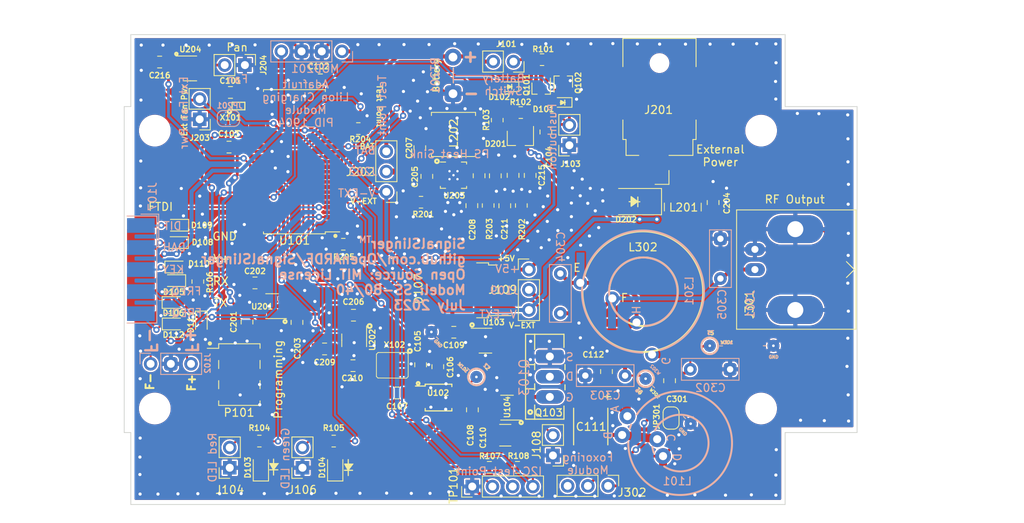
<source format=kicad_pcb>
(kicad_pcb (version 20211014) (generator pcbnew)
  (layers (0 "F.Cu" signal) (31 "B.Cu" signal) (34 "B.Paste" user) (35 "F.Paste" user) (36 "B.SilkS" user "B.Silkscreen") (37 "F.SilkS" user "F.Silkscreen") (38 "B.Mask" user) (39 "F.Mask" user) (44 "Edge.Cuts" user))
  (net 0 "")
  (net 1 "+BATT")
  (net 2 "GND")
  (net 3 "+3V3")
  (net 4 "+VSW")
  (net 5 "Net-(C107-Pad1)")
  (net 6 "VDD")
  (net 7 "Net-(C110-Pad1)")
  (net 8 "Net-(C104-Pad1)")
  (net 9 "Net-(C107-Pad2)")
  (net 10 "Net-(C109-Pad2)")
  (net 11 "Net-(C111-Pad1)")
  (net 12 "Net-(C202-Pad1)")
  (net 13 "Net-(C203-Pad2)")
  (net 14 "+5V")
  (net 15 "RF_Raw")
  (net 16 "Net-(C301-Pad2)")
  (net 17 "Net-(C303-Pad2)")
  (net 18 "Net-(C304-Pad1)")
  (net 19 "Net-(D101-Pad2)")
  (net 20 "Net-(D102-Pad2)")
  (net 21 "Net-(D104-Pad2)")
  (net 22 "Net-(D105-Pad2)")
  (net 23 "V_ext")
  (net 24 "Net-(J101-Pad1)")
  (net 25 "Net-(C216-Pad1)")
  (net 26 "V+_Charging")
  (net 27 "Net-(C208-Pad1)")
  (net 28 "Net-(L101-Pad2)")
  (net 29 "Net-(C209-Pad1)")
  (net 30 "Net-(C211-Pad1)")
  (net 31 "Net-(P101-Pad1)")
  (net 35 "Power_enable")
  (net 36 "Net-(Q103-Pad1)")
  (net 38 "Power_Good")
  (net 39 "Vbat")
  (net 40 "Net-(R104-Pad2)")
  (net 41 "Net-(C301-Pad1)")
  (net 42 "Net-(R107-Pad1)")
  (net 43 "Net-(R201-Pad1)")
  (net 44 "Net-(D103-Pad2)")
  (net 45 "Net-(C205-Pad2)")
  (net 46 "B{slash}B_PS_Enable")
  (net 47 "Paddle_Dit")
  (net 48 "FET_DRIVER_ENABLE")
  (net 49 "V3V3_PWR_ENABLE")
  (net 51 "Net-(L202-Pad1)")
  (net 52 "Net-(L202-Pad2)")
  (net 53 "Net-(R105-Pad2)")
  (net 54 "Net-(R108-Pad1)")
  (net 55 "CLK1")
  (net 56 "Straightkey")
  (net 57 "Frequency Up")
  (net 58 "Frequency Down")
  (net 61 "Net-(U101-Pad16)")
  (net 64 "Paddle Dah")
  (net 70 "Net-(J108-Pad2)")
  (net 71 "Net-(D106-Pad1)")
  (net 72 "Net-(D202-Pad1)")
  (net 73 "Fan_Contr")
  (net 74 "Net-(D202-Pad2)")
  (net 75 "Net-(J204-Pad2)")
  (footprint "Connector_PinSocket_2.54mm:PinSocket_1x02_P2.54mm_Vertical" (layer "F.Cu") (at 61.27 114.32 180)
    (fp_text reference "J104")
    (fp_text value "Conn_01x02")
  )
  (footprint "Package_SON:Texas_S-PWSON-N10_ThermalVias" (layer "F.Cu") (at 89.391 77.55)
    (fp_text reference "U203")
    (fp_text value "TPS63060")
  )
  (footprint "Jumper:SolderJumper-2_P1.3mm_Bridged_RoundedPad1.0x1.5mm" (layer "F.Cu") (at 116.74 108.07 90)
    (fp_text reference "JP301")
    (fp_text value "QRP disable")
  )
  (footprint "Connector_PinHeader_2.54mm:PinHeader_1x03_P2.54mm_Vertical" (layer "F.Cu") (at 108.82 116.6 -90)
    (fp_text reference "J302")
    (fp_text value "Conn_01x03")
  )
  (footprint "Diode_SMD:D_0603_1608Metric" (layer "F.Cu") (at 54.26 93.55)
    (fp_text reference "D106")
    (fp_text value "ESD9B5.0ST5G_1")
  )
  (footprint "Resistor_SMD:R_0805_2012Metric" (layer "F.Cu") (at 64.9925 110.97)
    (fp_text reference "R104")
    (fp_text value "1k")
  )
  (footprint "Capacitor_SMD:C_0805_2012Metric_Pad1.18x1.45mm_HandSolder" (layer "F.Cu") (at 72.66 65.56 180)
    (fp_text reference "C102")
    (fp_text value "470nF")
  )
  (footprint "Package_TO_SOT_SMD:SOT-23-5" (layer "F.Cu") (at 76.91 98.3 -90)
    (fp_text reference "U202")
    (fp_text value "LP2985-3.3")
  )
  (footprint "LED_SMD:LED_0805_2012Metric" (layer "F.Cu") (at 65.185 114.3 90)
    (fp_text reference "D103")
    (fp_text value "Red LED")
  )
  (footprint "Capacitor_SMD:C_0805_2012Metric" (layer "F.Cu") (at 91.77 107.04 -90)
    (fp_text reference "C108")
    (fp_text value "470nF")
  )
  (footprint "Connector_PinHeader_2.54mm:PinHeader_1x02_P2.54mm_Vertical" (layer "F.Cu") (at 57.49 70.525 180)
    (fp_text reference "J203")
    (fp_text value "External Power Source")
  )
  (footprint "Resistor_SMD:R_0805_2012Metric" (layer "F.Cu") (at 97.92 81.36 90)
    (fp_text reference "R202")
    (fp_text value "1M")
  )
  (footprint "Connector_PinHeader_2.54mm:PinHeader_1x03_P2.54mm_Vertical" (layer "F.Cu") (at 80.95 79.635 180)
    (fp_text reference "J202")
    (fp_text value "Conn_01x03")
  )
  (footprint "Inductor_SMD:L_Bourns_SRN5040TA" (layer "F.Cu") (at 89.39 72.43)
    (fp_text reference "L202")
    (fp_text value "1uH")
  )
  (footprint "Diode_SMD:D_0603_1608Metric" (layer "F.Cu") (at 54.6 89.09)
    (fp_text reference "D110")
    (fp_text value "ESD9B5.0ST5G_1")
  )
  (footprint "Package_TO_SOT_SMD:SC-59" (layer "F.Cu") (at 97.8 72.87 -90)
    (fp_text reference "D201")
    (fp_text value "BAT54C")
  )
  (footprint "Resistor_SMD:R_0805_2012Metric" (layer "F.Cu") (at 94.89 70.63 90)
    (fp_text reference "R103")
    (fp_text value "12.4k")
  )
  (footprint "Diode_SMD:D_SMA" (layer "F.Cu") (at 112.14 80.87 180)
    (fp_text reference "D202")
    (fp_text value "B330A Schottky Diode")
  )
  (footprint "Diode_SMD:D_0603_1608Metric" (layer "F.Cu") (at 54.62 83.84 180)
    (fp_text reference "D109")
    (fp_text value "ESD9B5.0ST5G_1")
  )
  (footprint "Connector_PinHeader_2.54mm:PinHeader_2x03_P2.54mm_Vertical_SMD" (layer "F.Cu") (at 62.48 102.61)
    (fp_text reference "P101")
    (fp_text value "ISP/PDI")
  )
  (footprint "Connector_PinSocket_2.54mm:PinSocket_1x02_P2.54mm_Vertical" (layer "F.Cu") (at 96.93 63.27 -90)
    (fp_text reference "J101")
    (fp_text value "Conn_01x02")
  )
  (footprint "Measurement:Measurement_Point_ScopeProbe_Round-SMD-2sides-Pad_Small" (layer "F.Cu") (at 92.27 102.91 135)
    (fp_text reference "W101")
    (fp_text value "T2")
  )
  (footprint "Capacitor_SMD:C_0805_2012Metric" (layer "F.Cu") (at 116.55 103.38 90)
    (fp_text reference "C301")
    (fp_text value "470nF")
  )
  (footprint "Capacitor_SMD:C_0805_2012Metric" (layer "F.Cu") (at 85.26 101.38 90)
    (fp_text reference "C105")
    (fp_text value "100nF")
  )
  (footprint "Capacitor_SMD:C_0805_2012Metric_Pad1.18x1.45mm_HandSolder" (layer "F.Cu") (at 61.36 67.15 180)
    (fp_text reference "C101")
    (fp_text value "100nF")
  )
  (footprint "Package_TO_SOT_SMD:SOT-323_SC-70" (layer "F.Cu") (at 103.19 65.81 90)
    (fp_text reference "Q102")
    (fp_text value "BSS138W-7-F")
  )
  (footprint "Capacitor_SMD:C_0805_2012Metric_Pad1.18x1.45mm_HandSolder" (layer "F.Cu") (at 69.72 96.05 90)
    (fp_text reference "C203")
    (fp_text value "10uF")
  )
  (footprint "Connector_BarrelJack:BarrelJack_CUI_PJ-036AH-SMT_Horizontal" (layer "F.Cu") (at 115.28 70.46 180)
    (fp_text reference "J201")
    (fp_text value "Barrel_Jack_Switch")
  )
  (footprint "Resistor_SMD:R_0805_2012Metric" (layer "F.Cu") (at 93.75 81.36 -90)
    (fp_text reference "R203")
    (fp_text value "105k")
  )
  (footprint "Capacitor_SMD:C_0805_2012Metric_Pad1.18x1.45mm_HandSolder" (layer "F.Cu") (at 76.76 101.49)
    (fp_text reference "C210")
    (fp_text value "10uF")
  )
  (footprint "Capacitor_SMD:C_0805_2012Metric" (layer "F.Cu") (at 92.61 77.62 -90)
    (fp_text reference "C212" hide)
    (fp_text value "1uF")
  )
  (footprint "Connector_PinSocket_2.54mm:PinSocket_1x02_P2.54mm_Vertical" (layer "F.Cu") (at 103.955 73.79 180)
    (fp_text reference "J103")
    (fp_text value "Conn_01x02")
  )
  (footprint "Capacitor_SMD:C_0805_2012Metric" (layer "F.Cu") (at 94.65 77.63 90)
    (fp_text reference "C213" hide)
    (fp_text value "22uF")
  )
  (footprint "MountingHole:MountingHole_3.5mm" (layer "F.Cu") (at 51.855 71.95)
    (fp_text reference "REF**" hide)
    (fp_text value "MountingHole_3.5mm" hide)
  )
  (footprint "Capacitor_SMD:C_0805_2012Metric_Pad1.18x1.45mm_HandSolder" (layer "F.Cu") (at 61.18 74.02)
    (fp_text reference "C103")
    (fp_text value "470nF")
  )
  (footprint "Resistor_SMD:R_0805_2012Metric" (layer "F.Cu") (at 57.26 90.92 -90)
    (fp_text reference "R106")
    (fp_text value "47k")
  )
  (footprint "Capacitor_SMD:C_0805_2012Metric" (layer "F.Cu") (at 52.46 63.33 180)
    (fp_text reference "C216")
    (fp_text value "10uF")
  )
  (footprint "Capacitor_SMD:C_0805_2012Metric" (layer "F.Cu") (at 122.02 80.99 -90)
    (fp_text reference "C204")
    (fp_text value "470nF")
  )
  (footprint "Measurement:Measurement_Point_ScopeProbe_Round-SMD-2sides-Pad_Small" (layer "F.Cu") (at 113.54 103.13 -45)
    (fp_text reference "W302")
    (fp_text value "T6")
  )
  (footprint "Capacitor_SMD:C_0805_2012Metric" (layer "F.Cu") (at 82.29 104.92 180)
    (fp_text reference "C107")
    (fp_text value "100nF")
  )
  (footprint "Capacitor_SMD:C_0805_2012Metric" (layer "F.Cu") (at 95.84 81.39 -90)
    (fp_text reference "C211")
    (fp_text value "10pF")
  )
  (footprint "Package_TO_SOT_SMD:SOT-323_SC-70" (layer "F.Cu") (at 100.41 66.64 -90)
    (fp_text reference "Q101")
    (fp_text value "BSS84W-7-F")
  )
  (footprint "Measurement:Measurement_Point_ScopeProbe_Round-SMD-2sides-Pad_Small" (layer "F.Cu") (at 121.6 98.99)
    (fp_text reference "W301")
    (fp_text value "T5")
  )
  (footprint "LED_SMD:LED_0805_2012Metric" (layer "F.Cu") (at 74.525 114.3 90)
    (fp_text reference "D104")
    (fp_text value "Green LED")
  )
  (footprint "Resistor_SMD:R_0805_2012Metric" (layer "F.Cu") (at 74.335 110.97)
    (fp_text reference "R105")
    (fp_text value "1k")
  )
  (footprint "MountingHole:MountingHole_3.5mm" (layer "F.Cu") (at 128.055 71.95)
    (fp_text reference "REF**" hide)
    (fp_text value "MountingHole_3.5mm" hide)
  )
  (footprint "Capacitor_SMD:C_0805_2012Metric" (layer "F.Cu") (at 86.04 77.7 90)
    (fp_text reference "C205")
    (fp_text value "10uF")
  )
  (footprint "Oscillator:Oscillator_SMD_SiTime_SIT1566AC-4Pin_BGA" (layer "F.Cu") (at 62.37 68.86 90)
    (fp_text reference "X101")
    (fp_text value "SIT1566AC TCO")
  )
  (footprint "Capacitor_SMD:C_0805_2012Metric" (layer "F.Cu") (at 87.42 101.62 90)
    (fp_text reference "C106")
    (fp_text value "470nF")
  )
  (footprint "Capacitor_SMD:C_0805_2012Metric" (layer "F.Cu") (at 93.9 114.27 180)
    (fp_text reference "R107")
    (fp_text value "10k")
  )
  (footprint "Capacitor_SMD:C_0805_2012Metric" (layer "F.Cu") (at 99.03 77.58 90)
    (fp_text reference "C215")
    (fp_text value "22uF")
  )
  (footprint "Capacitor_SMD:C_0805_2012Metric_Pad1.18x1.45mm_HandSolder" (layer "F.Cu") (at 64.44 91.09 180)
    (fp_text reference "C202")
    (fp_text value "10nF")
  )
  (footprint "Capacitor_SMD:C_0805_2012Metric" (layer "F.Cu") (at 85.16 74.1 -90)
    (fp_text reference "C207")
    (fp_text value "10uF")
  )
  (footprint "Capacitor_SMD:C_0805_2012Metric_Pad1.18x1.45mm_HandSolder" (layer "F.Cu") (at 73.19 99.39 180)
    (fp_text reference "C209")
    (fp_text value "10nF")
  )
  (footprint "Package_TO_SOT_SMD:SOT-23-6" (layer "F.Cu") (at 56.32 64.13)
    (fp_text reference "U204")
    (fp_text value "TPS22810DBVT")
  )
  (footprint "Diode_SMD:D_SOD-523" (layer "F.Cu") (at 103.13 68.41 180)
    (fp_text reference "D101")
    (fp_text value "1N914WT")
  )
  (footprint "Resistor_SMD:R_0805_2012Metric" (layer "F.Cu") (at 75.54 86.23)
    (fp_text reference "R205")
    (fp_text value "105k")
  )
  (footprint "Diode_SMD:D_0603_1608Metric" (layer "F.Cu") (at 54.28 96.25)
    (fp_text reference "D112")
    (fp_text value "ESD9B5.0ST5G_1")
  )
  (footprint "Connector_PinHeader_2.54mm:PinHeader_1x02_P2.54mm_Vertical" (layer "F.Cu") (at 101.89 112.775 180)
    (fp_text reference "J108")
    (fp_text value "Conn_01x02")
  )
  (footprint "Capacitor_SMD:C_0805_2012Metric" (layer "F.Cu") (at 89.43 97.29)
    (fp_text reference "C109")
    (fp_text value "10uF")
  )
  (footprint "Capacitor_SMD:C_0805_2012Metric_Pad1.18x1.45mm_HandSolder" (layer "F.Cu") (at 63.44 96 90)
    (fp_text reference "C201")
    (fp_text value "10uF")
  )
  (footprint "Inductor_SMD:L_Wuerth_WE-LQS" (layer "F.Cu") (at 118.215 81.57 -90)
    (fp_text reference "L201")
    (fp_text value "2.2uH")
  )
  (footprint "Crystal:Crystal_SMD_TXETCLSANF-4Pin" (layer "F.Cu") (at 81.7 101.43 180)
    (fp_text reference "X102")
    (fp_text value "25 MHz")
  )
  (footprint "Diode_SMD:D_SOD-523" (layer "F.Cu") (at 96.45 66.44 180)
    (fp_text reference "D102")
    (fp_text value "1N914WT")
  )
  (footprint "Package_TO_SOT_SMD:SOT-23-6" (layer "F.Cu") (at 93.4075 98.35)
    (fp_text reference "U103")
    (fp_text value "TPS22810DBVT")
  )
  (footprint "Connector_PinSocket_2.54mm:PinSocket_1x02_P2.54mm_Vertical" (layer "F.Cu") (at 70.41 114.32 180)
    (fp_text reference "J106")
    (fp_text value "Conn_01x02")
  )
  (footprint "Package_SO:SOIC-28W_7.5x17.9mm_P1.27mm" (layer "F.Cu") (at 69.42 75.86 180)
    (fp_text reference "U101")
    (fp_text value "AVR128DA28")
  )
  (footprint "Diode_SMD:D_0603_1608Metric" (layer "F.Cu") (at 54.58 86.02 180)
    (fp_text reference "D108")
    (fp_text value "ESD9B5.0ST5G_1")
  )
  (footprint "Resistor_SMD:R_0805_2012Metric" (layer "F.Cu") (at 85.31 80.95 180)
    (fp_text reference "R201")
    (fp_text value "105k")
  )
  (footprint "Capacitor_SMD:C_0805_2012Metric" (layer "F.Cu") (at 101 72.12 -90)
    (fp_text reference "C104")
    (fp_text value "100nF")
  )
  (footprint "Capacitor_SMD:C_0805_2012Metric" (layer "F.Cu") (at 97.43 114.27 180)
    (fp_text reference "R108")
    (fp_text value "10k")
  )
  (footprint "Diode_SMD:D_0603_1608Metric" (layer "F.Cu") (at 57.7 96.12 -90)
    (fp_text reference "D111")
    (fp_text value "ESD9B5.0ST5G_1")
  )
  (footprint "TO_SOT_Packages:TO-220_Neutral123_Vertical_LargePads" (layer "F.Cu") (at 101.5 102.88 90)
    (fp_text reference "Q103")
    (fp_text value "IRF610")
  )
  (footprint "Package_TO_SOT_SMD:SOT-23-6-LM5134" (layer "F.Cu") (at 96.12 106.77 180)
    (fp_text reference "U104")
    (fp_text value "LM5134")
  )
  (footprint "Resistor_SMD:R_0805_2012Metric" (layer "F.Cu") (at 77.43 71.69 180)
    (fp_text reference "R204")
    (fp_text value "1M")
  )
  (footprint "Package_SO:MSOP-10_3x3mm_P0.5mm" (layer "F.Cu") (at 87.51 105.5)
    (fp_text reference "U102")
    (fp_text value "SI5351")
  )
  (footprint "Connector_Coaxial:BNC_Amphenol_B6252HB-NPP3G-50_Horizontal" (layer "F.Cu") (at 127.275 89.4125 -90)
    (fp_text reference "J301")
    (fp_text value "To Antenna")
  )
  (footprint "Connector_PinHeader_2.54mm:PinHeader_1x02_P2.54mm_Vertical" (layer "F.Cu") (at 63.175 63.71 -90)
    (fp_text reference "J204")
    (fp_text value "Controlled Power")
  )
  (footprint "Diode_SMD:D_0603_1608Metric" (layer "F.Cu") (at 54.24 90.8 180)
    (fp_text reference "D105")
    (fp_text value "ESD9B5.0ST5G_1")
  )
  (footprint "Capacitors:C_2917" (layer "F.Cu") (at 106.64 109.14 -90)
    (fp_text reference "C111")
    (fp_text value "47uF low ESR")
  )
  (footprint "Connector_PinHeader_2.54mm:PinHeader_1x03_P2.54mm_Vertical" (layer "F.Cu") (at 98.87 89.415)
    (fp_text reference "J109")
    (fp_text value "Conn_01x03")
  )
  (footprint "Capacitor_SMD:C_1210_3225Metric" (layer "F.Cu") (at 95.9 110.23 180)
    (fp_text reference "C110")
    (fp_text value "22uF")
  )
  (footprint "Capacitor_SMD:C_0805_2012Metric_Pad1.18x1.45mm_HandSolder" (layer "F.Cu") (at 76.82 95.15)
    (fp_text reference "C206")
    (fp_text value "10uF")
  )
  (footprint "Capacitor_SMD:C_0805_2012Metric" (layer "F.Cu") (at 91.7 81.38 -90)
    (fp_text reference "C208")
    (fp_text value "100nF")
  )
  (footprint "Connector_PinHeader_2.54mm:PinHeader_1x04_P2.54mm_Vertical" (layer "F.Cu") (at 91.75 116.68 90)
    (fp_text reference "TP101")
    (fp_text value "I2C1")
  )
  (footprint "Resistor_SMD:R_0805_2012Metric" (layer "F.Cu") (at 100.52 63.03 180)
    (fp_text reference "R101")
    (fp_text value "105k")
  )
  (footprint "Capacitor_SMD:C_0805_2012Metric" (layer "F.Cu") (at 96.88 77.57 90)
    (fp_text reference "C214" hide)
    (fp_text value "22uF")
  )
  (footprint "Package_TO_SOT_SMD:TO-252-2" (layer "F.Cu") (at 91.33 92.02 180)
    (fp_text reference "D107")
    (fp_text value "MBRD10100CT")
  )
  (footprint "MountingHole:MountingHole_3.5mm" (layer "F.Cu") (at 128.055 106.875)
    (fp_text reference "REF**" hide)
    (fp_text value "MountingHole_3.5mm" hide)
  )
  (footprint "MountingHole:MountingHole_3.5mm" (layer "F.Cu") (at 51.855 106.875)
    (fp_text reference "REF**" hide)
    (fp_text value "MountingHole_3.5mm" hide)
  )
  (footprint "Inductors:Toroid_T-60_2TH" (layer "F.Cu") (at 113.24 92.19)
    (fp_text reference "L302")
    (fp_text value "2.7uH")
  )
  (footprint "Resistor_SMD:R_0805_2012Metric" (layer "F.Cu") (at 97.85 69.68)
    (fp_text reference "R102")
    (fp_text value "162k")
  )
  (footprint "Capacitor_SMD:C_0805_2012Metric" (layer "F.Cu") (at 108.62 102.23 90)
    (fp_text reference "C112")
    (fp_text value "470nF")
  )
  (footprint "Package_TO_SOT_SMD:SOT-23-5" (layer "F.Cu") (at 66.59 94.01 180)
    (fp_text reference "U201")
    (fp_text value "LP2985-3.3")
  )
  (footprint "Connector_PinHeader_2.54mm:PinHeader_1x03_P2.54mm_Vertical" (layer "B.Cu") (at 51.325 101.26 -90)
    (fp_text reference "J102")
    (fp_text value "Conn_01x03")
  )
  (footprint "Jumper:SolderJumper-2_P1.3mm_Bridged_RoundedPad1.0x1.5mm" (layer "B.Cu") (at 61.11 70.42 180)
    (fp_text reference "JP201")
    (fp_text value "V-ext disable")
  )
  (footprint "Capacitor_THT:C_Rect_L7.0mm_W2.5mm_P5.00mm" (layer "B.Cu") (at 122.94 90.54 90)
    (fp_text reference "C305")
    (fp_text value "1100pF")
  )
  (footprint "Capacitor_THT:C_Rect_L7.0mm_W2.5mm_P5.00mm" (layer "B.Cu") (at 105.96 102.74)
    (fp_text reference "C303")
    (fp_text value "1800pF")
  )
  (footprint "Capacitor_THT:C_Rect_L7.0mm_W2.5mm_P5.00mm" (layer "B.Cu") (at 102.82 94.91 90)
    (fp_text reference "C304")
    (fp_text value "91pF")
  )
  (footprint "Connector_Wire:SolderWire-0.5sqmm_1x02_P4.6mm_D0.9mm_OD2.1mm" (layer "B.Cu") (at 89.33 62.71 -90)
    (fp_text reference "BT201")
    (fp_text value "LiIon Cell")
  )
  (footprint "Capacitor_THT:C_Rect_L7.0mm_W2.5mm_P5.00mm" (layer "B.Cu") (at 119.16 101.95)
    (fp_text reference "C302")
    (fp_text value "1100pF")
  )
  (footprint "Inductors:Toroid_T-60_2TH" (layer "B.Cu") (at 113.24 92.17465 90)
    (fp_text reference "L301")
    (fp_text value "2.7uH")
  )
  (footprint "Inductors:Toroid_T-50A_TH_BF_CT" (layer "B.Cu") (at 117.89 111.22 -90)
    (fp_text reference "L101")
    (fp_text value "9T #24 Bifilar T50-43")
  )
  (footprint "Connector_PinHeader_2.54mm:PinHeader_1x04_P2.54mm_Vertical" (layer "B.Cu") (at 75.3775 61.99 90)
    (fp_text reference "MOD201")
    (fp_text value "AdaFruit Charger")
  )
  (footprint "Connector_Dsub:DSUB-9_Female_EdgeMount_P2.77mm" (layer "B.Cu") (at 50.1025 89.4125 90)
    (fp_text reference "J107")
    (fp_text value "DB9 Female")
  )
  (gr_line (start 89.38 65.93) (end 89.38 64.08) (layer "B.SilkS") (width 0.15))
  (gr_line (start 89.38 64.08) (end 89.38 65.93) (layer "F.SilkS") (width 0.15))
  (gr_line locked (start 48.8324 59.885) (end 131.0776 59.885) (layer "Edge.Cuts") (width 0.1))
  (gr_line locked (start 48.01 109.8976) (end 48.8324 109.8976) (layer "Edge.Cuts") (width 0.1))
  (gr_line locked (start 48.01 68.9274) (end 48.8324 68.9274) (layer "Edge.Cuts") (width 0.1))
  (gr_line locked (start 131.0776 118.94) (end 48.8324 118.94) (layer "Edge.Cuts") (width 0.1))
  (gr_line locked (start 131.0776 109.8976) (end 140.12 109.8976) (layer "Edge.Cuts") (width 0.1))
  (gr_line locked (start 131.0776 118.94) (end 131.0776 109.8976) (layer "Edge.Cuts") (width 0.1))
  (gr_line locked (start 48.8324 109.8976) (end 48.8324 118.94) (layer "Edge.Cuts") (width 0.1))
  (gr_line locked (start 140.12 68.9274) (end 140.12 109.8976) (layer "Edge.Cuts") (width 0.1))
  (gr_line (start 48.01 68.9274) (end 48.01 109.8976) (layer "Edge.Cuts") (width 0.1))
  (gr_line locked (start 131.0776 68.9274) (end 140.12 68.9274) (layer "Edge.Cuts") (width 0.1))
  (gr_line locked (start 48.8324 68.9274) (end 48.8324 59.885) (layer "Edge.Cuts") (width 0.1))
  (gr_line locked (start 131.0776 59.885) (end 131.0776 68.9274) (layer "Edge.Cuts") (width 0.1))
  (gr_text "SignalSlinger\ngithub.com/OpenARDF/SignalSlinger\nOpen Source: MIT License\nModel: SS-80/40\nJuly 2023\n" (at 91.07 90.04) (layer "B.SilkS") (effects (font (size 1.2 1.2) (thickness 0.25)) (justify left mirror)))
  (gr_text "KEY" (at 54.15 89.42) (layer "B.SilkS") (effects (font (size 1 1)) (justify mirror)))
  (gr_text "+5V" (at 96.15 89.32) (layer "B.SilkS") (effects (font (size 1 1)) (justify mirror)))
  (gr_text "FREQ+" (at 55.17 92.13) (layer "B.SilkS") (effects (font (size 1 1)) (justify mirror)))
  (gr_text "PS Heat Sink" (at 88.91 74.9) (layer "B.SilkS") (effects (font (size 1 1)) (justify mirror)))
  (gr_text "Pushbutton" (at 101.81 72.73 90) (layer "B.SilkS") (effects (font (size 1 1)) (justify mirror)))
  (gr_text "D" (at 104 102.85) (layer "B.SilkS") (effects (font (size 1 1)) (justify mirror)))
  (gr_text "Green LED" (at 68.26 113.15 90) (layer "B.SilkS") (effects (font (size 1 1)) (justify mirror)))
  (gr_text "Fan" (at 62.24 65.47) (layer "B.SilkS") (effects (font (size 1 1)) (justify mirror)))
  (gr_text "G" (at 104 105.48) (layer "B.SilkS") (effects (font (size 1 1)) (justify mirror)))
  (gr_text "F+" (at 56.46 98.31 -90) (layer "B.SilkS") (effects (font (size 1.5 1.5) (thickness 0.3)) (justify mirror)))
  (gr_text "Ext Fan Pwr" (at 55.5 69.7 90) (layer "B.SilkS") (effects (font (size 1 1)) (justify mirror)))
  (gr_text "TM" (at 78.29 85.65) (layer "B.SilkS") (effects (font (size 0.8 0.8)) (justify mirror)))
  (gr_text "F-" (at 51.32 98.34 -90) (layer "B.SilkS") (effects (font (size 1.5 1.5) (thickness 0.3)) (justify mirror)))
  (gr_text "BAT" (at 78.31 74.43) (layer "B.SilkS") (effects (font (size 1 1)) (justify mirror)))
  (gr_text "Foxoring\nModule" (at 106.28 113.82) (layer "B.SilkS") (effects (font (size 1 1)) (justify mirror)))
  (gr_text "Battery\nSwitch" (at 95.69 66.18) (layer "B.SilkS") (effects (font (size 1 1)) (justify mirror)))
  (gr_text "DAH" (at 54.29 86.61) (layer "B.SilkS") (effects (font (size 1 1)) (justify mirror)))
  (gr_text "FREQ-" (at 55.26 94.86) (layer "B.SilkS") (effects (font (size 1 1)) (justify mirror)))
  (gr_text "S" (at 104 100.41) (layer "B.SilkS") (effects (font (size 1 1)) (justify mirror)))
  (gr_text "DIT" (at 54.08 83.93) (layer "B.SilkS") (effects (font (size 1 1)) (justify mirror)))
  (gr_text "+" (at 91.53 62.61) (layer "B.SilkS") (effects (font (size 1.5 1.5) (thickness 0.3)) (justify mirror)))
  (gr_text "I2C Test Point" (at 95.12 114.77) (layer "B.SilkS") (effects (font (size 1 1)) (justify mirror)))
  (gr_text "Adafruit\nLiIon Charging\nModule\nPID_1904" (at 70.82 68.54) (layer "B.SilkS") (effects (font (size 1 1)) (justify mirror)))
  (gr_text "V-EXT" (at 77.23 79.82) (layer "B.SilkS") (effects (font (size 1 1)) (justify mirror)))
  (gr_text "-" (at 91.64 67.23) (layer "B.SilkS") (effects (font (size 1.5 1.5) (thickness 0.3)) (justify mirror)))
  (gr_text "Red LED" (at 59.1 113.04 90) (layer "B.SilkS") (effects (font (size 1 1)) (justify mirror)))
  (gr_text "V-EXT" (at 94.99 95.04) (layer "B.SilkS") (effects (font (size 1 1)) (justify mirror)))
  (gr_text "Test Point" (at 80.43 68.76 90) (layer "B.SilkS") (effects (font (size 1 1)) (justify mirror)))
  (gr_text "Ext Fan Pwr" (at 55.57 69.45 90) (layer "F.SilkS") (effects (font (size 0.7 0.7))))
  (gr_text "Fan" (at 62.2 61.48) (layer "F.SilkS") (effects (font (size 1 1))))
  (gr_text "External\nPower" (at 122.93 75.11) (layer "F.SilkS") (effects (font (size 1 1))))
  (gr_text "Battery" (at 87.23 65.03 90) (layer "F.SilkS") (effects (font (size 0.8 0.8))))
  (gr_text "FTDI" (at 52.58 81.52) (layer "F.SilkS") (effects (font (size 1 1))))
  (gr_text "RX" (at 60.14 90.88) (layer "F.SilkS") (effects (font (size 1 1))))
  (gr_text "V-EXT" (at 98.03 96.42) (layer "F.SilkS") (effects (font (size 0.7 0.7))))
  (gr_text "+" (at 91.52 62.6) (layer "F.SilkS") (effects (font (size 1.5 1.5) (thickness 0.3))))
  (gr_text "F+" (at 56.46 103.64 90) (layer "F.SilkS") (effects (font (size 1 1) (thickness 0.25))))
  (gr_text "RF Output" (at 132.28 80.59) (layer "F.SilkS") (effects (font (size 1 1))))
  (gr_text "+5V" (at 96.01 88.01) (layer "F.SilkS") (effects (font (size 0.7 0.7))))
  (gr_text "V-EXT" (at 78.1 80.82) (layer "F.SilkS") (effects (font (size 0.7 0.7))))
  (gr_text "GND" (at 60.63 85.24) (layer "F.SilkS") (effects (font (size 1 1))))
  (gr_text "Test Point" (at 80.09 68.85 -90) (layer "F.SilkS") (effects (font (size 0.7 0.7))))
  (gr_text "TX" (at 60.11 93.59) (layer "F.SilkS") (effects (font (size 1 1))))
  (gr_text "BAT" (at 78.54 73.94) (layer "F.SilkS") (effects (font (size 0.7 0.7))))
  (gr_text "F-" (at 51.24 103.49 90) (layer "F.SilkS") (effects (font (size 1 1) (thickness 0.25))))
  (gr_text "Programming" (at 67.36 103.22 90) (layer "F.SilkS") (effects (font (size 1 1))))
  (gr_text "-" (at 91.62 67.23) (layer "F.SilkS") (effects (font (size 1.5 1.5) (thickness 0.3))))
  (gr_text "V+" (at 60.26 88.04) (layer "F.SilkS") (effects (font (size 1 1))))
  (segment (start 82.14 62.62) (end 89.12 62.62) (width 0.5) (layer "F.Cu") (net 1))
  (segment (start 80.95 74.555) (end 80.95 63.99) (width 0.5) (layer "F.Cu") (net 1))
  (segment (start 92.49 63.27) (end 94.39 63.27) (width 0.5) (layer "F.Cu") (net 1))
  (segment (start 82.32 62.62) (end 89.12 62.62) (width 0.5) (layer "F.Cu") (net 1))
  (segment (start 81.51 61.99) (end 82.14 62.62) (width 0.5) (layer "F.Cu") (net 1))
  (segment (start 75.3775 61.99) (end 81.51 61.99) (width 0.5) (layer "F.Cu") (net 1))
  (segment (start 91.84 62.62) (end 92.49 63.27) (width 0.5) (layer "F.Cu") (net 1))
  (segment (start 80.95 63.99) (end 82.32 62.62) (width 0.5) (layer "F.Cu") (net 1))
  (segment (start 89.12 62.62) (end 91.84 62.62) (width 0.5) (layer "F.Cu") (net 1))
  (segment (start 52.88 61.2) (end 55.78 61.2) (width 0.35) (layer "F.Cu") (net 2))
  (segment (start 76.73 67.28) (end 76.05 66.6) (width 0.25) (layer "F.Cu") (net 2))
  (segment (start 87.89 84.3) (end 87.89 84.33) (width 0.25) (layer "F.Cu") (net 2))
  (segment (start 109.34 107.38) (end 109.34 108.95) (width 0.35) (layer "F.Cu") (net 2))
  (segment (start 57.83 83.59) (end 58.05 83.81) (width 0.35) (layer "F.Cu") (net 2))
  (segment (start 67.7275 94.01) (end 66.23 94.01) (width 0.35) (layer "F.Cu") (net 2))
  (segment (start 79.36 89.56) (end 79.38 89.54) (width 0.5) (layer "F.Cu") (net 2))
  (segment (start 101.5 100.34) (end 101.5 98.49) (width 0.5) (layer "F.Cu") (net 2))
  (segment (start 85 85.73) (end 86.49 85.73) (width 0.25) (layer "F.Cu") (net 2))
  (segment (start 123.71 80.87) (end 123.64 80.94) (width 0.35) (layer "F.Cu") (net 2))
  (segment (start 72.1525 99.39) (end 72.1525 101.0775) (width 0.35) (layer "F.Cu") (net 2))
  (segment (start 95.355489 117.904511) (end 92.974511 117.904511) (width 0.35) (layer "F.Cu") (net 2))
  (segment (start 106.88 99.23) (end 106.58 99.23) (width 0.35) (layer "F.Cu") (net 2))
  (segment (start 106.64 112.37) (end 104.56 112.37) (width 0.35) (layer "F.Cu") (net 2))
  (segment (start 88.41 106.97) (end 88.41 103.81) (width 0.25) (layer "F.Cu") (net 2))
  (segment (start 86.04 78.65) (end 84.42 78.65) (width 0.5) (layer "F.Cu") (net 2))
  (segment (start 100.154873 117.898619) (end 100.148981 117.904511) (width 0.35) (layer "F.Cu") (net 2))
  (segment (start 90.38 82.1) (end 89.85 82.1) (width 0.25) (layer "F.Cu") (net 2))
  (segment (start 95.07 75.02) (end 96.94 75.02) (width 0.5) (layer "F.Cu") (net 2))
  (segment (start 106.48 85.19) (end 106.48 85.24) (width 0.35) (layer "F.Cu") (net 2))
  (segment (start 70.45 100.91) (end 69.09 99.55) (width 0.35) (layer "F.Cu") (net 2))
  (segment (start 84.88 68.24) (end 85.57 68.24) (width 0.5) (layer "F.Cu") (net 2))
  (segment (start 95.84 79.3405) (end 96.66891 79.3405) (width 0.25) (layer "F.Cu") (net 2))
  (segment (start 80.36 87.64) (end 80.36 87.29) (width 0.5) (layer "F.Cu") (net 2))
  (segment (start 58.145201 92.717701) (end 57.26 91.8325) (width 0.35) (layer "F.Cu") (net 2))
  (segment (start 75.7825 95.15) (end 74.0655 95.15) (width 0.35) (layer "F.Cu") (net 2))
  (segment (start 139 84.84) (end 139.02 84.86) (width 0.25) (layer "F.Cu") (net 2))
  (segment (start 75.52 87.5) (end 75.49 87.53) (width 0.35) (layer "F.Cu") (net 2))
  (segment (start 55.3875 89.09) (end 58.1755 89.09) (width 0.35) (layer "F.Cu") (net 2))
  (segment (start 85.12 92.08) (end 85.12 92.15) (width 0.5) (layer "F.Cu") (net 2))
  (segment (start 79.11048 69.49952) (end 78.53 70.08) (width 0.25) (layer "F.Cu") (net 2))
  (segment (start 88.791 78.975) (end 88.791 79.569) (width 0.35) (layer "F.Cu") (net 2))
  (segment (start 108.62 101.28) (end 109.66952 102.32952) (width 0.25) (layer "F.Cu") (net 2))
  (segment (start 98.662345 83.522345) (end 98.902345 83.522345) (width 0.35) (layer "F.Cu") (net 2))
  (segment (start 80.55 100.1) (end 79.41 98.96) (width 0.35) (layer "F.Cu") (net 2))
  (segment (start 88.791 76.125) (end 88.791 75.309) (width 0.35) (layer "F.Cu") (net 2))
  (segment (start 83.07 79.52) (end 83.07 80.2) (width 0.5) (layer "F.Cu") (net 2))
  (segment (start 108.62 101.28) (end 108.62 99.73) (width 0.35) (layer "F.Cu") (net 2))
  (segment (start 49.680479 103.459521) (end 50.01 103.13) (width 0.35) (layer "F.Cu") (net 2))
  (segment (start 89.85 82.1) (end 89.43 82.52) (width 0.25) (layer "F.Cu") (net 2))
  (segment (start 106.48 85.24) (end 105.37 86.35) (width 0.35) (layer "F.Cu") (net 2))
  (segment (start 137.445 94.4925) (end 132.455 94.4925) (width 0.25) (layer "F.Cu") (net 2))
  (segment (start 88.41 103.81) (end 88.45 103.77) (width 0.25) (layer "F.Cu") (net 2))
  (segment (start 67.75 97.09) (end 68.05 97.39) (width 0.35) (layer "F.Cu") (net 2))
  (segment (start 107.31 84.47) (end 107.64 84.14) (width 0.35) (layer "F.Cu") (net 2))
  (segment (start 69.0375 60.73) (end 70.2975 61.99) (width 0.35) (layer "F.Cu") (net 2))
  (segment (start 117.76 111.94) (end 117.76 113.26) (width 0.35) (layer "F.Cu") (net 2))
  (segment (start 76.4525 86.23) (end 76.4525 85.2825) (width 0.35) (layer "F.Cu") (net 2))
  (segment (start 74.004511 60.765489) (end 77.155489 60.765489) (width 0.35) (layer "F.Cu") (net 2))
  (segment (start 75.38 92.54) (end 77.22 92.54) (width 0.35) (layer "F.Cu") (net 2))
  (segment (start 77.32 85.18) (end 77.49 85.35) (width 0.35) (layer "F.Cu") (net 2))
  (segment (start 85.22 70.33) (end 84.78 70.33) (width 0.5) (layer "F.Cu") (net 2))
  (segment (start 64.45 61.17) (end 64.92 61.17) (width 0.35) (layer "F.Cu") (net 2))
  (segment (start 80.04 61.1405) (end 83.1595 61.1405) (width 0.35) (layer "F.Cu") (net 2))
  (segment (start 84.09 117.54) (end 86.44 117.54) (width 0.35) (layer "F.Cu") (net 2))
  (segment (start 49.680479 68.539521) (end 50.11 68.11) (width 0.35) (layer "F.Cu") (net 2))
  (segment (start 138.95 94.57) (end 139.02 94.64) (width 0.25) (layer "F.Cu") (net 2))
  (segment (start 90.14 75.19) (end 89.840498 74.890498) (width 0.35) (layer "F.Cu") (net 2))
  (segment (start 122.02 80.04) (end 122.02 78.35) (width 0.35) (layer "F.Cu") (net 2))
  (segment (start 69.03952 78.30048) (end 69.05 78.29) (width 0.35) (layer "F.Cu") (net 2))
  (segment (start 112.86 117.77) (end 112.8 117.83) (width 0.35) (layer "F.Cu") (net 2))
  (segment (start 54.45 92.21) (end 55.0275 91.6325) (width 0.35) (layer "F.Cu") (net 2))
  (segment (start 87.42 99.72) (end 87.42 100.67) (width 0.35) (layer "F.Cu") (net 2))
  (segment (start 104.2095 84.47) (end 107.31 84.47) (width 0.35) (layer "F.Cu") (net 2))
  (segment (start 50.01 110.59) (end 50.01 112.95) (width 0.35) (layer "F.Cu") (net 2))
  (segment (start 95.25 61.06) (end 92.51 61.06) (width 0.35) (layer "F.Cu") (net 2))
  (segment (start 95.38 117.88) (end 95.355489 117.904511) (width 0.35) (layer "F.Cu") (net 2))
  (segment (start 83.1595 61.1405) (end 83.17 61.13) (width 0.35) (layer "F.Cu") (net 2))
  (segment (start 137.5 86.13) (end 135.7025 84.3325) (width 0.25) (layer "F.Cu") (net 2))
  (segment (start 81.73 89.27) (end 81.73 88.95) (width 0.5) (layer "F.Cu") (net 2))
  (segment (start 86.06 67.06) (end 84.88 68.24) (width 0.5) (layer "F.Cu") (net 2))
  (segment (start 79.44 94.47) (end 79.44 96) (width 0.35) (layer "F.Cu") (net 2))
  (segment (start 76.68 100.43) (end 76.68 103.22) (width 0.35) (layer "F.Cu") (net 2))
  (segment (start 62 84.65) (end 62.2 84.65) (width 0.35) (layer "F.Cu") (net 2))
  (segment (start 100.92098 61.11) (end 101 61.03098) (width 0.35) (layer "F.Cu") (net 2))
  (segment (start 63.76 93.52) (end 63.4 93.52) (width 0.35) (layer "F.Cu") (net 2))
  (segment (start 84.36 65.63) (end 84.36 65.77) (width 0.5) (layer "F.Cu") (net 2))
  (segment (start 86.53 104.27) (end 86.53 106.69) (width 0.25) (layer "F.Cu") (net 2))
  (segment (start 74.62 117.53) (end 77.63 117.53) (width 0.35) (layer "F.Cu") (net 2))
  (segment (start 99.09 100.7) (end 99.06 100.73) (width 0.5) (layer "F.Cu") (net 2))
  (segment (start 85.16 73.15) (end 85.16 72.48) (width 0.5) (layer "F.Cu") (net 2))
  (segment (start 106.64 112.37) (end 109 112.37) (width 0.35) (layer "F.Cu") (net 2))
  (segment (start 50.01 112.95) (end 49.98 112.98) (width 0.35) (layer "F.Cu") (net 2))
  (segment (start 57.83 82.45) (end 57.83 83.59) (width 0.35) (layer "F.Cu") (net 2))
  (segment (start 80.99 117.51) (end 84.06 117.51) (width 0.35) (layer "F.Cu") (net 2))
  (segment (start 139.05 108.45) (end 136.05 108.45) (width 0.35) (layer "F.Cu") (net 2))
  (segment (start 84.34 82.78) (end 84.34 82.18) (width 0.5) (layer "F.Cu") (net 2))
  (segment (start 69.05 78.29) (end 68.58 77.82) (width 0.35) (layer "F.Cu") (net 2))
  (segment (start 60.24 87.46) (end 58.21 87.46) (width 0.35) (layer "F.Cu") (net 2))
  (segment (start 92.79 69.22) (end 92.79 70.68) (width 0.5) (layer "F.Cu") (net 2))
  (segment (start 138.97 78.64) (end 139.03 78.7) (width 0.35) (layer "F.Cu") (net 2))
  (segment (start 58.157701 92.717701) (end 58.145201 92.717701) (width 0.35) (layer "F.Cu") (net 2))
  (segment (start 129.96 115.19) (end 129.91 115.24) (width 0.35) (layer "F.Cu") (net 2))
  (segment (start 50.15 64.37) (end 50.15 61.2) (width 0.35) (layer "F.Cu") (net 2))
  (segment (start 94.82 104.64) (end 94.86 104.6) (width 0.35) (layer "F.Cu") (net 2))
  (segment (start 73.8145 89.54) (end 74.85 90.5755) (width 0.35) (layer "F.Cu") (net 2))
  (segment (start 84.78 70.33) (end 83.95 69.5) (width 0.5) (layer "F.Cu") (net 2))
  (segment (start 121.64 61.08) (end 124.54 61.08) (width 0.35) (layer "F.Cu") (net 2))
  (segment (start 65.6 117.56) (end 65.61 117.57) (width 0.35) (layer "F.Cu") (net 2))
  (segment (start 100.421812 86.661812) (end 97.713498 86.661812) (width 0.35) (layer "F.Cu") (net 2))
  (segment (start 66.59 74.56) (end 65.85 75.3) (width 0.35) (layer "F.Cu") (net 2))
  (segment (start 77.4105 61.1) (end 77.37 61.1405) (width 0.35) (layer "F.Cu") (net 2))
  (segment (start 91.1355 98.35) (end 90.91 98.5755) (width 0.35) (layer "F.Cu") (net 2))
  (segment (start 92.92 98.35) (end 93.42 97.85) (width 0.35) (layer "F.Cu") (net 2))
  (segment (start 57.26 117.58) (end 60 117.58) (width 0.35) (layer "F.Cu") (net 2))
  (segment (start 65.005 105.15) (end 65.005 106.365) (width 0.25) (layer "F.Cu") (net 2))
  (segment (start 104.49 113.77) (end 103.495 112.775) (width 0.35) (layer "F.Cu") (net 2))
  (segment (start 50.06 99.66) (end 50.06 97.84) (width 0.35) (layer "F.Cu") (net 2))
  (segment (start 101.18 83.19531) (end 102.482655 81.892655) (width 0.35) (layer "F.Cu") (net 2))
  (segment (start 93.38 104.47) (end 93.38 104.45) (width 0.35) (layer "F.Cu") (net 2))
  (segment (start 105.57 78.19469) (end 106.582655 79.207345) (width 0.35) (layer "F.Cu") (net 2))
  (segment (start 68.49 117.57) (end 71.55 117.57) (width 0.35) (layer "F.Cu") (net 2))
  (segment (start 68.05 97.39) (end 68.05 106.2155) (width 0.35) (layer "F.Cu") (net 2))
  (segment (start 103.84 65.9) (end 104.07 65.67) (width 0.35) (layer "F.Cu") (net 2))
  (segment (start 61.56 86.14) (end 60.24 87.46) (width 0.35) (layer "F.Cu") (net 2))
  (segment (start 61.56 61.2) (end 61.59 61.17) (width 0.35) (layer "F.Cu") (net 2))
  (segment (start 137.5 86.13) (end 139 87.63) (width 0.35) (layer "F.Cu") (net 2))
  (segment (start 86.14 64.02) (end 85.6 64.56) (width 0.5) (layer "F.Cu") (net 2))
  (segment (start 54.945 95.21) (end 54.935 95.2) (width 0.25) (layer "F.Cu") (net 2))
  (segment (start 63.4 93.52) (end 62.53 92.65) (width 0.35) (layer "F.Cu") (net 2))
  (segment (start 50.09 75.77) (end 49.680479 75.360479) (width 0.35) (layer "F.Cu") (net 2))
  (segment (start 76.91 97.1625) (end 76.91 98.6) (width 0.35) (layer "F.Cu") (net 2))
  (segment (start 84.36 65.77) (end 83.1 67.03) (width 0.5) (layer "F.Cu") (net 2))
  (segment (start 84.34 82.18) (end 84.41 82.11) (width 0.5) (layer "F.Cu") (net 2))
  (segment (start 104.56 112.37) (end 104.53 112.4) (width 0.35) (layer "F.Cu") (net 2))
  (segment (start 87.89 84.33) (end 88.91 85.35) (width 0.25) (layer "F.Cu") (net 2))
  (segment (start 70.35 90.11) (end 70.35 89.5755) (width 0.25) (layer "F.Cu") (net 2))
  (segment (start 83.07 80.2) (end 82.25 81.02) (width 0.5) (layer "F.Cu") (net 2))
  (segment (start 88.95 71.260498) (end 89.840498 70.37) (width 0.35) (layer "F.Cu") (net 2))
  (segment (start 98.73 85.8) (end 98.78 85.8) (width 0.35) (layer "F.Cu") (net 2))
  (segment (start 81.73 88.95) (end 83.23 87.45) (width 0.5) (layer "F.Cu") (net 2))
  (segment (start 98.902345 83.522345) (end 99.98 84.6) (width 0.35) (layer "F.Cu") (net 2))
  (segment (start 85.16 72.48) (end 85.94 71.7) (width 0.5) (layer "F.Cu") (net 2))
  (segment (start 138.95 91.12) (end 138.95 92.9875) (width 0.35) (layer "F.Cu") (net 2))
  (segment (start 88.791 75.309) (end 88.96 75.14) (width 0.35) (layer "F.Cu") (net 2))
  (segment (start 89.42 80.25) (end 89.42 80) (width 0.25) (layer "F.Cu") (net 2))
  (segment (start 55.89 92.45) (end 55.89 91.81) (width 0.35) (layer "F.Cu") (net 2))
  (segment (start 137.5 94.4375) (end 137.5 96.59) (width 0.35) (layer "F.Cu") (net 2))
  (segment (start 56.68 93.24) (end 55.89 92.45) (width 0.35) (layer "F.Cu") (net 2))
  (segment (start 87.4 99.7) (end 87.42 99.72) (width 0.35) (layer "F.Cu") (net 2))
  (segment (start 92.974511 117.904511) (end 91.75 116.68) (width 0.35) (layer "F.Cu") (net 2))
  (segment (start 57.29 86.33) (end 58.23 85.39) (width 0.35) (layer "F.Cu") (net 2))
  (segment (start 90.82 69.17) (end 90.85 69.2) (width 0.5) (layer "F.Cu") (net 2))
  (segment (start 58.1755 89.09) (end 58.2955 88.97) (width 0.35) (layer "F.Cu") (net 2))
  (segment (start 115.3 61.08) (end 118.55 61.08) (width 0.35) (layer "F.Cu") (net 2))
  (segment (start 73.76 89.54) (end 73.8145 89.54) (width 0.35) (layer "F.Cu") (net 2))
  (segment (start 132.61 69.79) (end 135.29 69.79) (width 0.35) (layer "F.Cu") (net 2))
  (segment (start 129.96 112.05) (end 129.96 115.19) (width 0.35) (layer "F.Cu") (net 2))
  (segment (start 49.680479 75.360479) (end 49.680479 68.539521) (width 0.35) (layer "F.Cu") (net 2))
  (segment (start 68.05 100.63) (end 68.05 100.59) (width 0.35) (layer "F.Cu") (net 2))
  (segment (start 80.55 100.58) (end 80.55 100.1) (width 0.35) (layer "F.Cu") (net 2))
  (segment (start 109.34 108.95) (end 109.42 109.03) (width 0.35) (layer "F.Cu") (net 2))
  (segment (start 90.18 81.9) (end 90.18 81) (width 0.35) (layer "F.Cu") (net 2))
  (segment (start 69.33 87.57) (end 69.03952 87.27952) (width 0.35) (layer "F.Cu") (net 2))
  (segment (start 92.61 78.57) (end 93.78593 78.57) (width 0.25) (layer "F.Cu") (net 2))
  (segment (start 83.74 98.96) (end 83.84 98.86) (width 0.35) (layer "F.Cu") (net 2))
  (segment (start 98.720584 79.3355) (end 98.997892 79.612808) (width 0.25) (layer "F.Cu") (net 2))
  (segment (start 73.39 85.92) (end 72.89 85.42) (width 0.35) (layer "F.Cu") (net 2))
  (segment (start 75.38 103.13) (end 75.7225 102.7875) (width 0.35) (layer "F.Cu") (net 2))
  (segment (start 138.85 105.01) (end 139 105.16) (width 0.35) (layer "F.Cu") (net 2))
  (segment (start 87.3 64.02) (end 86.14 64.02) (width 0.5) (layer "F.Cu") (net 2))
  (segment (start 108.62 99.73) (end 108.69 99.66) (width 0.35) (layer "F.Cu") (net 2))
  (segment (start 136.05 108.45) (end 136 108.4) (width 0.35) (layer "F.Cu") (net 2))
  (segment (start 80.9555 98.96) (end 83.74 98.96) (width 0.35) (layer "F.Cu") (net 2))
  (segment (start 138.85 101.58) (end 138.85 105.01) (width 0.35) (layer "F.Cu") (net 2))
  (segment (start 70.63 98.4) (end 70.63 98.22) (width 0.35) (layer "F.Cu") (net 2))
  (segment (start 104.49 114.03) (end 104.49 113.77) (width 0.35) (layer "F.Cu") (net 2))
  (segment (start 112.46 61.01) (end 112.5 61.05) (width 0.35) (layer "F.Cu") (net 2))
  (segment (start 86.4 99.7) (end 87.4 99.7) (width 0.35) (layer "F.Cu") (net 2))
  (segment (start 138.94 72.95) (end 138.97 72.98) (width 0.35) (layer "F.Cu") (net 2))
  (segment (start 55.0675 96.25) (end 55.0675 95.3325) (width 0.25) (layer "F.Cu") (net 2))
  (segment (start 107.18 117.86) (end 107.15 117.89) (width 0.35) (layer "F.Cu") (net 2))
  (segment (start 71.6225 66.6575) (end 71.6225 65.56) (width 0.35) (layer "F.Cu") (net 2))
  (segment (start 103.495 112.775) (end 101.89 112.775) (width 0.35) (layer "F.Cu") (net 2))
  (segment (start 65.36 60.73) (end 69.0375 60.73) (width 0.35) (layer "F.Cu") (net 2))
  (segment (start 107.212345 82.027655) (end 106.267345 81.082655) (width 0.35) (layer "F.Cu") (net 2))
  (segment (start 80.36 87.29) (end 82.22 85.43) (width 0.5) (layer "F.Cu") (net 2))
  (segment (start 104.2095 81.05) (end 104.2095 82.76) (width 0.35) (layer "F.Cu") (net 2))
  (segment (start 56.54 79.22) (end 55.18 79.22) (width 0.35) (layer "F.Cu") (net 2))
  (segment (start 119.78 117.77) (end 119.73 117.72) (width 0.35) (layer "F.Cu") (net 2))
  (segment (start 68.58 77.82) (end 68.58 77.11) (width 0.35) (layer "F.Cu") (net 2))
  (segment (start 86.12 67.06) (end 86.06 67.06) (width 0.5) (layer "F.Cu") (net 2))
  (segment (start 70.67 67.61) (end 71.41048 68.35048) (width 0.25) (layer "F.Cu") (net 2))
  (segment (start 58.18 98.22) (end 58.21 98.19) (width 0.25) (layer "F.Cu") (net 2))
  (segment (start 54.59 97.47) (end 54.91 97.79) (width 0.25) (layer "F.Cu") (net 2))
  (segment (start 71.7175 97.0875) (end 71.74 97.11) (width 0.35) (layer "F.Cu") (net 2))
  (segment (start 82.22 82.78) (end 84.34 82.78) (width 0.5) (layer "F.Cu") (net 2))
  (segment (start 75.65952 68.35048) (end 76.73 67.28) (width 0.25) (layer "F.Cu") (net 2))
  (segment (start 138.94 69.97) (end 138.94 72.95) (width 0.35) (layer "F.Cu") (net 2))
  (segment (start 84.41 82.11) (end 84.41 80.9625) (width 0.5) (layer "F.Cu") (net 2))
  (segment (start 106.58 99.23) (end 105.34 97.99) (width 0.35) (layer "F.Cu") (net 2))
  (segment (start 50.06 97.84) (end 49.96 97.74) (width 0.35) (layer "F.Cu") (net 2))
  (segment (start 100.67 81.51) (end 100.67 81.51469) (width 0.35) (layer "F.Cu") (net 2))
  (segment (start 77.155489 60.765489) (end 77.49 61.1) (width 0.35) (layer "F.Cu") (net 2))
  (segment (start 76.4525 85.2825) (end 76.04 84.87) (width 0.35) (layer "F.Cu") (net 2))
  (segment (start 63.45 98.4) (end 63.45 97.0475) (width 0.25) (layer "F.Cu") (net 2))
  (segment (start 56.63 98.22) (end 58.18 98.22) (width 0.25) (layer "F.Cu") (net 2))
  (segment (start 104.77 117.89) (end 102.15 117.89) (width 0.35) (layer "F.Cu") (net 2))
  (segment (start 127.5 61.02) (end 129.87 61.02) (width 0.35) (layer "F.Cu") (net 2))
  (segment (start 90.38 82.1) (end 90.18 81.9) (width 0.35) (layer "F.Cu") (net 2))
  (segment (start 102.5105 84.51) (end 102.5105 84.573124) (width 0.35) (layer "F.Cu") (net 2))
  (segment (start 109.6 117.86) (end 107.18 117.86) (width 0.35) (layer "F.Cu") (net 2))
  (segment (start 85.12 89.4) (end 85.12 92.08) (width 0.5) (layer "F.Cu") (net 2))
  (segment (start 74.0655 95.15) (end 73.7655 94.85) (width 0.35) (layer "F.Cu") (net 2))
  (segment (start 69.03952 87.27952) (end 69.03952 78.30048) (width 0.35) (layer "F.Cu") (net 2))
  (segment (start 88.791 79.569) (end 88.38 79.98) (width 0.35) (layer "F.Cu") (net 2))
  (segment (start 69.72 97.0875) (end 71.7175 97.0875) (width 0.35) (layer "F.Cu") (net 2))
  (segment (start 100.148981 117.904511) (end 97.804511 117.904511) (width 0.35) (layer "F.Cu") (net 2))
  (segment (start 90.381247 79.99) (end 90.402077 79.96917) (width 0.35) (layer "F.Cu") (net 2))
  (segment (start 66.51 68.26) (end 66.57 68.32) (width 0.35) (layer "F.Cu") (net 2))
  (segment (start 103.54 75.93) (end 103.54 75.98) (width 0.35) (layer "F.Cu") (net 2))
  (segment (start 50.04 81.42) (end 50.04 79.17) (width 0.35) (layer "F.Cu") (net 2))
  (segment (start 67.46 77.11) (end 67 76.65) (width 0.35) (layer "F.Cu") (net 2))
  (segment (start 65.85 75.3) (end 64.845 75.3) (width 0.35) (layer "F.Cu") (net 2))
  (segment (start 68.58 77.11) (end 67.46 77.11) (width 0.35) (layer "F.Cu") (net 2))
  (segment (start 70.45 101.09) (end 70.45 100.91) (width 0.35) (layer "F.Cu") (net 2))
  (segment (start 123.71 79.18) (end 123.71 80.87) (width 0.35) (layer "F.Cu") (net 2))
  (segment (start 139 84.84) (end 139 81.2) (width 0.35) (layer "F.Cu") (net 2))
  (segment (start 95.27 61.04) (end 95.25 61.06) (width 0.35) (layer "F.Cu") (net 2))
  (segment (start 76.88 100.23) (end 76.68 100.43) (width 0.35) (layer "F.Cu") (net 2))
  (segment (start 49.680479 110.260479) (end 49.680479 103.459521) (width 0.35) (layer "F.Cu") (net 2))
  (segment (start 92.79 70.68) (end 93.2 71.09) (width 0.5) (layer "F.Cu") (net 2))
  (segment (start 61.96 98.64) (end 61.43 98.11) (width 0.25) (layer "F.Cu") (net 2))
  (segment (start 109.66952 104.249022) (end 110.070498 104.65) (width 0.25) (layer "F.Cu") (net 2))
  (segment (start 69.3 68.38) (end 68.607 69.073) (width 0.35) (layer "F.Cu") (net 2))
  (segment (start 86.32 61.13) (end 89.434595 61.13) (width 0.35) (layer "F.Cu") (net 2))
  (segment (start 100.25 79.17) (end 100.25 79.19) (width 0.35) (layer "F.Cu") (net 2))
  (segment (start 89.42 80) (end 90.381247 79.99) (width 0.35) (layer "F.Cu") (net 2))
  (segment (start 88.95 71.43) (end 88.95 71.260498) (width 0.35) (layer "F.Cu") (net 2))
  (segment (start 92.27 98.35) (end 92.92 98.35) (width 0.35) (layer "F.Cu") (net 2))
  (segment (start 72.1525 101.0775) (end 72.08 101.15) (width 0.35) (layer "F.Cu") (net 2))
  (segment (start 70.63 98.22) (end 71.74 97.11) (width 0.35) (layer "F.Cu") (net 2))
  (segment (start 85.57 68.24) (end 86.48 69.15) (width 0.5) (layer "F.Cu") (net 2))
  (segment (start 66.51 66.77) (end 66.51 68.26) (width 0.35) (layer "F.Cu") (net 2))
  (segment (start 103.54 75.98) (end 104.55 76.99) (width 0.35) (layer "F.Cu") (net 2))
  (segment (start 79.44 96) (end 80.2 96.76) (width 0.35) (layer "F.Cu") (net 2))
  (segment (start 108.1 80.72469) (end 108.1 79.38) (width 0.35) (layer "F.Cu") (net 2))
  (segment (start 105.45 67.41) (end 104.86 68) (width 0.35) (layer "F.Cu") (net 2))
  (segment (start 62.2 84.65) (end 63.1 83.75) (width 0.35) (layer "F.Cu") (net 2))
  (segment (start 84.06 117.51) (end 84.09 117.54) (width 0.35) (layer "F.Cu") (net 2))
  (segment (start 94.37 85.59) (end 94.78 85.18) (width 0.25) (layer "F.Cu") (net 2))
  (segment (start 62.58 105.17) (end 64.985 105.17) (width 0.25) (layer "F.Cu") (net 2))
  (segment (start 109.42 61.01) (end 112.46 61.01) (width 0.35) (layer "F.Cu") (net 2))
  (segment (start 57.29 86.46) (end 57.29 86.33) (width 0.35) (layer "F.Cu") (net 2))
  (segment (start 97.98 61.11) (end 100.92098 61.11) (width 0.35) (layer "F.Cu") (net 2))
  (segment (start 65.005 106.365) (end 65.04 106.4) (width 0.25) (layer "F.Cu") (net 2))
  (segment (start 75.97 66.52) (end 75.66 66.52) (width 0.25) (layer "F.Cu") (net 2))
  (segment (start 89.04 73.23) (end 89.04 73.090498) (width 0.35) (layer "F.Cu") (net 2))
  (segment (start 55.3675 86.5775) (end 56.19 87.4) (width 0.35) (layer "F.Cu") (net 2))
  (segment (start 89.04 73.090498) (end 89.840498 72.29) (width 0.35) (layer "F.Cu") (net 2))
  (segment (start 70.35 89.5755) (end 69.5645 88.79) (width 0.25) (layer "F.Cu") (net 2))
  (segment (start 52.77 92.21) (end 54.45 92.21) (width 0.35) (layer "F.Cu") (net 2))
  (segment (start 100.67 81.51469) (end 99.632345 82.552345) (width 0.35) (layer "F.Cu") (net 2))
  (segment (start 89.840498 74.890498) (end 89.840498 74.08) (width 0.35) (layer "F.Cu") (net 2))
  (segment (start 75.67 89.56) (end 75.65 89.54) (width 0.35) (layer "F.Cu") (net 2))
  (segment (start 66.23 94.01) (end 66.22 94.02) (width 0.35) (layer "F.Cu") (net 2))
  (segment (start 68.607 65.61) (end 68.607 67.48) (width 0.35) (layer "F.Cu") (net 2))
  (segment (start 64.92 61.17) (end 65.36 60.73) (width 0.35) (layer "F.Cu") (net 2))
  (segment (start 88.57 69.17) (end 90.82 69.17) (width 0.5) (layer "F.Cu") (net 2))
  (segment (start 109.66952 102.32952) (end 109.66952 104.249022) (width 0.25) (layer "F.Cu") (net 2))
  (segment (start 49.98 115.17) (end 49.98 117.61) (width 0.35) (layer "F.Cu") (net 2))
  (segment (start 96.66891 79.3405) (end 96.89141 79.563) (width 0.25) (layer "F.Cu") (net 2))
  (segment (start 58.69 61.2) (end 61.56 61.2) (width 0.35) (layer "F.Cu") (net 2))
  (segment (start 87.32 66.0945) (end 88.5355 67.31) (width 0.25) (layer "F.Cu") (net 2))
  (segment (start 77.22 92.54) (end 77.3 92.46) (width 0.35) (layer "F.Cu") (net 2))
  (segment (start 52.25 117.63) (end 54.73 117.63) (width 0.35) (layer "F.Cu") (net 2))
  (segment (start 90.55 85.59) (end 94.37 85.59) (width 0.25) (layer "F.Cu") (net 2))
  (segment (start 103.84 66.81) (end 103.84 65.9) (width 0.35) (layer "F.Cu") (net 2))
  (segment (start 88.68 80.99) (end 89.42 80.25) (width 0.25) (layer "F.Cu") (net 2))
  (segment (start 97.804511 117.904511) (end 97.78 117.88) (width 0.35) (layer "F.Cu") (net 2))
  (segment (start 64.77 67.605) (end 64.77 66.69) (width 0.35) (layer "F.Cu") (net 2))
  (segment (start 70.67 67.61) (end 71.6225 66.6575) (width 0.35) (layer "F.Cu") (net 2))
  (segment (start 54.935 95.2) (end 52.63 95.2) (width 0.25) (layer "F.Cu") (net 2))
  (segment (start 68.607 69.073) (end 68.607 71.03) (width 0.35) (layer "F.Cu") (net 2))
  (segment (start 57.5 80.18) (end 56.54 79.22) (width 0.35) (layer "F.Cu") (net 2))
  (segment (start 84.42 78.65) (end 84.39 78.68) (width 0.5) (layer "F.Cu") (net 2))
  (segment (start 77.32 83.94) (end 77.32 85.18) (width 0.35) (layer "F.Cu") (net 2))
  (segment (start 129.93 63.42) (end 129.93 65.71) (width 0.35) (layer "F.Cu") (net 2))
  (segment (start 86.53 106.69) (end 86.55 106.71) (width 0.25) (layer "F.Cu") (net 2))
  (segment (start 54.91 97.79) (end 54.91 99.42) (width 0.25) (layer "F.Cu") (net 2))
  (segment (start 99.09 98.43) (end 99.09 100.7) (width 0.5) (layer "F.Cu") (net 2))
  (segment (start 68.05 100.59) (end 69.09 99.55) (width 0.35) (layer "F.Cu") (net 2))
  (segment (start 77.8 67.32) (end 79.11048 68.63048) (width 0.25) (layer "F.Cu") (net 2))
  (segment (start 75.38 104.15) (end 75.38 103.13) (width 0.35) (layer "F.Cu") (net 2))
  (segment (start 96.94 75.02) (end 97.09 75.17) (width 0.5) (layer "F.Cu") (net 2))
  (segment (start 93.78593 78.57) (end 94.784117 79.568187) (width 0.25) (layer "F.Cu") (net 2))
  (segment (start 117.76 113.26) (end 117.2 113.82) (width 0.35) (layer "F.Cu") (net 2))
  (segment (start 105.57 78.05) (end 105.57 78.19469) (width 0.35) (layer "F.Cu") (net 2))
  (segment (start 109 112.37) (end 109.01 112.38) (width 0.35) (layer "F.Cu") (net 2))
  (segment (start 68.05 106.2155) (end 66.6155 107.65) (width 0.35) (layer "F.Cu") (net 2))
  (segment (start 77.49 89.56) (end 75.67 89.56) (width 0.35) (layer "F.Cu") (net 2))
  (segment (start 105.45 66.79) (end 105.45 67.41) (width 0.35) (layer "F.Cu") (net 2))
  (segment (start 126.88 117.77) (end 126.83 117.72) (width 0.35) (layer "F.Cu") (net 2))
  (segment (start 79.11048 68.63048) (end 79.11048 69.49952) (width 0.25) (layer "F.Cu") (net 2))
  (segment (start 77.53 87.5) (end 75.52 87.5) (width 0.35) (layer "F.Cu") (net 2))
  (segment (start 61.8 91.29) (end 63.2025 91.29) (width 0.35) (layer "F.Cu") (net 2))
  (segment (start 105.322345 80.137655) (end 104.332345 79.147655) (width 0.35) (layer "F.Cu") (net 2))
  (segment (start 93.38 104.45) (end 94.425 103.405) (width 0.35) (layer "F.Cu") (net 2))
  (segment (start 89.434595 61.13) (end 89.539787 61.024808) (width 0.35) (layer "F.Cu") (net 2))
  (segment (start 82.09 92.18) (end 82.09 92.11) (width 0.5) (layer "F.Cu") (net 2))
  (segment (start 101.18 83.36) (end 101.18 83.19531) (width 0.35) (layer "F.Cu") (net 2))
  (segment (start 119.113146 108.786854) (end 117.72 110.18) (width 0.35) (layer "F.Cu") (net 2))
  (segment (start 108.162655 80.787345) (end 108.1 80.72469) (width 0.35) (layer "F.Cu") (net 2))
  (segment (start 93.16 74.86) (end 93.18 74.88) (width 0.5) (layer "F.Cu") (net 2))
  (segment (start 129.87 61.02) (end 129.9 61.05) (width 0.35) (layer "F.Cu") (net 2))
  (segment (start 129.91 117.77) (end 126.88 117.77) (width 0.35) (layer "F.Cu") (net 2))
  (segment (start 85.12 92.15) (end 84.6 92.67) (width 0.5) (layer "F.Cu") (net 2))
  (segment (start 86.18 101.27) (end 86.27 101.36) (width 0.35) (layer "F.Cu") (net 2))
  (segment (start 101.5 98.49) (end 101.44 98.43) (width 0.5) (layer "F.Cu") (net 2))
  (segment (start 49.98 117.61) (end 50 117.63) (width 0.35) (layer "F.Cu") (net 2))
  (segment (start 62.7 117.56) (end 65.6 117.56) (width 0.35) (layer "F.Cu") (net 2))
  (segment (start 92.27 98.35) (end 91.1355 98.35) (width 0.35) (layer "F.Cu") (net 2))
  (segment (start 86.49 85.73) (end 87.16 86.4) (width 0.25) (layer "F.Cu") (net 2))
  (segment (start 116.27 117.77) (end 112.86 117.77) (width 0.35) (layer "F.Cu") (net 2))
  (segment (start 97.713498 86.661812) (end 97.452655 86.922655) (width 0.35) (layer "F.Cu") (net 2))
  (segment (start 82.09 92.11) (end 83.3 90.9) (width 0.5) (layer "F.Cu") (net 2))
  (segment (start 129.93 65.71) (end 129.87 65.77) (width 0.35) (layer "F.Cu") (net 2))
  (segment (start 77.49 61.1) (end 77.4105 61.1) (width 0.35) (layer "F.Cu") (net 2))
  (segment (start 55.4075 83.84) (end 55.4075 82.7025) (width 0.35) (layer "F.Cu") (net 2))
  (segment (start 64.77 66.69) (end 64.79 66.67) (width 0.35) (layer "F.Cu") (net 2))
  (segment (start 71.41048 68.35048) (end 75.65952 68.35048) (width 0.25) (layer "F.Cu") (net 2))
  (segment (start 54.73 117.63) (end 54.76 117.6) (width 0.35) (layer "F.Cu") (net 2))
  (segment (start 72.8375 61.9325) (end 74.004511 60.765489) (width 0.35) (layer "F.Cu") (net 2))
  (segment (start 50.01 110.59) (end 49.680479 110.260479) (width 0.35) (layer "F.Cu") (net 2))
  (segment (start 89.71 105.5) (end 88.42 105.5) (width 0.25) (layer "F.Cu") (net 2))
  (segment (start 93.16 72.93) (end 93.16 74.86) (width 0.5) (layer "F.Cu") (net 2))
  (segment (start 97.96 79.3355) (end 98.720584 79.3355) (width 0.25) (layer "F.Cu") (net 2))
  (segment (start 84.07 101.27) (end 86.18 101.27) (width 0.35) (layer "F.Cu") (net 2))
  (segment (start 64.125 104.755) (end 64.125 105.13) (width 0.35) (layer "F.Cu") (net 2))
  (segment (start 123.58 117.77) (end 119.78 117.77) (width 0.35) (layer "F.Cu") (net 2))
  (segment (start 77.49 89.56) (end 79.36 89.56) (width 0.5) (layer "F.Cu") (net 2))
  (segment (start 50.04 79.17) (end 50.07 79.14) (width 0.35) (layer "F.Cu") (net 2))
  (segment (start 94.82 105.82) (end 94.82 104.64) (width 0.35) (layer "F.Cu") (net 2))
  (segment (start 137.5 96.59) (end 138.95 98.04) (width 0.35) (layer "F.Cu") (net 2))
  (segment (start 55.0275 91.6325) (end 55.0275 90.8) (width 0.35) (layer "F.Cu") (net 2))
  (segment (start 100.25 79.19) (end 101.23 80.17) (width 0.35) (layer "F.Cu") (net 2))
  (segment (start 55.0675 95.3325) (end 54.945 95.21) (width 0.25) (layer "F.Cu") (net 2))
  (segment (start 102.5105 84.573124) (end 101.411812 85.671812) (width 0.35) (layer "F.Cu") (net 2))
  (segment (start 76.05 66.6) (end 75.97 66.52) (width 0.25) (layer "F.Cu") (net 2))
  (segment (start 83.23 87.45) (end 83.28 87.45) (width 0.25) (layer "F.Cu") (net 2))
  (segment (start 73.39 86.85) (end 73.39 85.92) (width 0.35) (layer "F.Cu") (net 2))
  (segment (start 61.43 98.11) (end 60.16 98.11) (width 0.25) (layer "F.Cu") (net 2))
  (segment (start 138.97 75.87) (end 138.97 78.64) (width 0.35) (layer "F.Cu") (net 2))
  (segment (start 83.28 87.45) (end 85 85.73) (width 0.25) (layer "F.Cu") (net 2))
  (segment (start 75.7225 102.7875) (end 75.7225 101.49) (width 0.35) (layer "F.Cu") (net 2))
  (segment (start 55.4075 82.7025) (end 55.45 82.66) (width 0.35) (layer "F.Cu") (net 2))
  (segment (start 98.78 85.8) (end 99.98 84.6) (width 0.35) (layer "F.Cu") (net 2))
  (segment (start 55.3675 86.02) (end 55.3675 86.5775) (width 0.35) (layer "F.Cu") (net 2))
  (segment (start 135.29 69.79) (end 135.32 69.82) (width 0.35) (layer "F.Cu") (net 2))
  (segment (start 138.95 92.9875) (end 138.95 94.57) (width 0.25) (layer "F.Cu") (net 2))
  (segment (start 103.78 61.04) (end 106.66 61.04) (width 0.35) (layer "F.Cu") (net 2))
  (segment (start 94.425 103.405) (end 94.83 103) (width 0.35) (layer "F.Cu") (net 2))
  (via (at 50.01 110.59) (size 0.8) (drill 0.4) (layers "F.Cu" "B.Cu") (net 2))
  (via (at 104.2095 84.47) (size 0.8) (drill 0.4) (layers "F.Cu" "B.Cu") (net 2))
  (via (at 106.582655 79.207345) (size 0.8) (drill 0.4) (layers "F.Cu" "B.Cu") (net 2))
  (via (at 89.840498 70.37) (size 0.8) (drill 0.4) (layers "F.Cu" "B.Cu") (net 2))
  (via (at 50.04 81.42) (size 0.8) (drill 0.4) (layers "F.Cu" "B.Cu") (net 2))
  (via (at 104.86 68) (size 0.8) (drill 0.4) (layers "F.Cu" "B.Cu") (net 2))
  (via (at 97.09 75.17) (size 0.8) (drill 0.4) (layers "F.Cu" "B.Cu") (net 2))
  (via (at 116.27 117.77) (size 0.8) (drill 0.4) (layers "F.Cu" "B.Cu") (net 2))
  (via (at 93.38 104.47) (size 0.8) (drill 0.4) (layers "F.Cu" "B.Cu") (net 2))
  (via (at 82.22 82.78) (size 0.8) (drill 0.4) (layers "F.Cu" "B.Cu") (net 2))
  (via (at 98.997892 79.612808) (size 0.8) (drill 0.4) (layers "F.Cu" "B.Cu") (net 2))
  (via (at 71.55 117.57) (size 0.8) (drill 0.4) (layers "F.Cu" "B.Cu") (net 2))
  (via (at 132.61 69.79) (size 0.8) (drill 0.4) (layers "F.Cu" "B.Cu") (net 2))
  (via (at 52.77 92.21) (size 0.8) (drill 0.4) (layers "F.Cu" "B.Cu") (net 2))
  (via (at 88.38 79.98) (size 0.8) (drill 0.4) (layers "F.Cu" "B.Cu") (net 2))
  (via (at 77.3 92.46) (size 0.8) (drill 0.4) (layers "F.Cu" "B.Cu") (net 2))
  (via (at 83.07 79.52) (size 0.8) (drill 0.4) (layers "F.Cu" "B.Cu") (net 2))
  (via (at 93.42 97.85) (size 0.8) (drill 0.4) (layers "F.Cu" "B.Cu") (net 2))
  (via (at 84.36 65.63) (size 0.8) (drill 0.4) (layers "F.Cu" "B.Cu") (net 2))
  (via (at 58.2955 88.97) (size 0.8) (drill 0.4) (layers "F.Cu" "B.Cu") (net 2))
  (via (at 107.15 117.89) (size 0.8) (drill 0.4) (layers "F.Cu" "B.Cu") (net 2))
  (via (at 61.96 98.64) (size 0.8) (drill 0.4) (layers "F.Cu" "B.Cu") (net 2))
  (via (at 88.36 87.1355) (size 0.8) (drill 0.4) (layers "F.Cu" "B.Cu") (net 2))
  (via (at 70.67 67.61) (size 0.8) (drill 0.4) (layers "F.Cu" "B.Cu") (net 2))
  (via (at 99.06 102.63) (size 0.8) (drill 0.4) (layers "F.Cu" "B.Cu") (net 2))
  (via (at 106.75 108.11) (size 0.8) (drill 0.4) (layers "F.Cu" "B.Cu") (net 2))
  (via (at 56.68 93.24) (size 0.8) (drill 0.4) (layers "F.Cu" "B.Cu") (net 2))
  (via (at 98.662345 83.522345) (size 0.8) (drill 0.4) (layers "F.Cu" "B.Cu") (net 2))
  (via (at 86.27 101.36) (size 0.8) (drill 0.4) (layers "F.Cu" "B.Cu") (net 2))
  (via (at 77.37 61.1405) (size 0.8) (drill 0.4) (layers "F.Cu" "B.Cu") (net 2))
  (via (at 52.25 117.63) (size 0.8) (drill 0.4) (layers "F.Cu" "B.Cu") (net 2))
  (via (at 104.55 76.99) (size 0.8) (drill 0.4) (layers "F.Cu" "B.Cu") (net 2))
  (via (at 49.98 115.17) (size 0.8) (drill 0.4) (layers "F.Cu" "B.Cu") (net 2))
  (via (at 55.89 91.81) (size 0.8) (drill 0.4) (layers "F.Cu" "B.Cu") (net 2))
  (via (at 105.37 86.35) (size 0.8) (drill 0.4) (layers "F.Cu" "B.Cu") (net 2))
  (via (at 101.411812 85.671812) (size 0.8) (drill 0.4) (layers "F.Cu" "B.Cu") (net 2))
  (via (at 139 81.2) (size 0.8) (drill 0.4) (layers "F.Cu" "B.Cu") (net 2))
  (via (at 54.76 117.6) (size 0.8) (drill 0.4) (layers "F.Cu" "B.Cu") (net 2))
  (via (at 93.16 72.93) (size 0.8) (drill 0.4) (layers "F.Cu" "B.Cu") (net 2))
  (via (at 106.267345 81.082655) (size 0.8) (drill 0.4) (layers "F.Cu" "B.Cu") (net 2))
  (via (at 50.15 61.2) (size 0.8) (drill 0.4) (layers "F.Cu" "B.Cu") (net 2))
  (via (at 95.27 61.04) (size 0.8) (drill 0.4) (layers "F.Cu" "B.Cu") (net 2))
  (via (at 66.51 66.77) (size 0.8) (drill 0.4) (layers "F.Cu" "B.Cu") (net 2))
  (via (at 123.58 117.77) (size 0.8) (drill 0.4) (layers "F.Cu" "B.Cu") (net 2))
  (via (at 89.04 73.23) (size 0.8) (drill 0.4) (layers "F.Cu" "B.Cu") (net 2))
  (via (at 72.89 85.42) (size 0.8) (drill 0.4) (layers "F.Cu" "B.Cu") (net 2))
  (via (at 106.88 99.23) (size 0.8) (drill 0.4) (layers "F.Cu" "B.Cu") (net 2))
  (via (at 139.02 94.64) (size 0.8) (drill 0.4) (layers "F.Cu" "B.Cu") (net 2))
  (via (at 97.98 61.11) (size 0.8) (drill 0.4) (layers "F.Cu" "B.Cu") (net 2))
  (via (at 138.94 69.97) (size 0.8) (drill 0.4) (layers "F.Cu" "B.Cu") (net 2))
  (via (at 64.45 61.17) (size 0.8) (drill 0.4) (layers "F.Cu" "B.Cu") (net 2))
  (via (at 79.44 94.47) (size 0.8) (drill 0.4) (layers "F.Cu" "B.Cu") (net 2))
  (via (at 93.2 71.09) (size 0.8) (drill 0.4) (layers "F.Cu" "B.Cu") (net 2))
  (via (at 50.15 64.37) (size 0.8) (drill 0.4) (layers "F.Cu" "B.Cu") (net 2))
  (via (at 112.68 105.7) (size 0.8) (drill 0.4) (layers "F.Cu" "B.Cu") (net 2))
  (via (at 76.91 98.6) (size 0.8) (drill 0.4) (layers "F.Cu" "B.Cu") (net 2))
  (via (at 62 84.65) (size 0.8) (drill 0.4) (layers "F.Cu" "B.Cu") (net 2))
  (via (at 75.49 87.53) (size 0.8) (drill 0.4) (layers "F.Cu" "B.Cu") (net 2))
  (via (at 88.38 82.1) (size 0.8) (drill 0.4) (layers "F.Cu" "B.Cu") (net 2))
  (via (at 89.539787 61.024808) (size 0.8) (drill 0.4) (layers "F.Cu" "B.Cu") (net 2))
  (via (at 123.64 80.94) (size 0.8) (drill 0.4) (layers "F.Cu" "B.Cu") (net 2))
  (via (at 70.69 92.04) (size 0.8) (drill 0.4) (layers "F.Cu" "B.Cu") (net 2))
  (via (at 98.73 85.8) (size 0.8) (drill 0.4) (layers "F.Cu" "B.Cu") (net 2))
  (via (at 61.59 61.17) (size 0.8) (drill 0.4) (layers "F.Cu" "B.Cu") (net 2))
  (via (at 127.5 61.02) (size 0.8) (drill 0.4) (layers "F.Cu" "B.Cu") (net 2))
  (via (at 102.482655 81.892655) (size 0.8) (drill 0.4) (layers "F.Cu" "B.Cu") (net 2))
  (via (at 55.78 61.2) (size 0.8) (drill 0.4) (layers "F.Cu" "B.Cu") (net 2))
  (via (at 52.88 61.2) (size 0.8) (drill 0.4) (layers "F.Cu" "B.Cu") (net 2))
  (via (at 76.04 84.87) (size 0.8) (drill 0.4) (layers "F.Cu" "B.Cu") (net 2))
  (via (at 136 108.4) (size 0.8) (drill 0.4) (layers "F.Cu" "B.Cu") (net 2))
  (via (at 104.2095 81.05) (size 0.8) (drill 0.4) (layers "F.Cu" "B.Cu") (net 2))
  (via (at 76.88 100.23) (size 0.8) (drill 0.4) (layers "F.Cu" "B.Cu") (net 2))
  (via (at 77.53 87.5) (size 0.8) (drill 0.4) (layers "F.Cu" "B.Cu") (net 2))
  (via (at 95.84 79.3405) (size 0.8) (drill 0.4) (layers "F.Cu" "B.Cu") (net 2))
  (via (at 90.85 69.2) (size 0.8) (drill 0.4) (layers "F.Cu" "B.Cu") (net 2))
  (via (at 68.607 65.61) (size 0.8) (drill 0.4) (layers "F.Cu" "B.Cu") (net 2))
  (via (at 104.332345 79.147655) (size 0.8) (drill 0.4) (layers "F.Cu" "B.Cu") (net 2))
  (via (at 104.77 117.89) (size 0.8) (drill 0.4) (layers "F.Cu" "B.Cu") (net 2))
  (via (at 58.69 61.2) (size 0.8) (drill 0.4) (layers "F.Cu" "B.Cu") (net 2))
  (via (at 94.83 103) (size 0.8) (drill 0.4) (layers "F.Cu" "B.Cu") (net 2))
  (via (at 117.72 110.18) (size 0.8) (drill 0.4) (layers "F.Cu" "B.Cu") (net 2))
  (via (at 88.81 117.35) (size 0.8) (drill 0.4) (layers "F.Cu" "B.Cu") (net 2))
  (via (at 84.09 117.54) (size 0.8) (drill 0.4) (layers "F.Cu" "B.Cu") (net 2))
  (via (at 85.12 89.4) (size 0.8) (drill 0.4) (layers "F.Cu" "B.Cu") (net 2))
  (via (at 84.88 68.24) (size 0.8) (drill 0.4) (layers "F.Cu" "B.Cu") (net 2))
  (via (at 67.77 73.33) (size 0.8) (drill 0.4) (layers "F.Cu" "B.Cu") (net 2))
  (via (at 73.76 89.54) (size 0.8) (drill 0.4) (layers "F.Cu" "B.Cu") (net 2))
  (via (at 84.07 101.27) (size 0.8) (drill 0.4) (layers "F.Cu" "B.Cu") (net 2))
  (via (at 86.44 82.73) (size 0.8) (drill 0.4) (layers "F.Cu" "B.Cu") (net 2))
  (via (at 73.7655 96.36) (size 0.8) (drill 0.4) (layers "F.Cu" "B.Cu") (net 2))
  (via (at 68.05 100.63) (size 0.8) (drill 0.4) (layers "F.Cu" "B.Cu") (net 2))
  (via (at 62.58 105.17) (size 0.8) (drill 0.4) (layers "F.Cu" "B.Cu") (net 2))
  (via (at 87.16 86.4) (size 0.8) (drill 0.4) (layers "F.Cu" "B.Cu") (net 2))
  (via (at 85.22 70.33) (size 0.8) (drill 0.4) (layers "F.Cu" "B.Cu") (net 2))
  (via (at 109.42 109.03) (size 0.8) (drill 0.4) (layers "F.Cu" "B.Cu") (net 2))
  (via (at 90.402077 79.96917) (size 0.8) (drill 0.4) (layers "F.Cu" "B.Cu") (net 2))
  (via (at 139 105.16) (size 0.8) (drill 0.4) (layers "F.Cu" "B.Cu") (net 2))
  (via (at 83.84 98.86) (size 0.8) (drill 0.4) (layers "F.Cu" "B.Cu") (net 2))
  (via (at 89.840498 74.08) (size 0.8) (drill 0.4) (layers "F.Cu" "B.Cu") (net 2))
  (via (at 101 61.03098) (size 0.8) (drill 0.4) (layers "F.Cu" "B.Cu") (net 2))
  (via (at 52.63 95.2) (size 0.8) (drill 0.4) (layers "F.Cu" "B.Cu") (net 2))
  (via (at 110.070498 104.65) (size 0.8) (drill 0.4) (layers "F.Cu" "B.Cu") (net 2))
  (via (at 94.784117 79.568187) (size 0.8) (drill 0.4) (layers "F.Cu" "B.Cu") (net 2))
  (via (at 89.43 82.52) (size 0.8) (drill 0.4) (layers "F.Cu" "B.Cu") (net 2))
  (via (at 55.18 79.22) (size 0.8) (drill 0.4) (layers "F.Cu" "B.Cu") (net 2))
  (via (at 73.39 86.85) (size 0.8) (drill 0.4) (layers "F.Cu" "B.Cu") (net 2))
  (via (at 129.96 112.05) (size 0.8) (drill 0.4) (layers "F.Cu" "B.Cu") (net 2))
  (via (at 101.44 98.43) (size 0.8) (drill 0.4) (layers "F.Cu" "B.Cu") (net 2))
  (via (at 77.63 117.53) (size 0.8) (drill 0.4) (layers "F.Cu" "B.Cu") (net 2))
  (via (at 69.09 99.55) (size 0.8) (drill 0.4) (layers "F.Cu" "B.Cu") (net 2))
  (via (at 97.452655 86.922655) (size 0.8) (drill 0.4) (layers "F.Cu" "B.Cu") (net 2))
  (via (at 105.16 96.13) (size 0.8) (drill 0.4) (layers "F.Cu" "B.Cu") (net 2))
  (via (at 69.5645 88.79) (size 0.8) (drill 0.4) (layers "F.Cu" "B.Cu") (net 2))
  (via (at 49.98 112.98) (size 0.8) (drill 0.4) (layers "F.Cu" "B.Cu") (net 2))
  (via (at 89.42 80) (size 0.8) (drill 0.4) (layers "F.Cu" "B.Cu") (net 2))
  (via (at 69.3 68.38) (size 0.8) (drill 0.4) (layers "F.Cu" "B.Cu") (net 2))
  (via (at 71.74 97.11) (size 0.8) (drill 0.4) (layers "F.Cu" "B.Cu") (net 2))
  (via (at 66.22 94.02) (size 0.8) (drill 0.4) (layers "F.Cu" "B.Cu") (net 2))
  (via (at 55.45 82.66) (size 0.8) (drill 0.4) (layers "F.Cu" "B.Cu") (net 2))
  (via (at 139 87.63) (size 0.8) (drill 0.4) (layers "F.Cu" "B.Cu") (net 2))
  (via (at 65.61 117.57) (size 0.8) (drill 0.4) (layers "F.Cu" "B.Cu") (net 2))
  (via (at 82.22 85.43) (size 0.8) (drill 0.4) (layers "F.Cu" "B.Cu") (net 2))
  (via (at 58.157701 92.717701) (size 0.8) (drill 0.4) (layers "F.Cu" "B.Cu") (net 2))
  (via (at 104.2095 82.76) (size 0.8) (drill 0.4) (layers "F.Cu" "B.Cu") (net 2))
  (via (at 86.32 61.13) (size 0.8) (drill 0.4) (layers "F.Cu" "B.Cu") (net 2))
  (via (at 60 117.58) (size 0.8) (drill 0.4) (layers "F.Cu" "B.Cu") (net 2))
  (via (at 104.53 112.4) (size 0.8) (drill 0.4) (layers "F.Cu" "B.Cu") (net 2))
  (via (at 67 76.65) (size 0.8) (drill 0.4) (layers "F.Cu" "B.Cu") (net 2))
  (via (at 65.04 106.4) (size 0.8) (drill 0.4) (layers "F.Cu" "B.Cu") (net 2))
  (via (at 88.41 106.97) (size 0.8) (drill 0.4) (layers "F.Cu" "B.Cu") (net 2))
  (via (at 83.1 67.03) (size 0.8) (drill 0.4) (layers "F.Cu" "B.Cu") (net 2))
  (via (at 99.98 84.6) (size 0.8) (drill 0.4) (layers "F.Cu" "B.Cu") (net 2))
  (via (at 76.68 103.22) (size 0.8) (drill 0.4) (layers "F.Cu" "B.Cu") (net 2))
  (via (at 74.85 90.5755) (size 0.8) (drill 0.4) (layers "F.Cu" "B.Cu") (net 2))
  (via (at 95.07 75.02) (size 0.8) (drill 0.4) (layers "F.Cu" "B.Cu") (net 2))
  (via (at 69.33 87.57) (size 0.8) (drill 0.4) (layers "F.Cu" "B.Cu") (net 2))
  (via (at 73.7655 94.85) (size 0.8) (drill 0.4) (layers "F.Cu" "B.Cu") (net 2))
  (via (at 58.23 85.39) (size 0.8) (drill 0.4) (layers "F.Cu" "B.Cu") (net 2))
  (via (at 88.45 103.77) (size 0.8) (drill 0.4) (layers "F.Cu" "B.Cu") (net 2))
  (via (at 60.16 98.11) (size 0.8) (drill 0.4) (layers "F.Cu" "B.Cu") (net 2))
  (via (at 93.18 74.88) (size 0.8) (drill 0.4) (layers "F.Cu" "B.Cu") (net 2))
  (via (at 70.45 101.09) (size 0.8) (drill 0.4) (layers "F.Cu" "B.Cu") (net 2))
  (via (at 139.02 84.86) (size 0.8) (drill 0.4) (layers "F.Cu" "B.Cu") (net 2))
  (via (at 109.01 112.38) (size 0.8) (drill 0.4) (layers "F.Cu" "B.Cu") (net 2))
  (via (at 88.95 71.43) (size 0.8) (drill 0.4) (layers "F.Cu" "B.Cu") (net 2))
  (via (at 88.96 75.14) (size 0.8) (drill 0.4) (layers "F.Cu" "B.Cu") (net 2))
  (via (at 90.38 82.1) (size 0.8) (drill 0.4) (layers "F.Cu" "B.Cu") (net 2))
  (via (at 89.840498 72.29) (size 0.8) (drill 0.4) (layers "F.Cu" "B.Cu") (net 2))
  (via (at 105.57 78.05) (size 0.8) (drill 0.4) (layers "F.Cu" "B.Cu") (net 2))
  (via (at 68.607 71.03) (size 0.8) (drill 0.4) (layers "F.Cu" "B.Cu") (net 2))
  (via (at 124.54 61.08) (size 0.8) (drill 0.4) (layers "F.Cu" "B.Cu") (net 2))
  (via (at 94.78 85.18) (size 0.8) (drill 0.4) (layers "F.Cu" "B.Cu") (net 2))
  (via (at 80.36 87.64) (size 0.8) (drill 0.4) (layers "F.Cu" "B.Cu") (net 2))
  (via (at 50.06 99.66) (size 0.8) (drill 0.4) (layers "F.Cu" "B.Cu") (net 2))
  (via (at 102.15 117.89) (size 0.8) (drill 0.4) (layers "F.Cu" "B.Cu") (net 2))
  (via (at 82.25 81.02) (size 0.8) (drill 0.4) (layers "F.Cu" "B.Cu") (net 2))
  (via (at 107.212345 82.027655) (size 0.8) (drill 0.4) (layers "F.Cu" "B.Cu") (net 2))
  (via (at 121.64 61.08) (size 0.8) (drill 0.4) (layers "F.Cu" "B.Cu") (net 2))
  (via (at 70.35 90.11) (size 0.8) (drill 0.4) (layers "F.Cu" "B.Cu") (net 2))
  (via (at 84.39 78.68) (size 0.8) (drill 0.4) (layers "F.Cu" "B.Cu") (net 2))
  (via (at 64.79 66.67) (size 0.8) (drill 0.4) (layers "F.Cu" "B.Cu") (net 2))
  (via (at 78.53 70.08) (size 0.8) (drill 0.4) (layers "F.Cu" "B.Cu") (net 2))
  (via (at 54.59 97.47) (size 0.8) (drill 0.4) (layers "F.Cu" "B.Cu") (net 2))
  (via (at 68.61 75.2) (size 0.8) (drill 0.4) (layers "F.Cu" "B.Cu") (net 2))
  (via (at 65.02 103.86) (size 0.8) (drill 0.4) (layers "F.Cu" "B.Cu") (net 2))
  (via (at 77.32 83.94) (size 0.8) (drill 0.4) (layers "F.Cu" "B.Cu") (net 2))
  (via (at 126.83 117.72) (size 0.8) (drill 0.4) (layers "F.Cu" "B.Cu") (net 2))
  (via (at 63.45 98.4) (size 0.8) (drill 0.4) (layers "F.Cu" "B.Cu") (net 2))
  (via (at 92.51 61.06) (size 0.8) (drill 0.4) (layers "F.Cu" "B.Cu") (net 2))
  (via (at 70.63 98.4) (size 0.8) (drill 0.4) (layers "F.Cu" "B.Cu") (net 2))
  (via (at 139.03 78.7) (size 0.8) (drill 0.4) (layers "F.Cu" "B.Cu") (net 2))
  (via (at 129.91 115.24) (size 0.8) (drill 0.4) (layers "F.Cu" "B.Cu") (net 2))
  (via (at 88.91 85.35) (size 0.8) (drill 0.4) (layers "F.Cu" "B.Cu") (net 2))
  (via (at 112.8 117.83) (size 0.8) (drill 0.4) (layers "F.Cu" "B.Cu") (net 2))
  (via (at 103.78 61.04) (size 0.8) (drill 0.4) (layers "F.Cu" "B.Cu") (net 2))
  (via (at 50.11 68.11) (size 0.8) (drill 0.4) (layers "F.Cu" "B.Cu") (net 2))
  (via (at 50.01 103.13) (size 0.8) (drill 0.4) (layers "F.Cu" "B.Cu") (net 2))
  (via (at 57.29 86.46) (size 0.8) (drill 0.4) (layers "F.Cu" "B.Cu") (net 2))
  (via (at 138.85 101.58) (size 0.8) (drill 0.4) (layers "F.Cu" "B.Cu") (net 2))
  (via (at 135.32 69.82) (size 0.8) (drill 0.4) (layers "F.Cu" "B.Cu") (net 2))
  (via (at 77.49 85.35) (size 0.8) (drill 0.4) (layers "F.Cu" "B.Cu") (net 2))
  (via (at 56.275641 89.084613) (size 0.8) (drill 0.4) (layers "F.Cu" "B.Cu") (net 2))
  (via (at 66.59 74.56) (size 0.8) (drill 0.4) (layers "F.Cu" "B.Cu") (net 2))
  (via (at 68.607 67.48) (size 0.8) (drill 0.4) (layers "F.Cu" "B.Cu") (net 2))
  (via (at 109.42 61.01) (size 0.8) (drill 0.4) (layers "F.Cu" "B.Cu") (net 2))
  (via (at 105.34 97.99) (size 0.8) (drill 0.4) (layers "F.Cu" "B.Cu") (net 2))
  (via (at 83.23 87.45) (size 0.8) (drill 0.4) (layers "F.Cu" "B.Cu") (net 2))
  (via (at 101.23 80.17) (size 0.8) (drill 0.4) (layers "F.Cu" "B.Cu") (net 2))
  (via (at 90.55 85.59) (size 0.8) (drill 0.4) (layers "F.Cu" "B.Cu") (net 2))
  (via (at 108.69 99.66) (size 0.8) (drill 0.4) (layers "F.Cu" "B.Cu") (net 2))
  (via (at 80.99 117.51) (size 0.8) (drill 0.4) (layers "F.Cu" "B.Cu") (net 2))
  (via (at 100.421812 86.661812) (size 0.8) (drill 0.4) (layers "F.Cu" "B.Cu") (net 2))
  (via (at 74.62 117.53) (size 0.8) (drill 0.4) (layers "F.Cu" "B.Cu") (net 2))
  (via (at 75.66 66.52) (size 0.8) (drill 0.4) (layers "F.Cu" "B.Cu") (net 2))
  (via (at 115.3 61.08) (size 0.8) (drill 0.4) (layers "F.Cu" "B.Cu") (net 2))
  (via (at 133.01 108.35) (size 0.8) (drill 0.4) (layers "F.Cu" "B.Cu") (net 2))
  (via (at 57.5 80.18) (size 0.8) (drill 0.4) (layers "F.Cu" "B.Cu") (net 2))
  (via (at 63.1 83.75) (size 0.8) (drill 0.4) (layers "F.Cu" "B.Cu") (net 2))
  (via (at 86.53 104.27) (size 0.8) (drill 0.4) (layers "F.Cu" "B.Cu") (net 2))
  (via (at 90.91 98.5755) (size 0.8) (drill 0.4) (layers "F.Cu" "B.Cu") (net 2))
  (via (at 68.58 77.11) (size 0.8) (drill 0.4) (layers "F.Cu" "B.Cu") (net 2))
  (via (at 67.75 97.09) (size 0.8) (drill 0.4) (layers "F.Cu" "B.Cu") (net 2))
  (via (at 62.53 92.65) (size 0.8) (drill 0.4) (layers "F.Cu" "B.Cu") (net 2))
  (via (at 122.02 78.35) (size 0.8) (drill 0.4) (layers "F.Cu" "B.Cu") (net 2))
  (via (at 81.73 89.27) (size 0.8) (drill 0.4) (layers "F.Cu" "B.Cu") (net 2))
  (via (at 63.76 93.52) (size 0.8) (drill 0.4) (layers "F.Cu" "B.Cu") (net 2))
  (via (at 86.12 67.06) (size 0.8) (drill 0.4) (layers "F.Cu" "B.Cu") (net 2))
  (via (at 54.91 99.42) (size 0.8) (drill 0.4) (layers "F.Cu" "B.Cu") (net 2))
  (via (at 129.93 63.42) (size 0.8) (drill 0.4) (layers "F.Cu" "B.Cu") (net 2))
  (via (at 92.79 69.22) (size 0.8) (drill 0.4) (layers "F.Cu" "B.Cu") (net 2))
  (via (at 101.18 83.36) (size 0.8) (drill 0.4) (layers "F.Cu" "B.Cu") (net 2))
  (via (at 58.05 83.81) (size 0.8) (drill 0.4) (layers "F.Cu" "B.Cu") (net 2))
  (via (at 66.57 68.32) (size 0.8) (drill 0.4) (layers "F.Cu" "B.Cu") (net 2))
  (via (at 109.34 107.38) (size 0.8) (drill 0.4) (layers "F.Cu" "B.Cu") (net 2))
  (via (at 138.97 75.87) (size 0.8) (drill 0.4) (layers "F.Cu" "B.Cu") (net 2))
  (via (at 103.76 87.91) (size 0.8) (drill 0.4) (layers "F.Cu" "B.Cu") (net 2))
  (via (at 56.19 87.4) (size 0.8) (drill 0.4) (layers "F.Cu" "B.Cu") (net 2))
  (via (at 118.55 61.08) (size 0.8) (drill 0.4) (layers "F.Cu" "B.Cu") (net 2))
  (via (at 90.14 75.19) (size 0.8) (drill 0.4) (layers "F.Cu" "B.Cu") (net 2))
  (via (at 100.154873 117.898619) (size 0.8) (drill 0.4) (layers "F.Cu" "B.Cu") (net 2))
  (via (at 79.41 98.96) (size 0.8) (drill 0.4) (layers "F.Cu" "B.Cu") (net 2))
  (via (at 138.95 98.04) (size 0.8) (drill 0.4) (layers "F.Cu" "B.Cu") (net 2))
  (via (at 80.04 61.1405) (size 0.8) (drill 0.4) (layers "F.Cu" "B.Cu") (net 2))
  (via (at 85 85.73) (size 0.8) (drill 0.4) (layers "F.Cu" "B.Cu") (net 2))
  (via (at 83.95 69.5) (size 0.8) (drill 0.4) (layers "F.Cu" "B.Cu") (net 2))
  (via (at 88.42 105.5) (size 0.8) (drill 0.4) (layers "F.Cu" "B.Cu") (net 2))
  (via (at 108.1 79.38) (size 0.8) (drill 0.4) (layers "F.Cu" "B.Cu") (net 2))
  (via (at 83.17 61.13) (size 0.8) (drill 0.4) (layers "F.Cu" "B.Cu") (net 2))
  (via (at 88.57 69.17) (size 0.8) (drill 0.4) (layers "F.Cu" "B.Cu") (net 2))
  (via (at 94.86 104.6) (size 0.8) (drill 0.4) (layers "F.Cu" "B.Cu") (net 2))
  (via (at 107.64 84.14) (size 0.8) (drill 0.4) (layers "F.Cu" "B.Cu") (net 2))
  (via (at 117.2 113.82) (size 0.8) (drill 0.4) (layers "F.Cu" "B.Cu") (net 2))
  (via (at 138.97 72.98) (size 0.8) (drill 0.4) (layers "F.Cu" "B.Cu") (net 2))
  (via (at 105.45 66.79) (size 0.8) (drill 0.4) (layers "F.Cu" "B.Cu") (net 2))
  (via (at 75.65 89.54) (size 0.8) (drill 0.4) (layers "F.Cu" "B.Cu") (net 2))
  (via (at 93.41 100.21) (size 0.8) (drill 0.4) (layers "F.Cu" "B.Cu") (net 2))
  (via (at 109.6 117.86) (size 0.8) (drill 0.4) (layers "F.Cu" "B.Cu") (net 2))
  (via (at 99.09 98.43) (size 0.8) (drill 0.4) (layers "F.Cu" "B.Cu") (net 2))
  (via (at 105.322345 80.137655) (size 0.8) (drill 0.4) (layers "F.Cu" "B.Cu") (net 2))
  (via (at 96.89141 79.563) (size 0.8) (drill 0.4) (layers "F.Cu" "B.Cu") (net 2))
  (via (at 123.71 79.18) (size 0.8) (drill 0.4) (layers "F.Cu" "B.Cu") (net 2))
  (via (at 61.56 86.14) (size 0.8) (drill 0.4) (layers "F.Cu" "B.Cu") (net 2))
  (via (at 57.83 82.45) (size 0.8) (drill 0.4) (layers "F.Cu" "B.Cu") (net 2))
  (via (at 106.48 85.19) (size 0.8) (drill 0.4) (layers "F.Cu" "B.Cu") (net 2))
  (via (at 75.38 92.54) (size 0.8) (drill 0.4) (layers "F.Cu" "B.Cu") (net 2))
  (via (at 50.09 75.77) (size 0.8) (drill 0.4) (layers "F.Cu" "B.Cu") (net 2))
  (via (at 72.08 101.15) (size 0.8) (drill 0.4) (layers "F.Cu" "B.Cu") (net 2))
  (via (at 75.38 104.15) (size 0.8) (drill 0.4) (layers "F.Cu" "B.Cu") (net 2))
  (via (at 95.38 117.88) (size 0.8) (drill 0.4) (layers "F.Cu" "B.Cu") (net 2))
  (via (at 61.8 91.29) (size 0.8) (drill 0.4) (layers "F.Cu" "B.Cu") (net 2))
  (via (at 62.7 117.56) (size 0.8) (drill 0.4) (layers "F.Cu" "B.Cu") (net 2))
  (via (at 103.54 75.93) (size 0.8) (drill 0.4) (layers "F.Cu" "B.Cu") (net 2))
  (via (at 49.96 97.74) (size 0.8) (drill 0.4) (layers "F.Cu" "B.Cu") (net 2))
  (via (at 97.96 79.3355) (size 0.8) (drill 0.4) (layers "F.Cu" "B.Cu") (net 2))
  (via (at 117.76 111.94) (size 0.8) (drill 0.4) (layers "F.Cu" "B.Cu") (net 2))
  (via (at 66.6155 107.65) (size 0.8) (drill 0.4) (layers "F.Cu" "B.Cu") (net 2))
  (via (at 84.34 82.78) (size 0.8) (drill 0.4) (layers "F.Cu" "B.Cu") (net 2))
  (via (at 90.18 81) (size 0.8) (drill 0.4) (layers "F.Cu" "B.Cu") (net 2))
  (via (at 66.6 69.9) (size 0.8) (drill 0.4) (layers "F.Cu" "B.Cu") (net 2))
  (via (at 119.73 117.72) (size 0.8) (drill 0.4) (layers "F.Cu" "B.Cu") (net 2))
  (via (at 87.89 84.3) (size 0.8) (drill 0.4) (layers "F.Cu" "B.Cu") (net 2))
  (via (at 82.09 92.18) (size 0.8) (drill 0.4) (layers "F.Cu" "B.Cu") (net 2))
  (via (at 100.25 79.17) (size 0.8) (drill 0.4) (layers "F.Cu" "B.Cu") (net 2))
  (via (at 77.8 67.32) (size 0.8) (drill 0.4) (layers "F.Cu" "B.Cu") (net 2))
  (via (at 110.99 111.9) (size 0.8) (drill 0.4) (layers "F.Cu" "B.Cu") (net 2))
  (via (at 87.3 64.02) (size 0.8) (drill 0.4) (layers "F.Cu" "B.Cu") (net 2))
  (via (at 112.5 61.05) (size 0.8) (drill 0.4) (layers "F.Cu" "B.Cu") (net 2))
  (via (at 100.67 81.51) (size 0.8) (drill 0.4) (layers "F.Cu" "B.Cu") (net 2))
  (via (at 129.9 67.98) (size 0.8) (drill 0.4) (layers "F.Cu" "B.Cu") (net 2))
  (via (at 86.48 69.15) (size 0.8) (drill 0.4) (layers "F.Cu" "B.Cu") (net 2))
  (via (at 108.162655 80.787345) (size 0.8) (drill 0.4) (layers "F.Cu" "B.Cu") (net 2))
  (via (at 58.21 98.19) (size 0.8) (drill 0.4) (layers "F.Cu" "B.Cu") (net 2))
  (via (at 83.3 90.9) (size 0.8) (drill 0.4) (layers "F.Cu" "B.Cu") (net 2))
  (via (at 96.07 83.92) (size 0.8) (drill 0.4) (layers "F.Cu" "B.Cu") (net 2))
  (via (at 99.06 100.73) (size 0.8) (drill 0.4) (layers "F.Cu" "B.Cu") (net 2))
  (via (at 56.63 98.22) (size 0.8) (drill 0.4) (layers "F.Cu" "B.Cu") (net 2))
  (via (at 129.87 65.77) (size 0.8) (drill 0.4) (layers "F.Cu" "B.Cu") (net 2))
  (via (at 129.91 117.77) (size 0.8) (drill 0.4) (layers "F.Cu" "B.Cu") (net 2))
  (via (at 106.66 61.04) (size 0.8) (drill 0.4) (layers "F.Cu" "B.Cu") (net 2))
  (via (at 129.9 61.05) (size 0.8) (drill 0.4) (layers "F.Cu" "B.Cu") (net 2))
  (via (at 57.26 117.58) (size 0.8) (drill 0.4) (layers "F.Cu" "B.Cu") (net 2))
  (via (at 50.07 79.14) (size 0.8) (drill 0.4) (layers "F.Cu" "B.Cu") (net 2))
  (via (at 58.21 87.46) (size 0.8) (drill 0.4) (layers "F.Cu" "B.Cu") (net 2))
  (via (at 80.2 96.76) (size 0.8) (drill 0.4) (layers "F.Cu" "B.Cu") (net 2))
  (via (at 85.6 64.56) (size 0.8) (drill 0.4) (layers "F.Cu" "B.Cu") (net 2))
  (via (at 84.6 92.67) (size 0.8) (drill 0.4) (layers "F.Cu" "B.Cu") (net 2))
  (via (at 86.44 117.54) (size 0.8) (drill 0.4) (layers "F.Cu" "B.Cu") (net 2))
  (via (at 104.49 114.03) (size 0.8) (drill 0.4) (layers "F.Cu" "B.Cu") (net 2))
  (via (at 68.49 117.57) (size 0.8) (drill 0.4) (layers "F.Cu" "B.Cu") (net 2))
  (via (at 80.9555 98.96) (size 0.8) (drill 0.4) (layers "F.Cu" "B.Cu") (net 2))
  (via (at 85.94 71.7) (size 0.8) (drill 0.4) (layers "F.Cu" "B.Cu") (net 2))
  (via (at 86.4 99.7) (size 0.8) (drill 0.4) (layers "F.Cu" "B.Cu") (net 2))
  (via (at 97.78 117.88) (size 0.8) (drill 0.4) (layers "F.Cu" "B.Cu") (net 2))
  (via (at 87.32 66.0945) (size 0.8) (drill 0.4) (layers "F.Cu" "B.Cu") (net 2))
  (via (at 99.632345 82.552345) (size 0.8) (drill 0.4) (layers "F.Cu" "B.Cu") (net 2))
  (via (at 90 102.72) (size 0.8) (drill 0.4) (layers "F.Cu" "B.Cu") (net 2))
  (via (at 88.68 80.99) (size 0.8) (drill 0.4) (layers "F.Cu" "B.Cu") (net 2))
  (via (at 50 117.63) (size 0.8) (drill 0.4) (layers "F.Cu" "B.Cu") (net 2))
  (via (at 77.49 89.56) (size 0.8) (drill 0.4) (layers "F.Cu" "B.Cu") (net 2))
  (via (at 104.07 65.67) (size 0.8) (drill 0.4) (layers "F.Cu" "B.Cu") (net 2))
  (via (at 138.95 91.12) (size 0.8) (drill 0.4) (layers "F.Cu" "B.Cu") (net 2))
  (via (at 71.97 93.42) (size 0.8) (drill 0.4) (layers "F.Cu" "B.Cu") (net 2))
  (via (at 102.5105 84.51) (size 0.8) (drill 0.4) (layers "F.Cu" "B.Cu") (net 2))
  (via (at 139.05 108.45) (size 0.8) (drill 0.4) (layers "F.Cu" "B.Cu") (net 2))
  (via (at 79.38 89.54) (size 0.8) (drill 0.4) (layers "F.Cu" "B.Cu") (net 2))
  (via (at 86.55 106.71) (size 0.8) (drill 0.4) (layers "F.Cu" "B.Cu") (net 2))
  (segment (start 58.05 85.21) (end 58.23 85.39) (width 0.35) (layer "B.Cu") (net 2))
  (segment (start 112.8 117.83) (end 109.63 117.83) (width 0.35) (layer "B.Cu") (net 2))
  (segment (start 107.15 117.89) (end 104.77 117.89) (width 0.35) (layer "B.Cu") (net 2))
  (segment (start 139.02 87.61) (end 139 87.63) (width 0.25) (layer "B.Cu") (net 2))
  (segment (start 69.5645 87.8045) (end 69.5645 88.79) (width 0.25) (layer "B.Cu") (net 2))
  (segment (start 88.62 117.54) (end 88.81 117.35) (width 0.35) (layer "B.Cu") (net 2))
  (segment (start 115.27 61.05) (end 115.3 61.08) (width 0.35) (layer "B.Cu") (net 2))
  (segment (start 103.76 87.620978) (end 103.76 87.91) (width 0.35) (layer "B.Cu") (net 2))
  (segment (start 77.37 61.1405) (end 80.04 61.1405) (width 0.35) (layer "B.Cu") (net 2))
  (segment (start 95.27 61.04) (end 97.91 61.04) (width 0.35) (layer "B.Cu") (net 2))
  (segment (start 76.91 100.2) (end 76.88 100.23) (width 0.35) (layer "B.Cu") (net 2))
  (segment (start 98.997892 79.612808) (end 99.807192 79.612808) (width 0.25) (layer "B.Cu") (net 2))
  (segment (start 70.69 92.04) (end 70.69 92.14) (width 0.25) (layer "B.Cu") (net 2))
  (segment (start 107.31 99.66) (end 106.88 99.23) (width 0.35) (layer "B.Cu") (net 2))
  (segment (start 139 87.63) (end 139 91.07) (width 0.35) (layer "B.Cu") (net 2))
  (segment (start 93.2 71.09) (end 93.2 72.89) (width 0.5) (layer "B.Cu") (net 2))
  (segment (start 55.89 91.81) (end 53.17 91.81) (width 0.35) (layer "B.Cu") (net 2))
  (segment (start 139 108.4) (end 139.05 108.45) (width 0.35) (layer "B.Cu") (net 2))
  (segment (start 88.95 103.77) (end 90 102.72) (width 0.25) (layer "B.Cu") (net 2))
  (segment (start 90.09 75.14) (end 90.14 75.19) (width 0.35) (layer "B.Cu") (net 2))
  (segment (start 122.88 78.35) (end 123.71 79.18) (width 0.35) (layer "B.Cu") (net 2))
  (segment (start 106.267345 81.082655) (end 105.322345 80.137655) (width 0.35) (layer "B.Cu") (net 2))
  (segment (start 86.44 117.54) (end 86.63 117.35) (width 0.35) (layer "B.Cu") (net 2))
  (segment (start 50.07 75.79) (end 50.07 79.14) (width 0.35) (layer "B.Cu") (net 2))
  (segment (start 90.402077 79.96917) (end 90.402077 80.777923) (width 0.35) (layer "B.Cu") (net 2))
  (segment (start 107.64 84.14) (end 107.53 84.14) (width 0.35) (layer "B.Cu") (net 2))
  (segment (start 89.840498 74.08) (end 89.840498 74.030498) (width 0.35) (layer "B.Cu") (net 2))
  (segment (start 57.83 80.51) (end 57.83 82.45) (width 0.35) (layer "B.Cu") (net 2))
  (segment (start 77.53 89.52) (end 77.49 89.56) (width 0.35) (layer "B.Cu") (net 2))
  (segment (start 139.02 84.86) (end 139.02 87.61) (width 0.25) (layer "B.Cu") (net 2))
  (segment (start 88.68 81.8) (end 88.68 80.99) (width 0.25) (layer "B.Cu") (net 2))
  (segment (start 66.59 74.56) (end 67 74.97) (width 0.35) (layer "B.Cu") (net 2))
  (segment (start 61.56 85.09) (end 61.56 86.14) (width 0.35) (layer "B.Cu") (net 2))
  (segment (start 49.98 112.98) (end 49.98 115.17) (width 0.35) (layer "B.Cu") (net 2))
  (segment (start 94.86 104.6) (end 93.51 104.6) (width 0.35) (layer "B.Cu") (net 2))
  (segment (start 83.23 87.45) (end 83.23 87.51) (width 0.5) (layer "B.Cu") (net 2))
  (segment (start 104.86 68) (end 104.86 69.86) (width 0.35) (layer "B.Cu") (net 2))
  (segment (start 101.44 98.43) (end 99.09 98.43) (width 0.5) (layer "B.Cu") (net 2))
  (segment (start 96.89141 79.563) (end 97.7325 79.563) (width 0.25) (layer "B.Cu") (net 2))
  (segment (start 88.38 82.1) (end 88.68 81.8) (width 0.25) (layer "B.Cu") (net 2))
  (segment (start 88.55 69.15) (end 88.57 69.17) (width 0.5) (layer "B.Cu") (net 2))
  (segment (start 60.08 98.19) (end 60.16 98.11) (width 0.25) (layer "B.Cu") (net 2))
  (segment (start 85.94 71.05) (end 85.22 70.33) (width 0.5) (layer "B.Cu") (net 2))
  (segment (start 88.91 85.35) (end 90.31 85.35) (width 0.25) (layer "B.Cu") (net 2))
  (segment (start 70.69 92.14) (end 71.97 93.42) (width 0.25) (layer "B.Cu") (net 2))
  (segment (start 74.85 90.5755) (end 75.38 91.1055) (width 0.35) (layer "B.Cu") (net 2))
  (segment (start 89.81 72.29) (end 88.95 71.43) (width 0.35) (layer "B.Cu") (net 2))
  (segment (start 88.42 105.5) (end 88.42 106.96) (width 0.25) (layer "B.Cu") (net 2))
  (segment (start 103.955 73.79) (end 103.955 75.515) (width 0.35) (layer "B.Cu") (net 2))
  (segment (start 139 105.16) (end 139 108.4) (width 0.35) (layer "B.Cu") (net 2))
  (segment (start 65.02 103.86) (end 65.02 104.9) (width 0.35) (layer "B.Cu") (net 2))
  (segment (start 88.96 75.14) (end 90.09 75.14) (width 0.35) (layer "B.Cu") (net 2))
  (segment (start 50 117.63) (end 52.25 117.63) (width 0.35) (layer "B.Cu") (net 2))
  (segment (start 110.070498 106.649502) (end 109.34 107.38) (width 0.35) (layer "B.Cu") (net 2))
  (segment (start 129.87 67.95) (end 129.9 67.98) (width 0.35) (layer "B.Cu") (net 2))
  (segment (start 94.78 85.18) (end 94.81 85.18) (width 0.25) (layer "B.Cu") (net 2))
  (segment (start 62.53 92.65) (end 62.53 92.02) (width 0.35) (layer "B.Cu") (net 2))
  (segment (start 65.04 106.4) (end 63.81 106.4) (width 0.25) (layer "B.Cu") (net 2))
  (segment (start 85.94 71.7) (end 85.94 71.05) (width 0.5) (layer "B.Cu") (net 2))
  (segment (start 94.83 103) (end 94.83 101.63) (width 0.35) (layer "B.Cu") (net 2))
  (segment (start 109.01 112.38) (end 110.51 112.38) (width 0.35) (layer "B.Cu") (net 2))
  (segment (start 103.77098 61.03098) (end 103.78 61.04) (width 0.35) (layer "B.Cu") (net 2))
  (segment (start 88.81 117.35) (end 89.48 116.68) (width 0.35) (layer "B.Cu") (net 2))
  (segment (start 79.38 89.54) (end 79.45 89.54) (width 0.5) (layer "B.Cu") (net 2))
  (segment (start 108.162655 80.787345) (end 108.162655 81.077345) (width 0.35) (layer "B.Cu") (net 2))
  (segment (start 68.61 74.17) (end 67.77 73.33) (width 0.25) (layer "B.Cu") (net 2))
  (segment (start 76.91 98.6) (end 76.91 100.2) (width 0.35) (layer "B.Cu") (net 2))
  (segment (start 104.2095 82.76) (end 104.2095 82.811) (width 0.35) (layer "B.Cu") (net 2))
  (segment (start 116.32 117.72) (end 116.27 117.77) (width 0.35) (layer "B.Cu") (net 2))
  (segment (start 126.83 117.72) (end 123.63 117.72) (width 0.35) (layer "B.Cu") (net 2))
  (segment (start 55.45 79.49) (end 55.45 82.66) (width 0.35) (layer "B.Cu") (net 2))
  (segment (start 69.33 87.57) (end 69.5645 87.8045) (width 0.25) (layer "B.Cu") (net 2))
  (segment (start 67.75 97.09) (end 68.05 97.39) (width 0.35) (layer "B.Cu") (net 2))
  (segment (start 119.73 117.72) (end 116.32 117.72) (width 0.35) (layer "B.Cu") (net 2))
  (segment (start 75.7 66.56) (end 76.46 67.32) (width 0.25) (layer "B.Cu") (net 2))
  (segment (start 62.53 92.02) (end 61.8 91.29) (width 0.35) (layer "B.Cu") (net 2))
  (segment (start 72.08 101.15) (end 70.51 101.15) (width 0.35) (layer "B.Cu") (net 2))
  (segment (start 54.91 99.42) (end 55.43 99.42) (width 0.25) (layer "B.Cu") (net 2))
  (segment (start 89.539787 61.024808) (end 92.474808 61.024808) (width 0.35) (layer "B.Cu") (net 2))
  (segment (start 77.43 92.46) (end 79.44 94.47) (width 0.35) (layer "B.Cu") (net 2))
  (segment (start 97.452655 86.922655) (end 97.607345 86.922655) (width 0.35) (layer "B.Cu") (net 2))
  (segment (start 106.75531 79.38) (end 108.1 79.38) (width 0.35) (layer "B.Cu") (net 2))
  (segment (start 101 61.03098) (end 103.77098 61.03098) (width 0.35) (layer "B.Cu") (net 2))
  (segment (start 50.15 61.2) (end 52.88 61.2) (width 0.35) (layer "B.Cu") (net 2))
  (segment (start 58.21 98.19) (end 60.08 98.19) (width 0.25) (layer "B.Cu") (net 2))
  (segment (start 99.807192 79.612808) (end 100.25 79.17) (width 0.25) (layer "B.Cu") (net 2))
  (segment (start 104.2095 82.76) (end 104.2095 84.47) (width 0.35) (layer "B.Cu") (net 2))
  (segment (start 138.97 72.98) (end 138.97 75.87) (width 0.35) (layer "B.Cu") (net 2))
  (segment (start 81.73 89.27) (end 81.73 89.01) (width 0.5) (layer "B.Cu") (net 2))
  (segment (start 87.76 105.5) (end 86.53 104.27) (width 0.25) (layer "B.Cu") (net 2))
  (segment (start 84.88 66.15) (end 84.36 65.63) (width 0.5) (layer "B.Cu") (net 2))
  (segment (start 82.25 81.02) (end 82.25 82.75) (width 0.5) (layer "B.Cu") (net 2))
  (segment (start 110.070498 104.65) (end 111.120498 105.7) (width 0.25) (layer "B.Cu") (net 2))
  (segment (start 122.02 78.35) (end 122.88 78.35) (width 0.35) (layer "B.Cu") (net 2))
  (segment (start 86.44 117.54) (end 88.62 117.54) (width 0.35) (layer "B.Cu") (net 2))
  (segment (start 77.3 92.46) (end 77.43 92.46) (width 0.35) (layer "B.Cu") (net 2))
  (segment (start 55.78 61.2) (end 58.69 61.2) (width 0.35) (layer "B.Cu") (net 2))
  (segment (start 106.66 61.04) (end 109.39 61.04) (width 0.35) (layer "B.Cu") (net 2))
  (segment (start 104.55 77.03) (end 105.57 78.05) (width 0.35) (layer "B.Cu") (net 2))
  (segment (start 93.18 74.88) (end 94.93 74.88) (width 0.5) (layer "B.Cu") (net 2))
  (segment (start 90.402077 80.777923) (end 90.18 81) (width 0.35) (layer "B.Cu") (net 2))
  (segment (start 105.030978 86.35) (end 103.76 87.620978) (width 0.35) (layer "B.Cu") (net 2))
  (segment (start 58.05 83.81) (end 58.05 85.21) (width 0.35) (layer "B.Cu") (net 2))
  (segment (start 83.91 78.68) (end 83.07 79.52) (width 0.5) (layer "B.Cu") (net 2))
  (segment (start 129.9 61.05) (end 129.9 63.39) (width 0.35) (layer "B.Cu") (net 2))
  (segment (start 66.57 68.32) (end 66.57 69.87) (width 0.35) (layer "B.Cu") (net 2))
  (segment (start 104.55 76.99) (end 104.55 77.03) (width 0.35) (layer "B.Cu") (net 2))
  (segment (start 104.2095 82.811) (end 102.5105 84.51) (width 0.35) (layer "B.Cu") (net 2))
  (segment (start 105.34 96.31) (end 105.16 96.13) (width 0.35) (layer "B.Cu") (net 2))
  (segment (start 87.6245 86.4) (end 88.36 87.1355) (width 0.25) (layer "B.Cu") (net 2))
  (segment (start 82.22 85.43) (end 82.22 82.78) (width 0.5) (layer "B.Cu") (net 2))
  (segment (start 86.63 117.35) (end 88.81 117.35) (width 0.35) (layer "B.Cu") (net 2))
  (segment (start 84.34 82.78) (end 86.39 82.78) (width 0.5) (layer "B.Cu") (net 2))
  (segment (start 73.7655 94.85) (end 73.7655 96.36) (width 0.35) (layer "B.Cu") (net 2))
  (segment (start 90.85 69.2) (end 92.77 69.2) (width 0.5) (layer "B.Cu") (net 2))
  (segment (start 64.79 66.67) (end 66.41 66.67) (width 0.35) (layer "B.Cu") (net 2))
  (segment (start 93.51 104.6) (end 93.38 104.47) (width 0.35) (layer "B.Cu") (net 2))
  (segment (start 123.63 117.72) (end 123.58 117.77) (width 0.35) (layer "B.Cu") (net 2))
  (segment (start 60 117.58) (end 62.68 117.58) (width 0.35) (layer "B.Cu") (net 2))
  (segment (start 127.44 61.08) (end 127.5 61.02) (width 0.35) (layer "B.Cu") (net 2))
  (segment (start 83.17 61.13) (end 86.32 61.13) (width 0.35) (layer "B.Cu") (net 2))
  (segment (start 111.120498 105.7) (end 112.68 105.7) (width 0.25) (layer "B.Cu") (net 2))
  (segment (start 68.61 75.2) (end 68.61 74.17) (width 0.25) (layer "B.Cu") (net 2))
  (segment (start 89.840498 74.030498) (end 89.04 73.23) (width 0.35) (layer "B.Cu") (net 2))
  (segment (start 82.25 82.75) (end 82.22 82.78) (width 0.5) (layer "B.Cu") (net 2))
  (segment (start 65.61 117.57) (end 68.49 117.57) (width 0.35) (layer "B.Cu") (net 2))
  (segment (start 99.98 84.6) (end 99.98 84.56) (width 0.35) (layer "B.Cu") (net 2))
  (segment (start 80.2 96.76) (end 80.2 98.2045) (width 0.35) (layer "B.Cu") (net 2))
  (segment (start 92.474808 61.024808) (end 92.51 61.06) (width 0.35) (layer "B.Cu") (net 2))
  (segment (start 56.19 87.4) (end 56.35 87.4) (width 0.35) (layer "B.Cu") (net 2))
  (segment (start 70.69 92.04) (end 70.69 90.45) (width 0.25) (layer "B.Cu") (net 2))
  (segment (start 61.96 98.64) (end 63.21 98.64) (width 0.25) (layer "B.Cu") (net 2))
  (segment (start 105.34 97.99) (end 105.34 96.31) (width 0.35) (layer "B.Cu") (net 2))
  (segment (start 93.2 72.89) (end 93.16 72.93) (width 0.5) (layer "B.Cu") (net 2))
  (segment (start 139.03 78.7) (end 139.03 81.17) (width 0.35) (layer "B.Cu") (net 2))
  (segment (start 57.57 93.24) (end 58.092299 92.717701) (width 0.35) (layer "B.Cu") (net 2))
  (segment (start 97.755489 117.904511) (end 95.404511 117.904511) (width 0.35) (layer "B.Cu") (net 2))
  (segment (start 90.91 98.5755) (end 87.7455 98.5755) (width 0.35) (layer "B.Cu") (net 2))
  (segment (start 139.02 94.64) (end 139.02 97.97) (width 0.25) (layer "B.Cu") (net 2))
  (segment (start 75.66 66.52) (end 75.7 66.56) (width 0.25) (layer "B.Cu") (net 2))
  (segment (start 101.411812 85.671812) (end 100.421812 86.661812) (width 0.35) (layer "B.Cu") (net 2))
  (segment (start 124.54 61.08) (end 127.44 61.08) (width 0.35) (layer "B.Cu") (net 2))
  (segment (start 86.27 99.83) (end 86.4 99.7) (width 0.35) (layer "B.Cu") (net 2))
  (segment (start 77.49 87.46) (end 77.53 87.5) (width 0.35) (layer "B.Cu") (net 2))
  (segment (start 92.77 69.2) (end 92.79 69.22) (width 0.5) (layer "B.Cu") (net 2))
  (segment (start 74.58 117.57) (end 74.62 117.53) (width 0.35) (layer "B.Cu") (net 2))
  (segment (start 80.2 98.2045) (end 80.9555 98.96) (width 0.35) (layer "B.Cu") (net 2))
  (segment (start 68.67 65.61) (end 68.607 65.61) (width 0.35) (layer "B.Cu") (net 2))
  (segment (start 94.83 101.63) (end 93.41 100.21) (width 0.35) (layer "B.Cu") (net 2))
  (segment (start 69.09 99.55) (end 69.48 99.55) (width 0.35) (layer "B.Cu") (net 2))
  (segment (start 62 84.65) (end 61.56 85.09) (width 0.35) (layer "B.Cu") (net 2))
  (segment (start 57.5 80.18) (end 57.83 80.51) (width 0.35) (layer "B.Cu") (net 2))
  (segment (start 67.77 73.33) (end 68.607 72.493) (width 0.35) (layer "B.Cu") (net 2))
  (segment (start 70.67 67.61) (end 68.67 65.61) (width 0.35) (layer "B.Cu") (net 2))
  (segment (start 87.16 86.4) (end 87.6245 86.4) (width 0.25) (layer "B.Cu") (net 2))
  (segment (start 99.06 100.73) (end 99.06 102.63) (width 0.5) (layer "B.Cu") (net 2))
  (segment (start 71.55 117.57) (end 74.58 117.57) (width 0.35) (layer "B.Cu") (net 2))
  (segment (start 75.65 89.54) (end 73.76 89.54) (width 0.35) (layer "B.Cu") (net 2))
  (segment (start 138.79 69.82) (end 138.94 69.97) (width 0.35) (layer "B.Cu") (net 2))
  (segment (start 97.78 117.88) (end 97.755489 117.904511) (width 0.35) (layer "B.Cu") (net 2))
  (segment (start 81.73 89.01) (end 80.36 87.64) (width 0.5) (layer "B.Cu") (net 2))
  (segment (start 76.39 84.87) (end 77.32 83.94) (width 0.35) (layer "B.Cu") (net 2))
  (segment (start 86.39 82.78) (end 86.44 82.73) (width 0.5) (layer "B.Cu") (net 2))
  (segment (start 93.42 100.2) (end 93.41 100.21) (width 0.35) (layer "B.Cu") (net 2))
  (segment (start 83.84 98.86) (end 83.84 101.04) (width 0.35) (layer "B.Cu") (net 2))
  (segment (start 86.27 101.36) (end 86.27 99.83) (width 0.35) (layer "B.Cu") (net 2))
  (segment (start 56.68 93.24) (end 57.57 93.24) (width 0.35) (layer "B.Cu") (net 2))
  (segment (start 68.607 67.48) (end 68.607 67.687) (width 0.35) (layer "B.Cu") (net 2))
  (segment (start 94.81 85.18) (end 96.07 83.92) (width 0.25) (layer "B.Cu") (net 2))
  (segment (start 65.02 104.9) (end 66.6155 106.4955) (width 0.35) (layer "B.Cu") (net 2))
  (segment (start 106.45 73.22) (end 105.88 73.79) (width 0.35) (layer "B.Cu") (net 2))
  (segment (start 103.955 75.515) (end 103.54 75.93) (width 0.35) (layer "B.Cu") (net 2))
  (segment (start 138.95 98.04) (end 138.95 101.48) (width 0.35) (layer "B.Cu") (net 2))
  (segment (start 83.1 67.03) (end 83.1 68.65) (width 0.5) (layer "B.Cu") (net 2))
  (segment (start 56.35 87.4) (end 57.29 86.46) (width 0.35) (layer "B.Cu") (net 2))
  (segment (start 76.46 67.32) (end 77.8 67.32) (width 0.25) (layer "B.Cu") (net 2))
  (segment (start 139.03 81.17) (end 139 81.2) (width 0.35) (layer "B.Cu") (net 2))
  (segment (start 99.632345 82.552345) (end 98.662345 83.522345) (width 0.35) (layer "B.Cu") (net 2))
  (segment (start 64.26 94.02) (end 63.76 93.52) (width 0.35) (layer "B.Cu") (net 2))
  (segment (start 73.39 86.85) (end 74.07 87.53) (width 0.35) (layer "B.Cu") (net 2))
  (segment (start 104.33 65.67) (end 105.45 66.79) (width 0.35) (layer "B.Cu") (net 2))
  (segment (start 106.45 71.45) (end 106.45 73.22) (width 0.35) (layer "B.Cu") (net 2))
  (segment (start 106.582655 79.207345) (end 106.75531 79.38) (width 0.35) (layer "B.Cu") (net 2))
  (segment (start 104.332345 79.147655) (end 104.332345 80.927155) (width 0.35) (layer "B.Cu") (net 2))
  (segment (start 75.38 91.1055) (end 75.38 92.54) (width 0.35) (layer "B.Cu") (net 2))
  (segment (start 76.31 103.22) (end 75.38 104.15) (width 0.35) (layer "B.Cu") (net 2))
  (segment (start 68.61 75.2) (end 68.61 77.08) (width 0.35) (layer "B.Cu") (net 2))
  (segment (start 129.87 65.77) (end 129.87 67.95) (width 0.35) (layer "B.Cu") (net 2))
  (segment (start 95.612313 79.568187) (end 95.84 79.3405) (width 0.25) (layer "B.Cu") (net 2))
  (segment (start 87.7455 98.5755) (end 87.7455 98.3855) (width 0.35) (layer "B.Cu") (net 2))
  (segment (start 57.24 117.6) (end 57.26 117.58) (width 0.35) (layer "B.Cu") (net 2))
  (segment (start 66.22 94.02) (end 64.26 94.02) (width 0.35) (layer "B.Cu") (net 2))
  (segment (start 104.53 113.99) (end 104.49 114.03) (width 0.35) (layer "B.Cu") (net 2))
  (segment (start 89.840498 72.29) (end 89.81 72.29) (width 0.35) (layer "B.Cu") (net 2))
  (segment (start 105.88 73.79) (end 103.955 73.79) (width 0.35) (layer "B.Cu") (net 2))
  (segment (start 68.61 77.08) (end 68.58 77.11) (width 0.35) (layer "B.Cu") (net 2))
  (segment (start 86.48 69.15) (end 88.55 69.15) (width 0.5) (layer "B.Cu") (net 2))
  (segment (start 133.06 108.4) (end 133.01 108.35) (width 0.35) (layer "B.Cu") (net 2))
  (segment (start 76.04 84.87) (end 76.39 84.87) (width 0.35) (layer "B.Cu") (net 2))
  (segment (start 87.32 64.04) (end 87.3 64.02) (width 0.5) (layer "B.Cu") (net 2))
  (segment (start 95.404511 117.904511) (end 95.38 117.88) (width 0.35) (layer "B.Cu") (net 2))
  (segment (start 104.53 112.4) (end 104.53 113.99) (width 0.35) (layer "B.Cu") (net 2))
  (segment (start 79.45 89.54) (end 82.09 92.18) (width 0.5) (layer "B.Cu") (net 2))
  (segment (start 77.63 117.53) (end 80.97 117.53) (width 0.35) (layer "B.Cu") (net 2))
  (segment (start 97.607345 86.922655) (end 98.73 85.8) (width 0.35) (layer "B.Cu") (net 2))
  (segment (start 100.163492 117.89) (end 100.154873 117.898619) (width 0.35) (layer "B.Cu") (net 2))
  (segment (start 68.05 97.39) (end 68.05 100.63) (width 0.35) (layer "B.Cu") (net 2))
  (segment (start 90.31 85.35) (end 90.55 85.59) (width 0.25) (layer "B.Cu") (net 2))
  (segment (start 79.41 98.96) (end 80.9555 98.96) (width 0.35) (layer "B.Cu") (net 2))
  (segment (start 129.9 63.39) (end 129.93 63.42) (width 0.35) (layer "B.Cu") (net 2))
  (segment (start 52.63 95.2) (end 54.59 97.16) (width 0.25) (layer "B.Cu") (net 2))
  (segment (start 58.2955 88.97) (end 56.390254 88.97) (width 0.35) (layer "B.Cu") (net 2))
  (segment (start 68.607 67.687) (end 69.3 68.38) (width 0.35) (layer "B.Cu") (net 2))
  (segment (start 77.53 87.5) (end 77.53 89.52) (width 0.35) (layer "B.Cu") (net 2))
  (segment (start 50.11 68.11) (end 50.11 64.41) (width 0.35) (layer "B.Cu") (net 2))
  (segment (start 66.57 69.87) (end 66.6 69.9) (width 0.35) (layer "B.Cu") (net 2))
  (segment (start 101.23 80.95) (end 100.67 81.51) (width 0.35) (layer "B.Cu") (net 2))
  (segment (start 58.092299 92.717701) (end 58.157701 92.717701) (width 0.35) (layer "B.Cu") (net 2))
  (segment (start 104.332345 80.927155) (end 104.2095 81.05) (width 0.35) (layer "B.Cu") (net 2))
  (segment (start 87.32 66.0945) (end 87.32 64.04) (width 0.5) (layer "B.Cu") (net 2))
  (segment (start 58.23 85.39) (end 58.23 87.44) (width 0.35) (layer "B.Cu") (net 2))
  (segment (start 69.48 99.55) (end 70.63 98.4) (width 0.35) (layer "B.Cu") (net 2))
  (segment (start 94.784117 79.568187) (end 95.612313 79.568187) (width 0.25) (layer "B.Cu") (net 2))
  (segment (start 104.07 65.67) (end 104.33 65.67) (width 0.35) (layer "B.Cu") (net 2))
  (segment (start 49.5 102.62) (end 50.01 103.13) (width 0.35) (layer "B.Cu") (net 2))
  (segment (start 93.42 97.85) (end 93.42 100.2) (width 0.35) (layer "B.Cu") (net 2))
  (segment (start 104.86 69.86) (end 106.45 71.45) (width 0.35) (layer "B.Cu") (net 2))
  (segment (start 83.3 90.9) (end 83.3 90.84) (width 0.5) (layer "B.Cu") (net 2))
  (segment (start 89.840498 70.37) (end 90.28 70.37) (width 0.35) (layer "B.Cu") (net 2))
  (segment (start 129.91 115.24) (end 129.91 117.77) (width 0.35) (layer "B.Cu") (net 2))
  (segment (start 85.6 66.54) (end 86.12 67.06) (width 0.5) (layer "B.Cu") (net 2))
  (segment (start 109.39 61.04) (end 109.42 61.01) (width 0.35) (layer "B.Cu") (net 2))
  (segment (start 108.162655 81.077345) (end 107.212345 82.027655) (width 0.35) (layer "B.Cu") (net 2))
  (segment (start 88.42 105.5) (end 87.76 105.5) (width 0.25) (layer "B.Cu") (net 2))
  (segment (start 55.18 79.22) (end 55.45 79.49) (width 0.35) (layer "B.Cu") (net 2))
  (segment (start 139.02 97.97) (end 138.95 98.04) (width 0.25) (layer "B.Cu") (net 2))
  (segment (start 50.09 75.77) (end 50.07 75.79) (width 0.35) (layer "B.Cu") (net 2))
  (segment (start 77.49 85.35) (end 77.49 87.46) (width 0.35) (layer "B.Cu") (net 2))
  (segment (start 74.07 87.53) (end 75.49 87.53) (width 0.35) (layer "B.Cu") (net 2))
  (segment (start 139 91.07) (end 138.95 91.12) (width 0.35) (layer "B.Cu") (net 2))
  (segment (start 102.15 117.89) (end 100.163492 117.89) (width 0.35) (layer "B.Cu") (net 2))
  (segment (start 63.21 98.64) (end 63.45 98.4) (width 0.25) (layer "B.Cu") (net 2))
  (segment (start 67 74.97) (end 67 76.65) (width 0.35) (layer "B.Cu") (net 2))
  (segment (start 66.41 66.67) (end 66.51 66.77) (width 0.35) (layer "B.Cu") (net 2))
  (segment (start 107.53 84.14) (end 106.48 85.19) (width 0.35) (layer "B.Cu") (net 2))
  (segment (start 89.46 79.98) (end 88.38 79.98) (width 0.35) (layer "B.Cu") (net 2))
  (segment (start 136 108.4) (end 133.06 108.4) (width 0.35) (layer "B.Cu") (net 2))
  (segment (start 97.7325 79.563) (end 97.96 79.3355) (width 0.25) (layer "B.Cu") (net 2))
  (segment (start 99.98 84.56) (end 101.18 83.36) (width 0.35) (layer "B.Cu") (net 2))
  (segment (start 88.42 106.96) (end 88.41 106.97) (width 0.25) (layer "B.Cu") (net 2))
  (segment (start 84.09 117.54) (end 86.44 117.54) (width 0.35) (layer "B.Cu") (net 2))
  (segment (start 50.06 99.66) (end 49.5 100.22) (width 0.35) (layer "B.Cu") (net 2))
  (segment (start 62.68 117.58) (end 62.7 117.56) (width 0.35) (layer "B.Cu") (net 2))
  (segment (start 83.1 68.65) (end 83.95 69.5) (width 0.5) (layer "B.Cu") (net 2))
  (segment (start 66.6155 106.4955) (end 66.6155 107.65) (width 0.35) (layer "B.Cu") (net 2))
  (segment (start 108.69 99.66) (end 107.31 99.66) (width 0.35) (layer "B.Cu") (net 2))
  (segment (start 83.23 87.51) (end 85.12 89.4) (width 0.5) (layer "B.Cu") (net 2))
  (segment (start 54.76 117.6) (end 57.24 117.6) (width 0.35) (layer "B.Cu") (net 2))
  (segment (start 83.84 101.04) (end 84.07 101.27) (width 0.35) (layer "B.Cu") (net 2))
  (segment (start 109.63 117.83) (end 109.6 117.86) (width 0.35) (layer "B.Cu") (net 2))
  (segment (start 112.5 61.05) (end 115.27 61.05) (width 0.35) (layer "B.Cu") (net 2))
  (segment (start 58.23 87.44) (end 58.21 87.46) (width 0.35) (layer "B.Cu") (net 2))
  (segment (start 117.72 111.9) (end 117.76 111.94) (width 0.35) (layer "B.Cu") (net 2))
  (segment (start 89.42 80) (end 89.46 79.98) (width 0.35) (layer "B.Cu") (net 2))
  (segment (start 68.607 72.493) (end 68.607 71.03) (width 0.35) (layer "B.Cu") (net 2))
  (segment (start 61.59 61.17) (end 64.45 61.17) (width 0.35) (layer "B.Cu") (net 2))
  (segment (start 94.93 74.88) (end 95.07 75.02) (width 0.5) (layer "B.Cu") (net 2))
  (segment (start 50.11 64.41) (end 50.15 64.37) (width 0.35) (layer "B.Cu") (net 2))
  (segment (start 109.42 109.03) (end 107.67 109.03) (width 0.35) (layer "B.Cu") (net 2))
  (segment (start 70.69 90.45) (end 70.35 90.11) (width 0.25) (layer "B.Cu") (net 2))
  (segment (start 53.17 91.81) (end 52.77 92.21) (width 0.35) (layer "B.Cu") (net 2))
  (segment (start 56.390254 88.97) (end 56.275641 89.084613) (width 0.35) (layer "B.Cu") (net 2))
  (segment (start 70.51 101.15) (end 70.45 101.09) (width 0.35) (layer "B.Cu") (net 2))
  (segment (start 89.48 116.68) (end 91.75 116.68) (width 0.35) (layer "B.Cu") (net 2))
  (segment (start 88.45 103.77) (end 88.95 103.77) (width 0.25) (layer "B.Cu") (net 2))
  (segment (start 49.5 100.22) (end 49.5 102.62) (width 0.35) (layer "B.Cu") (net 2))
  (segment (start 86.46 85.73) (end 87.89 84.3) (width 0.25) (layer "B.Cu") (net 2))
  (segment (start 83.3 90.84) (end 81.73 89.27) (width 0.5) (layer "B.Cu") (net 2))
  (segment (start 76.68 103.22) (end 76.31 103.22) (width 0.35) (layer "B.Cu") (net 2))
  (segment (start 110.51 112.38) (end 110.99 111.9) (width 0.35) (layer "B.Cu") (net 2))
  (segment (start 84.88 68.24) (end 84.88 66.15) (width 0.5) (layer "B.Cu") (net 2))
  (segment (start 55.43 99.42) (end 56.63 98.22) (width 0.25) (layer "B.Cu") (net 2))
  (segment (start 105.37 86.35) (end 105.030978 86.35) (width 0.35) (layer "B.Cu") (net 2))
  (segment (start 117.72 110.18) (end 117.72 111.9) (width 0.35) (layer "B.Cu") (net 2))
  (segment (start 135.32 69.82) (end 138.79 69.82) (width 0.35) (layer "B.Cu") (net 2))
  (segment (start 63.81 106.4) (end 62.58 105.17) (width 0.25) (layer "B.Cu") (net 2))
  (segment (start 85.6 64.56) (end 85.6 66.54) (width 0.5) (layer "B.Cu") (net 2))
  (segment (start 97.91 61.04) (end 97.98 61.11) (width 0.35) (layer "B.Cu") (net 2))
  (segment (start 54.59 97.16) (end 54.59 97.47) (width 0.25) (layer "B.Cu") (net 2))
  (segment (start 138.95 101.48) (end 138.85 101.58) (width 0.35) (layer "B.Cu") (net 2))
  (segment (start 85 85.73) (end 86.46 85.73) (width 0.25) (layer "B.Cu") (net 2))
  (segment (start 101.23 80.17) (end 101.23 80.95) (width 0.35) (layer "B.Cu") (net 2))
  (segment (start 80.97 117.53) (end 80.99 117.51) (width 0.35) (layer "B.Cu") (net 2))
  (segment (start 87.7455 98.3855) (end 86.613146 97.253146) (width 0.35) (layer "B.Cu") (net 2))
  (segment (start 118.55 61.08) (end 121.64 61.08) (width 0.35) (layer "B.Cu") (net 2))
  (segment (start 84.39 78.68) (end 83.91 78.68) (width 0.5) (layer "B.Cu") (net 2))
  (segment (start 107.67 109.03) (end 106.75 108.11) (width 0.35) (layer "B.Cu") (net 2))
  (segment (start 110.070498 104.65) (end 110.070498 106.649502) (width 0.35) (layer "B.Cu") (net 2))
  (segment (start 62.84 68.65) (end 62.87 68.65) (width 0.25) (layer "F.Cu") (net 3))
  (segment (start 64.125 100.05) (end 64.125 99.105) (width 0.35) (layer "F.Cu") (net 3))
  (segment (start 61.22 68.17) (end 61.22 68.0575) (width 0.35) (layer "F.Cu") (net 3))
  (segment (start 74.07 67.05) (end 73.64 66.62) (width 0.35) (layer "F.Cu") (net 3))
  (segment (start 65.23 98) (end 65.23 96.7525) (width 0.35) (layer "F.Cu") (net 3))
  (segment (start 62.3975 67.15) (end 62.3975 68.2075) (width 0.25) (layer "F.Cu") (net 3))
  (segment (start 72.74048 64.46048) (end 73.6975 65.4175) (width 0.35) (layer "F.Cu") (net 3))
  (segment (start 64.125 99.105) (end 65.23 98) (width 0.35) (layer "F.Cu") (net 3))
  (segment (start 61.39 93.35) (end 61.42 93.35) (width 0.35) (layer "F.Cu") (net 3))
  (segment (start 74.07 67.605) (end 74.07 67.05) (width 0.35) (layer "F.Cu") (net 3))
  (segment (start 61.22 68.0575) (end 64.81702 64.46048) (width 0.35) (layer "F.Cu") (net 3))
  (segment (start 61.9 77.86) (end 62.2175 77.5425) (width 0.35) (layer "F.Cu") (net 3))
  (segment (start 61.03 72.8325) (end 61.03 68.36) (width 0.35) (layer "F.Cu") (net 3))
  (segment (start 61.42 93.35) (end 63.0325 94.9625) (width 0.35) (layer "F.Cu") (net 3))
  (segment (start 62.2175 74.02) (end 61.03 72.8325) (width 0.35) (layer "F.Cu") (net 3))
  (segment (start 77.42 65.56) (end 73.6975 65.56) (width 0.25) (layer "F.Cu") (net 3))
  (segment (start 61.19 78.57) (end 61.9 77.86) (width 0.35) (layer "F.Cu") (net 3))
  (segment (start 73.64 66.62) (end 73.64 65.6175) (width 0.35) (layer "F.Cu") (net 3))
  (segment (start 65.23 96.7525) (end 63.44 94.9625) (width 0.35) (layer "F.Cu") (net 3))
  (segment (start 61.29 92.28) (end 61.29 93.25) (width 0.35) (layer "F.Cu") (net 3))
  (segment (start 64.81702 64.46048) (end 72.74048 64.46048) (width 0.35) (layer "F.Cu") (net 3))
  (segment (start 79.34 71.69) (end 79.56 71.47) (width 0.25) (layer "F.Cu") (net 3))
  (segment (start 62.3975 68.2075) (end 62.84 68.65) (width 0.25) (layer "F.Cu") (net 3))
  (segment (start 62.2175 77.5425) (end 62.2175 74.02) (width 0.35) (layer "F.Cu") (net 3))
  (segment (start 79.56 67.7) (end 77.42 65.56) (width 0.25) (layer "F.Cu") (net 3))
  (segment (start 63.44 94.9625) (end 65.2875 94.9625) (width 0.35) (layer "F.Cu") (net 3))
  (segment (start 62.2175 74.02) (end 64.655 74.02) (width 0.35) (layer "F.Cu") (net 3))
  (segment (start 79.56 71.47) (end 79.56 67.7) (width 0.25) (layer "F.Cu") (net 3))
  (segment (start 61.29 93.25) (end 61.39 93.35) (width 0.35) (layer "F.Cu") (net 3))
  (segment (start 78.3425 71.69) (end 79.34 71.69) (width 0.25) (layer "F.Cu") (net 3))
  (segment (start 61.03 68.36) (end 61.22 68.17) (width 0.35) (layer "F.Cu") (net 3))
  (via (at 61.9 77.86) (size 0.8) (drill 0.4) (layers "F.Cu" "B.Cu") (net 3))
  (via (at 61.19 78.57) (size 0.8) (drill 0.4) (layers "F.Cu" "B.Cu") (net 3))
  (via (at 61.29 92.28) (size 0.8) (drill 0.4) (layers "F.Cu" "B.Cu") (net 3))
  (via (at 61.39 93.35) (size 0.8) (drill 0.4) (layers "F.Cu" "B.Cu") (net 3))
  (segment (start 60.42 80.935325) (end 60.42 91.41) (width 0.35) (layer "B.Cu") (net 3))
  (segment (start 61.304511 78.684511) (end 61.304511 80.050814) (width 0.35) (layer "B.Cu") (net 3))
  (segment (start 61.29 93.25) (end 61.39 93.35) (width 0.35) (layer "B.Cu") (net 3))
  (segment (start 61.19 78.57) (end 61.304511 78.684511) (width 0.35) (layer "B.Cu") (net 3))
  (segment (start 61.29 92.28) (end 61.29 93.25) (width 0.35) (layer "B.Cu") (net 3))
  (segment (start 61.304511 80.050814) (end 60.42 80.935325) (width 0.35) (layer "B.Cu") (net 3))
  (segment (start 60.42 91.41) (end 61.29 92.28) (width 0.35) (layer "B.Cu") (net 3))
  (segment (start 99.69 69.68) (end 100.41 68.96) (width 0.35) (layer "F.Cu") (net 4))
  (segment (start 98.7625 69.68) (end 99.69 69.68) (width 0.35) (layer "F.Cu") (net 4))
  (segment (start 96.85 71.5925) (end 98.7625 69.68) (width 0.35) (layer "F.Cu") (net 4))
  (segment (start 100.41 68.96) (end 100.41 67.64) (width 0.35) (layer "F.Cu") (net 4))
  (segment (start 85.31 105) (end 83.32 105) (width 0.25) (layer "F.Cu") (net 5))
  (segment (start 89.71 106) (end 91.68 106) (width 0.25) (layer "F.Cu") (net 6))
  (segment (start 84.105 112.685) (end 77.7975 106.3775) (width 0.35) (layer "F.Cu") (net 6))
  (segment (start 92.95 113.67) (end 93.78 112.84) (width 0.25) (layer "F.Cu") (net 6))
  (segment (start 85.31 103.92) (end 85.31 104.5) (width 0.35) (layer "F.Cu") (net 6))
  (segment (start 94.29 116.68) (end 92.95 115.34) (width 0.25) (layer "F.Cu") (net 6))
  (segment (start 87.42 109.37) (end 88.49 109.37) (width 0.35) (layer "F.Cu") (net 6))
  (segment (start 77.86 101.4275) (end 77.86 99.4375) (width 0.35) (layer "F.Cu") (net 6))
  (segment (start 77.7975 106.3775) (end 77.7975 101.49) (width 0.35) (layer "F.Cu") (net 6))
  (segment (start 92.95 115.34) (end 92.95 114.27) (width 0.25) (layer "F.Cu") (net 6))
  (segment (start 87.18 102.33) (end 82.92 102.33) (width 0.35) (layer "F.Cu") (net 6))
  (segment (start 87.42 109.37) (end 87.42 102.57) (width 0.35) (layer "F.Cu") (net 6))
  (segment (start 84.105 112.685) (end 87.42 109.37) (width 0.35) (layer "F.Cu") (net 6))
  (segment (start 92.98 114.22) (end 85.64 114.22) (width 0.35) (layer "F.Cu") (net 6))
  (segment (start 85.64 114.22) (end 84.105 112.685) (width 0.35) (layer "F.Cu") (net 6))
  (segment (start 96.48 113.46) (end 96.48 114.27) (width 0.25) (layer "F.Cu") (net 6))
  (segment (start 95.86 112.84) (end 96.48 113.46) (width 0.25) (layer "F.Cu") (net 6))
  (segment (start 93.78 112.84) (end 95.86 112.84) (width 0.25) (layer "F.Cu") (net 6))
  (segment (start 87.41 102.56) (end 86.67 102.56) (width 0.35) (layer "F.Cu") (net 6))
  (segment (start 88.49 109.37) (end 91.77 106.09) (width 0.35) (layer "F.Cu") (net 6))
  (segment (start 86.67 102.56) (end 85.31 103.92) (width 0.35) (layer "F.Cu") (net 6))
  (segment (start 94.545 97.4) (end 95.34 97.4) (width 0.5) (layer "F.Cu") (net 7))
  (segment (start 96.19 108.935) (end 97.445 110.19) (width 0.5) (layer "F.Cu") (net 7))
  (segment (start 96.19 98.25) (end 96.19 108.935) (width 0.5) (layer "F.Cu") (net 7))
  (segment (start 95.34 97.4) (end 96.19 98.25) (width 0.5) (layer "F.Cu") (net 7))
  (segment (start 97.445 110.19) (end 97.445 107.745) (width 0.5) (layer "F.Cu") (net 7))
  (segment (start 97.15 66.44) (end 100.5 66.44) (width 0.25) (layer "F.Cu") (net 8))
  (segment (start 103.83 69.99) (end 103.83 68.41) (width 0.35) (layer "F.Cu") (net 8))
  (segment (start 100.5 66.44) (end 101.805489 67.745489) (width 0.25) (layer "F.Cu") (net 8))
  (segment (start 101.805489 67.745489) (end 101.805489 69.100489) (width 0.25) (layer "F.Cu") (net 8))
  (segment (start 103.955 71.25) (end 103.955 70.115) (width 0.35) (layer "F.Cu") (net 8))
  (segment (start 101 71.17) (end 103.875 71.17) (width 0.35) (layer "F.Cu") (net 8))
  (segment (start 101.805489 69.100489) (end 103.955 71.25) (width 0.25) (layer "F.Cu") (net 8))
  (segment (start 103.955 70.115) (end 103.83 69.99) (width 0.35) (layer "F.Cu") (net 8))
  (segment (start 80.55 104.13) (end 80.55 102.28) (width 0.25) (layer "F.Cu") (net 9))
  (segment (start 81.34 104.92) (end 80.55 104.13) (width 0.25) (layer "F.Cu") (net 9))
  (segment (start 89.25 95.36) (end 90.38 96.49) (width 0.5) (layer "F.Cu") (net 10))
  (segment (start 89.25 95.36) (end 89.25 92.04) (width 0.5) (layer "F.Cu") (net 10))
  (segment (start 90.38 96.49) (end 90.38 97.29) (width 0.5) (layer "F.Cu") (net 10))
  (segment (start 90.49 97.4) (end 92.27 97.4) (width 0.5) (layer "F.Cu") (net 10))
  (segment (start 109.32 105.91) (end 111.25 107.84) (width 0.5) (layer "F.Cu") (net 11))
  (segment (start 106.75 105.8) (end 108.57 105.8) (width 0.5) (layer "F.Cu") (net 11))
  (segment (start 108.62 103.18) (end 100.62 95.18) (width 0.5) (layer "F.Cu") (net 11))
  (segment (start 108.57 105.8) (end 108.62 105.75) (width 0.5) (layer "F.Cu") (net 11))
  (segment (start 106.64 105.91) (end 109.32 105.91) (width 0.5) (layer "F.Cu") (net 11))
  (segment (start 100.62 95.18) (end 100.62 93.705) (width 0.5) (layer "F.Cu") (net 11))
  (segment (start 100.62 93.705) (end 98.87 91.955) (width 0.5) (layer "F.Cu") (net 11))
  (segment (start 108.62 105.75) (end 108.62 103.18) (width 0.5) (layer "F.Cu") (net 11))
  (segment (start 65.4525 93.06) (end 65.4525 91.115) (width 0.35) (layer "F.Cu") (net 12))
  (segment (start 73.8375 93.5725) (end 77.8575 93.5725) (width 0.35) (layer "F.Cu") (net 13))
  (segment (start 84.92 87.91) (end 81.33 91.5) (width 0.35) (layer "F.Cu") (net 13))
  (segment (start 67.7275 93.06) (end 69.17 93.06) (width 0.35) (layer "F.Cu") (net 13))
  (segment (start 77.8575 95.15) (end 77.8575 96.9975) (width 0.35) (layer "F.Cu") (net 13))
  (segment (start 85.92 87.91) (end 84.92 87.91) (width 0.35) (layer "F.Cu") (net 13))
  (segment (start 99.15 74.69) (end 99.13 74.71) (width 0.35) (layer "F.Cu") (net 13))
  (segment (start 98.49 74.07) (end 99.13 74.71) (width 0.35) (layer "F.Cu") (net 13))
  (segment (start 85.92 87.91) (end 87.13 87.91) (width 0.35) (layer "F.Cu") (net 13))
  (segment (start 77.8575 93.5725) (end 77.8575 95.15) (width 0.35) (layer "F.Cu") (net 13))
  (segment (start 69.72 95.0125) (end 72.3975 95.0125) (width 0.35) (layer "F.Cu") (net 13))
  (segment (start 99.64 74.69) (end 99.15 74.69) (width 0.35) (layer "F.Cu") (net 13))
  (segment (start 97.8 74.07) (end 98.49 74.07) (width 0.35) (layer "F.Cu") (net 13))
  (segment (start 67.7275 94.96) (end 69.6675 94.96) (width 0.35) (layer "F.Cu") (net 13))
  (segment (start 72.3975 95.0125) (end 73.8375 93.5725) (width 0.35) (layer "F.Cu") (net 13))
  (segment (start 81.33 91.5) (end 79.93 91.5) (width 0.35) (layer "F.Cu") (net 13))
  (segment (start 69.72 93.61) (end 69.72 95.0125) (width 0.35) (layer "F.Cu") (net 13))
  (segment (start 100.11 75.16) (end 99.64 74.69) (width 0.35) (layer "F.Cu") (net 13))
  (segment (start 69.17 93.06) (end 69.72 93.61) (width 0.35) (layer "F.Cu") (net 13))
  (segment (start 79.93 91.5) (end 77.8575 93.5725) (width 0.35) (layer "F.Cu") (net 13))
  (via (at 100.11 75.16) (size 0.8) (drill 0.4) (layers "F.Cu" "B.Cu") (net 13))
  (via (at 87.13 87.91) (size 0.8) (drill 0.4) (layers "F.Cu" "B.Cu") (net 13))
  (via (at 99.13 74.71) (size 0.8) (drill 0.4) (layers "F.Cu" "B.Cu") (net 13))
  (via (at 85.92 87.91) (size 0.8) (drill 0.4) (layers "F.Cu" "B.Cu") (net 13))
  (segment (start 99.66 74.71) (end 100.11 75.16) (width 0.35) (layer "B.Cu") (net 13))
  (segment (start 100.11 75.16) (end 102.02 77.07) (width 0.35) (layer "B.Cu") (net 13))
  (segment (start 95.37 87.91) (end 87.13 87.91) (width 0.35) (layer "B.Cu") (net 13))
  (segment (start 102.02 81.26) (end 95.37 87.91) (width 0.35) (layer "B.Cu") (net 13))
  (segment (start 102.02 77.07) (end 102.02 81.26) (width 0.35) (layer "B.Cu") (net 13))
  (segment (start 99.13 74.71) (end 99.66 74.71) (width 0.35) (layer "B.Cu") (net 13))
  (segment (start 87.13 87.91) (end 85.92 87.91) (width 0.35) (layer "B.Cu") (net 13))
  (segment (start 103.36 84.925) (end 98.87 89.415) (width 0.5) (layer "F.Cu") (net 14))
  (segment (start 99.03 76.63) (end 100.7 76.63) (width 0.5) (layer "F.Cu") (net 14))
  (segment (start 103.36 79.29) (end 103.36 84.925) (width 0.5) (layer "F.Cu") (net 14))
  (segment (start 95.53 89.74) (end 97.14 89.74) (width 0.5) (layer "F.Cu") (net 14))
  (segment (start 97.465 89.415) (end 98.87 89.415) (width 0.5) (layer "F.Cu") (net 14))
  (segment (start 95.53 86.03) (end 97.92 83.64) (width 0.25) (layer "F.Cu") (net 14))
  (segment (start 97.14 89.74) (end 97.465 89.415) (width 0.5) (layer "F.Cu") (net 14))
  (segment (start 100.7 76.63) (end 103.36 79.29) (width 0.5) (layer "F.Cu") (net 14))
  (segment (start 95.53 89.74) (end 95.53 86.03) (width 0.25) (layer "F.Cu") (net 14))
  (segment (start 97.92 83.64) (end 97.92 82.2725) (width 0.25) (layer "F.Cu") (net 14))
  (segment (start 113.72 112.86) (end 115.73 112.86) (width 0.35) (layer "F.Cu") (net 15))
  (segment (start 116.74 111.85) (end 116.74 108.72) (width 0.35) (layer "F.Cu") (net 15))
  (segment (start 109.98 116.6) (end 113.72 112.86) (width 0.35) (layer "F.Cu") (net 15))
  (segment (start 115.73 112.86) (end 116.74 111.85) (width 0.35) (layer "F.Cu") (net 15))
  (segment (start 108.82 116.6) (end 109.98 116.6) (width 0.35) (layer "F.Cu") (net 15))
  (segment (start 119.16 101.95) (end 119.16 100.69) (width 0.25) (layer "F.Cu") (net 16))
  (segment (start 116.55 102.43) (end 116.55 100.95) (width 0.35) (layer "F.Cu") (net 16))
  (segment (start 120.86 98.99) (end 121.6 98.99) (width 0.25) (layer "F.Cu") (net 16))
  (segment (start 116.55 100.95) (end 115.68675 100.08675) (width 0.35) (layer "F.Cu") (net 16))
  (segment (start 119.16 100.69) (end 120.86 98.99) (width 0.25) (layer "F.Cu") (net 16))
  (segment (start 116.55 102.43) (end 118.68 102.43) (width 0.35) (layer "F.Cu") (net 16))
  (segment (start 118.68 102.43) (end 119.16 101.95) (width 0.35) (layer "F.Cu") (net 16))
  (segment (start 103.9951 91.0851) (end 102.82 89.91) (width 0.5) (layer "F.Cu") (net 17))
  (segment (start 110.96 102.74) (end 113.15 102.74) (width 0.25) (layer "F.Cu") (net 17))
  (segment (start 110.96 101.74) (end 110.06 100.84) (width 0.5) (layer "F.Cu") (net 17))
  (segment (start 105.3279 91.0851) (end 110.5751 91.0851) (width 0.5) (layer "F.Cu") (net 17))
  (segment (start 110.96 102.74) (end 110.96 101.74) (width 0.5) (layer "F.Cu") (net 17))
  (segment (start 105.3279 91.0851) (end 103.9951 91.0851) (width 0.5) (layer "F.Cu") (net 17))
  (segment (start 110.06 98.14) (end 112.13915 96.06085) (width 0.5) (layer "F.Cu") (net 17))
  (segment (start 110.06 100.84) (end 110.06 98.14) (width 0.5) (layer "F.Cu") (net 17))
  (segment (start 112.4018 92.9118) (end 112.4018 96.06085) (width 0.5) (layer "F.Cu") (net 17))
  (segment (start 110.5751 91.0851) (end 112.4018 92.9118) (width 0.5) (layer "F.Cu") (net 17))
  (segment (start 124.6675 89.4125) (end 127.375 89.4125) (width 0.5) (layer "F.Cu") (net 18))
  (segment (start 123.14 90.54) (end 124.26 89.42) (width 0.5) (layer "F.Cu") (net 18))
  (segment (start 107.472 94.91) (end 109.3538 93.0282) (width 0.5) (layer "F.Cu") (net 18))
  (segment (start 124.26 89.42) (end 124.66 89.42) (width 0.5) (layer "F.Cu") (net 18))
  (segment (start 124.66 89.42) (end 124.6675 89.4125) (width 0.5) (layer "F.Cu") (net 18))
  (segment (start 102.82 94.91) (end 107.472 94.91) (width 0.5) (layer "F.Cu") (net 18))
  (segment (start 109.3538 93.0282) (end 120.6518 93.0282) (width 0.5) (layer "B.Cu") (net 18))
  (segment (start 120.6518 93.0282) (end 123.14 90.54) (width 0.5) (layer "B.Cu") (net 18))
  (segment (start 103.19 64.81) (end 103.19 67.65) (width 0.25) (layer "F.Cu") (net 19))
  (segment (start 101.07 64.26) (end 101.4325 63.8975) (width 0.25) (layer "F.Cu") (net 19))
  (segment (start 101.06 65.64) (end 101.56 65.64) (width 0.25) (layer "F.Cu") (net 19))
  (segment (start 101.4325 63.8975) (end 101.4325 63.03) (width 0.25) (layer "F.Cu") (net 19))
  (segment (start 101.07 65.63) (end 101.07 64.26) (width 0.25) (layer "F.Cu") (net 19))
  (segment (start 102.39 64.81) (end 103.19 64.81) (width 0.25) (layer "F.Cu") (net 19))
  (segment (start 103.19 67.65) (end 102.43 68.41) (width 0.25) (layer "F.Cu") (net 19))
  (segment (start 101.56 65.64) (end 102.39 64.81) (width 0.25) (layer "F.Cu") (net 19))
  (segment (start 86.5 64.92) (end 82.255 69.165) (width 0.25) (layer "F.Cu") (net 20))
  (segment (start 94.23 64.92) (end 86.5 64.92) (width 0.25) (layer "F.Cu") (net 20))
  (segment (start 76.18 73.92) (end 76.145 73.955) (width 0.25) (layer "F.Cu") (net 20))
  (segment (start 95.75 66.44) (end 94.23 64.92) (width 0.25) (layer "F.Cu") (net 20))
  (segment (start 76.145 73.955) (end 74.07 73.955) (width 0.25) (layer "F.Cu") (net 20))
  (via (at 76.18 73.92) (size 0.8) (drill 0.4) (layers "F.Cu" "B.Cu") (net 20))
  (via (at 82.255 69.165) (size 0.8) (drill 0.4) (layers "F.Cu" "B.Cu") (net 20))
  (segment (start 76.18 73.92) (end 77.51 73.92) (width 0.25) (layer "B.Cu") (net 20))
  (segment (start 77.51 73.92) (end 82.255 69.175) (width 0.25) (layer "B.Cu") (net 20))
  (segment (start 82.255 69.175) (end 82.255 69.165) (width 0.25) (layer "B.Cu") (net 20))
  (segment (start 74.525 113.3625) (end 74.525 112.855) (width 0.25) (layer "F.Cu") (net 21))
  (segment (start 71.22 110.97) (end 70.41 111.78) (width 0.25) (layer "F.Cu") (net 21))
  (segment (start 73.4225 111.7525) (end 73.4225 110.97) (width 0.25) (layer "F.Cu") (net 21))
  (segment (start 74.525 112.855) (end 73.4225 111.7525) (width 0.25) (layer "F.Cu") (net 21))
  (segment (start 73.4225 110.97) (end 71.22 110.97) (width 0.25) (layer "F.Cu") (net 21))
  (segment (start 60.4425 90.0075) (end 65.01 85.44) (width 0.25) (layer "F.Cu") (net 22))
  (segment (start 57.26 90.0075) (end 60.4425 90.0075) (width 0.25) (layer "F.Cu") (net 22))
  (segment (start 50.0025 90.7975) (end 53.45 90.7975) (width 0.25) (layer "F.Cu") (net 22))
  (segment (start 65.01 85.44) (end 66.31 85.44) (width 0.25) (layer "F.Cu") (net 22))
  (segment (start 72.4745 81.59) (end 74.055 81.59) (width 0.25) (layer "F.Cu") (net 22))
  (segment (start 54.35952 90.00048) (end 57.25298 90.00048) (width 0.25) (layer "F.Cu") (net 22))
  (segment (start 53.56 90.8) (end 54.35952 90.00048) (width 0.25) (layer "F.Cu") (net 22))
  (via (at 66.31 85.44) (size 0.8) (drill 0.4) (layers "F.Cu" "B.Cu") (net 22))
  (via (at 72.4745 81.59) (size 0.8) (drill 0.4) (layers "F.Cu" "B.Cu") (net 22))
  (segment (start 70.16 81.59) (end 72.4745 81.59) (width 0.25) (layer "B.Cu") (net 22))
  (segment (start 66.31 85.44) (end 70.16 81.59) (width 0.25) (layer "B.Cu") (net 22))
  (segment (start 67.65 71.91) (end 70.7 71.91) (width 0.35) (layer "F.Cu") (net 23))
  (segment (start 113.075 83.095) (end 114.955 83.095) (width 0.35) (layer "F.Cu") (net 23))
  (segment (start 96.95 94.3) (end 97.145 94.495) (width 0.5) (layer "F.Cu") (net 23))
  (segment (start 114.955 83.095) (end 118.215 83.095) (width 0.35) (layer "F.Cu") (net 23))
  (segment (start 97.145 94.495) (end 98.87 94.495) (width 0.5) (layer "F.Cu") (net 23))
  (segment (start 122.02 82.79) (end 121.715 83.095) (width 0.5) (layer "F.Cu") (net 23))
  (segment (start 122.02 81.94) (end 122.02 82.79) (width 0.5) (layer "F.Cu") (net 23))
  (segment (start 98.75 71.67) (end 98.75 72.47) (width 0.35) (layer "F.Cu") (net 23))
  (segment (start 121.715 83.095) (end 118.215 83.095) (width 0.5) (layer "F.Cu") (net 23))
  (segment (start 95.53 94.3) (end 96.95 94.3) (width 0.5) (layer "F.Cu") (net 23))
  (segment (start 98.75 72.47) (end 109.375 83.095) (width 0.35) (layer "F.Cu") (net 23))
  (segment (start 66.77 71.03) (end 67.65 71.91) (width 0.35) (layer "F.Cu") (net 23))
  (segment (start 109.375 83.095) (end 112.785 83.095) (width 0.35) (layer "F.Cu") (net 23))
  (segment (start 112.785 83.095) (end 113.075 83.095) (width 0.35) (layer "F.Cu") (net 23))
  (via (at 114.955 83.095) (size 0.8) (drill 0.4) (layers "F.Cu" "B.Cu") (net 23))
  (via (at 112.785 83.095) (size 0.8) (drill 0.4) (layers "F.Cu" "B.Cu") (net 23))
  (via (at 66.77 71.03) (size 0.8) (drill 0.4) (layers "F.Cu" "B.Cu") (net 23))
  (via (at 70.7 71.91) (size 0.8) (drill 0.4) (layers "F.Cu" "B.Cu") (net 23))
  (segment (start 62.58 70.42) (end 63.19 71.03) (width 0.35) (layer "B.Cu") (net 23))
  (segment (start 88.625 94.495) (end 80.95 86.82) (width 0.5) (layer "B.Cu") (net 23))
  (segment (start 70.7 71.91) (end 72.01 71.91) (width 0.35) (layer "B.Cu") (net 23))
  (segment (start 100.9 89.22) (end 100.9 92.465) (width 0.5) (layer "B.Cu") (net 23))
  (segment (start 79.735 79.635) (end 80.95 79.635) (width 0.35) (layer "B.Cu") (net 23))
  (segment (start 98.87 94.495) (end 88.625 94.495) (width 0.5) (layer "B.Cu") (net 23))
  (segment (start 61.76 70.42) (end 62.58 70.42) (width 0.35) (layer "B.Cu") (net 23))
  (segment (start 72.01 71.91) (end 79.735 79.635) (width 0.35) (layer "B.Cu") (net 23))
  (segment (start 63.19 71.03) (end 66.77 71.03) (width 0.35) (layer "B.Cu") (net 23))
  (segment (start 100.9 92.465) (end 98.87 94.495) (width 0.5) (layer "B.Cu") (net 23))
  (segment (start 114.955 83.095) (end 112.785 83.095) (width 0.5) (layer "B.Cu") (net 23))
  (segment (start 107.025 83.095) (end 100.9 89.22) (width 0.5) (layer "B.Cu") (net 23))
  (segment (start 80.95 86.82) (end 80.95 79.635) (width 0.5) (layer "B.Cu") (net 23))
  (segment (start 112.785 83.095) (end 107.025 83.095) (width 0.5) (layer "B.Cu") (net 23))
  (segment (start 99.6075 64.2175) (end 99.76 64.37) (width 0.35) (layer "F.Cu") (net 24))
  (segment (start 99.76 64.37) (end 99.76 65.64) (width 0.35) (layer "F.Cu") (net 24))
  (segment (start 97.17 63.03) (end 99.6075 63.03) (width 0.35) (layer "F.Cu") (net 24))
  (segment (start 99.6075 63.03) (end 99.6075 64.2175) (width 0.35) (layer "F.Cu") (net 24))
  (segment (start 52.48 66.64) (end 52.48 64.26) (width 0.35) (layer "F.Cu") (net 25))
  (segment (start 56.6 68.11) (end 53.95 68.11) (width 0.35) (layer "F.Cu") (net 25))
  (segment (start 54.34 63.33) (end 54.49 63.18) (width 0.35) (layer "F.Cu") (net 25))
  (segment (start 54.49 63.18) (end 55.1825 63.18) (width 0.35) (layer "F.Cu") (net 25))
  (segment (start 52.48 64.26) (end 53.41 63.33) (width 0.35) (layer "F.Cu") (net 25))
  (segment (start 53.41 63.33) (end 54.34 63.33) (width 0.35) (layer "F.Cu") (net 25))
  (segment (start 53.95 68.11) (end 52.48 66.64) (width 0.35) (layer "F.Cu") (net 25))
  (segment (start 59.925 70.42) (end 57.49 67.985) (width 0.35) (layer "B.Cu") (net 25))
  (segment (start 60.46 70.42) (end 59.925 70.42) (width 0.35) (layer "B.Cu") (net 25))
  (segment (start 50.0025 88.0275) (end 52.3825 88.0275) (width 0.5) (layer "F.Cu") (net 26))
  (segment (start 54.58 87.44) (end 53.07 87.44) (width 0.5) (layer "F.Cu") (net 26))
  (segment (start 53.07 87.44) (end 53.06 87.43) (width 0.5) (layer "F.Cu") (net 26))
  (segment (start 52.3825 88.0275) (end 52.98 87.43) (width 0.5) (layer "F.Cu") (net 26))
  (segment (start 52.98 87.43) (end 53.06 87.43) (width 0.5) (layer "F.Cu") (net 26))
  (via (at 54.58 87.44) (size 0.8) (drill 0.4) (layers "F.Cu" "B.Cu") (net 26))
  (via (at 53.06 87.43) (size 0.8) (drill 0.4) (layers "F.Cu" "B.Cu") (net 26))
  (segment (start 53.06 87.43) (end 54.57 87.43) (width 0.5) (layer "B.Cu") (net 26))
  (segment (start 54.57 87.43) (end 54.58 87.44) (width 0.5) (layer "B.Cu") (net 26))
  (segment (start 54.58 87.44) (end 56.47 85.55) (width 0.5) (layer "B.Cu") (net 26))
  (segment (start 59.09 76.98) (end 62.670015 76.98) (width 0.5) (layer "B.Cu") (net 26))
  (segment (start 53.06 87.43) (end 53.07 87.44) (width 0.5) (layer "B.Cu") (net 26))
  (segment (start 53.07 87.44) (end 54.58 87.44) (width 0.5) (layer "B.Cu") (net 26))
  (segment (start 62.670015 76.98) (end 67.7575 71.892515) (width 0.5) (layer "B.Cu") (net 26))
  (segment (start 56.47 79.6) (end 59.09 76.98) (width 0.5) (layer "B.Cu") (net 26))
  (segment (start 56.47 85.55) (end 56.47 79.6) (width 0.5) (layer "B.Cu") (net 26))
  (segment (start 67.7575 71.892515) (end 67.7575 61.99) (width 0.5) (layer "B.Cu") (net 26))
  (segment (start 90.866 79.056) (end 90.866 78.55) (width 0.25) (layer "F.Cu") (net 27))
  (segment (start 91.7 79.89) (end 90.866 79.056) (width 0.25) (layer "F.Cu") (net 27))
  (segment (start 91.7 80.43) (end 91.7 79.89) (width 0.25) (layer "F.Cu") (net 27))
  (segment (start 106.19 110.2) (end 110.59 110.2) (width 0.5) (layer "F.Cu") (net 28))
  (segment (start 104.43 108.44) (end 106.19 110.2) (width 0.5) (layer "F.Cu") (net 28))
  (segment (start 102.33 102.88) (end 104.43 104.98) (width 0.5) (layer "F.Cu") (net 28))
  (segment (start 104.43 104.98) (end 104.43 108.44) (width 0.5) (layer "F.Cu") (net 28))
  (segment (start 74.2275 99.39) (end 75.9125 99.39) (width 0.35) (layer "F.Cu") (net 29))
  (segment (start 91.55 79.047493) (end 91.55 77.67) (width 0.25) (layer "F.Cu") (net 30))
  (segment (start 95.84 80.44) (end 97.9125 80.44) (width 0.25) (layer "F.Cu") (net 30))
  (segment (start 93.75 80.4475) (end 95.8325 80.4475) (width 0.25) (layer "F.Cu") (net 30))
  (segment (start 91.55 77.67) (end 91.43 77.55) (width 0.25) (layer "F.Cu") (net 30))
  (segment (start 92.002507 79.5) (end 91.55 79.047493) (width 0.25) (layer "F.Cu") (net 30))
  (segment (start 93.75 80.17) (end 93.08 79.5) (width 0.25) (layer "F.Cu") (net 30))
  (segment (start 91.43 77.55) (end 90.866 77.55) (width 0.25) (layer "F.Cu") (net 30))
  (segment (start 93.08 79.5) (end 92.002507 79.5) (width 0.25) (layer "F.Cu") (net 30))
  (segment (start 57.77 77.86) (end 57.77 74.12) (width 0.35) (layer "F.Cu") (net 31))
  (segment (start 59.794511 93.554511) (end 59.794511 95.700814) (width 0.35) (layer "F.Cu") (net 31))
  (segment (start 62.36 72.47) (end 62.575 72.685) (width 0.35) (layer "F.Cu") (net 31))
  (segment (start 57.77 74.12) (end 59.39 72.5) (width 0.35) (layer "F.Cu") (net 31))
  (segment (start 59.02 79.11) (end 57.77 77.86) (width 0.35) (layer "F.Cu") (net 31))
  (segment (start 59.02 79.13) (end 59.02 79.11) (width 0.35) (layer "F.Cu") (net 31))
  (segment (start 59.582299 93.342299) (end 59.794511 93.554511) (width 0.35) (layer "F.Cu") (net 31))
  (segment (start 59.794511 95.700814) (end 59.1 96.395325) (width 0.35) (layer "F.Cu") (net 31))
  (segment (start 62.575 72.685) (end 64.72 72.685) (width 0.35) (layer "F.Cu") (net 31))
  (segment (start 59.1 96.395325) (end 59.1 100.025) (width 0.35) (layer "F.Cu") (net 31))
  (via (at 59.02 79.13) (size 0.8) (drill 0.4) (layers "F.Cu" "B.Cu") (net 31))
  (via (at 59.582299 93.342299) (size 0.8) (drill 0.4) (layers "F.Cu" "B.Cu") (net 31))
  (via (at 59.39 72.5) (size 0.8) (drill 0.4) (layers "F.Cu" "B.Cu") (net 31))
  (via (at 62.36 72.47) (size 0.8) (drill 0.4) (layers "F.Cu" "B.Cu") (net 31))
  (segment (start 62.36 72.47) (end 62.33 72.5) (width 0.35) (layer "B.Cu") (net 31))
  (segment (start 59.07 92.83) (end 59.07 79.18) (width 0.35) (layer "B.Cu") (net 31))
  (segment (start 59.582299 93.342299) (end 59.07 92.83) (width 0.35) (layer "B.Cu") (net 31))
  (segment (start 59.07 79.18) (end 59.02 79.13) (width 0.35) (layer "B.Cu") (net 31))
  (segment (start 62.33 72.5) (end 59.39 72.5) (width 0.35) (layer "B.Cu") (net 31))
  (segment (start 66.775 80.305) (end 64.77 80.305) (width 0.25) (layer "F.Cu") (net 35))
  (segment (start 102.54 66.81) (end 102.01 66.81) (width 0.25) (layer "F.Cu") (net 35))
  (segment (start 66.79 80.32) (end 66.775 80.305) (width 0.25) (layer "F.Cu") (net 35))
  (segment (start 102.01 66.81) (end 101.7 66.5) (width 0.25) (layer "F.Cu") (net 35))
  (via (at 101.7 66.5) (size 0.8) (drill 0.4) (layers "F.Cu" "B.Cu") (net 35))
  (via (at 66.79 80.32) (size 0.8) (drill 0.4) (layers "F.Cu" "B.Cu") (net 35))
  (segment (start 87.600103 63.295489) (end 89.594614 65.29) (width 0.25) (layer "B.Cu") (net 35))
  (segment (start 100.49 65.29) (end 101.7 66.5) (width 0.25) (layer "B.Cu") (net 35))
  (segment (start 66.79 80.32) (end 69.45 77.66) (width 0.25) (layer "B.Cu") (net 35))
  (segment (start 69.45 77.66) (end 69.45 70.05) (width 0.25) (layer "B.Cu") (net 35))
  (segment (start 69.45 70.05) (end 76.204511 63.295489) (width 0.25) (layer "B.Cu") (net 35))
  (segment (start 89.594614 65.29) (end 100.49 65.29) (width 0.25) (layer "B.Cu") (net 35))
  (segment (start 76.204511 63.295489) (end 87.600103 63.295489) (width 0.25) (layer "B.Cu") (net 35))
  (segment (start 97.42 105.82) (end 98.92 105.82) (width 0.5) (layer "F.Cu") (net 36))
  (segment (start 98.92 105.82) (end 99.32 105.42) (width 0.5) (layer "F.Cu") (net 36))
  (segment (start 99.32 105.42) (end 101.5 105.42) (width 0.5) (layer "F.Cu") (net 36))
  (segment (start 73.81 88.59) (end 80.7 88.59) (width 0.25) (layer "F.Cu") (net 38))
  (segment (start 75.825 75.775) (end 76.904511 74.695489) (width 0.25) (layer "F.Cu") (net 38))
  (segment (start 71.74 77.67) (end 72.915 76.495) (width 0.25) (layer "F.Cu") (net 38))
  (segment (start 87.655489 79.664511) (end 87.655489 83.254511) (width 0.25) (layer "F.Cu") (net 38))
  (segment (start 75.825 76.495) (end 75.825 75.775) (width 0.25) (layer "F.Cu") (net 38))
  (segment (start 80.7 88.59) (end 84.984511 84.305489) (width 0.25) (layer "F.Cu") (net 38))
  (segment (start 74.12 76.495) (end 75.825 76.495) (width 0.25) (layer "F.Cu") (net 38))
  (segment (start 87.916 79.404) (end 87.655489 79.664511) (width 0.25) (layer "F.Cu") (net 38))
  (segment (start 72.915 76.495) (end 74.12 76.495) (width 0.25) (layer "F.Cu") (net 38))
  (segment (start 86.575489 84.305489) (end 86.334511 84.305489) (width 0.25) (layer "F.Cu") (net 38))
  (segment (start 76.904511 74.695489) (end 76.904511 73.104511) (width 0.25) (layer "F.Cu") (net 38))
  (segment (start 71.74 86.52) (end 71.74 77.67) (width 0.25) (layer "F.Cu") (net 38))
  (segment (start 73.81 88.59) (end 71.74 86.52) (width 0.25) (layer "F.Cu") (net 38))
  (segment (start 87.916 78.55) (end 87.916 79.404) (width 0.25) (layer "F.Cu") (net 38))
  (segment (start 76.904511 73.104511) (end 76.5175 72.7175) (width 0.25) (layer "F.Cu") (net 38))
  (segment (start 84.984511 84.305489) (end 86.334511 84.305489) (width 0.25) (layer "F.Cu") (net 38))
  (segment (start 86.604511 84.305489) (end 86.334511 84.305489) (width 0.25) (layer "F.Cu") (net 38))
  (segment (start 76.5175 72.7175) (end 76.5175 71.69) (width 0.25) (layer "F.Cu") (net 38))
  (segment (start 87.655489 83.254511) (end 86.604511 84.305489) (width 0.25) (layer "F.Cu") (net 38))
  (segment (start 86.685718 65.37) (end 83.06 68.995718) (width 0.25) (layer "F.Cu") (net 39))
  (segment (start 77.82 75.45) (end 75.505 77.765) (width 0.25) (layer "F.Cu") (net 39))
  (segment (start 90.66 65.37) (end 94.89 69.6) (width 0.25) (layer "F.Cu") (net 39))
  (segment (start 90.66 65.37) (end 86.685718 65.37) (width 0.25) (layer "F.Cu") (net 39))
  (segment (start 75.505 77.765) (end 74.07 77.765) (width 0.25) (layer "F.Cu") (net 39))
  (segment (start 96.9375 69.68) (end 94.9275 69.68) (width 0.25) (layer "F.Cu") (net 39))
  (segment (start 83.06 68.995718) (end 83.06 70.07) (width 0.25) (layer "F.Cu") (net 39))
  (via (at 83.06 70.07) (size 0.8) (drill 0.4) (layers "F.Cu" "B.Cu") (net 39))
  (via (at 77.82 75.45) (size 0.8) (drill 0.4) (layers "F.Cu" "B.Cu") (net 39))
  (segment (start 77.82 75.45) (end 77.82 75.31) (width 0.25) (layer "B.Cu") (net 39))
  (segment (start 77.82 75.31) (end 83.06 70.07) (width 0.25) (layer "B.Cu") (net 39))
  (segment (start 67.34 111) (end 65.935 111) (width 0.25) (layer "F.Cu") (net 40))
  (segment (start 71.18 76.32) (end 71.18 86.85) (width 0.25) (layer "F.Cu") (net 40))
  (segment (start 71.18 86.85) (end 71.75 87.42) (width 0.25) (layer "F.Cu") (net 40))
  (segment (start 72.275 75.225) (end 71.18 76.32) (width 0.25) (layer "F.Cu") (net 40))
  (segment (start 74.07 75.225) (end 72.275 75.225) (width 0.25) (layer "F.Cu") (net 40))
  (segment (start 71.75 87.42) (end 71.75 90.53) (width 0.25) (layer "F.Cu") (net 40))
  (via (at 67.34 111) (size 0.8) (drill 0.4) (layers "F.Cu" "B.Cu") (net 40))
  (via (at 71.75 90.53) (size 0.8) (drill 0.4) (layers "F.Cu" "B.Cu") (net 40))
  (segment (start 67.34 102.81) (end 67.34 111) (width 0.25) (layer "B.Cu") (net 40))
  (segment (start 72.94 91.72) (end 72.94 97.04) (width 0.25) (layer "B.Cu") (net 40))
  (segment (start 72.93 97.22) (end 67.34 102.81) (width 0.25) (layer "B.Cu") (net 40))
  (segment (start 71.75 90.53) (end 72.94 91.72) (width 0.25) (layer "B.Cu") (net 40))
  (segment (start 72.93 97.05) (end 72.93 97.22) (width 0.25) (layer "B.Cu") (net 40))
  (segment (start 72.94 97.04) (end 72.93 97.05) (width 0.25) (layer "B.Cu") (net 40))
  (segment (start 112.21 112.07) (end 112.3 112.07) (width 0.25) (layer "F.Cu") (net 41))
  (segment (start 109.54 113.34) (end 106.28 116.6) (width 0.35) (layer "F.Cu") (net 41))
  (segment (start 110.94 113.34) (end 109.54 113.34) (width 0.35) (layer "F.Cu") (net 41))
  (segment (start 113.36 108.71) (end 114.65 107.42) (width 0.35) (layer "F.Cu") (net 41))
  (segment (start 110.94 113.34) (end 112.21 112.07) (width 0.35) (layer "F.Cu") (net 41))
  (segment (start 116.74 107.42) (end 116.74 104.52) (width 0.35) (layer "F.Cu") (net 41))
  (segment (start 114.65 107.42) (end 116.74 107.42) (width 0.35) (layer "F.Cu") (net 41))
  (via (at 112.3 112.07) (size 0.8) (drill 0.4) (layers "F.Cu" "B.Cu") (net 41))
  (via (at 113.36 108.71) (size 0.8) (drill 0.4) (layers "F.Cu" "B.Cu") (net 41))
  (segment (start 113.36 111.01) (end 113.36 108.71) (width 0.35) (layer "B.Cu") (net 41))
  (segment (start 112.3 112.07) (end 113.36 111.01) (width 0.35) (layer "B.Cu") (net 41))
  (segment (start 83.01 106.47) (end 83.66 106.47) (width 0.25) (layer "F.Cu") (net 42))
  (segment (start 96.83 116.68) (end 94.85 114.7) (width 0.25) (layer "F.Cu") (net 42))
  (segment (start 75.755 79.035) (end 76.63 79.91) (width 0.25) (layer "F.Cu") (net 42))
  (segment (start 84.13 106) (end 85.31 106) (width 0.25) (layer "F.Cu") (net 42))
  (segment (start 74.07 79.035) (end 75.755 79.035) (width 0.25) (layer "F.Cu") (net 42))
  (segment (start 83.66 106.47) (end 84.13 106) (width 0.25) (layer "F.Cu") (net 42))
  (via (at 76.63 79.91) (size 0.8) (drill 0.4) (layers "F.Cu" "B.Cu") (net 42))
  (via (at 83.01 106.47) (size 0.8) (drill 0.4) (layers "F.Cu" "B.Cu") (net 42))
  (segment (start 82.92 106.38) (end 83.01 106.47) (width 0.25) (layer "B.Cu") (net 42))
  (segment (start 83.01 107.57) (end 90.34 114.9) (width 0.25) (layer "B.Cu") (net 42))
  (segment (start 95.05 114.9) (end 96.83 116.68) (width 0.25) (layer "B.Cu") (net 42))
  (segment (start 79.54 88.58) (end 82.92 91.96) (width 0.25) (layer "B.Cu") (net 42))
  (segment (start 83.01 106.47) (end 83.01 107.57) (width 0.25) (layer "B.Cu") (net 42))
  (segment (start 76.63 79.91) (end 79.54 82.82) (width 0.25) (layer "B.Cu") (net 42))
  (segment (start 82.92 91.96) (end 82.92 106.38) (width 0.25) (layer "B.Cu") (net 42))
  (segment (start 79.54 82.82) (end 79.54 88.58) (width 0.25) (layer "B.Cu") (net 42))
  (segment (start 90.34 114.9) (end 95.05 114.9) (width 0.25) (layer "B.Cu") (net 42))
  (segment (start 87.1975 78.2225) (end 87.1975 80.5625) (width 0.25) (layer "F.Cu") (net 43))
  (segment (start 87.1975 80.5625) (end 86.81 80.95) (width 0.25) (layer "F.Cu") (net 43))
  (segment (start 87.37 78.05) (end 87.1975 78.2225) (width 0.25) (layer "F.Cu") (net 43))
  (segment (start 86.81 80.95) (end 86.2225 80.95) (width 0.25) (layer "F.Cu") (net 43))
  (segment (start 87.631 78.05) (end 87.37 78.05) (width 0.25) (layer "F.Cu") (net 43))
  (segment (start 65.185 112.705) (end 64.08 111.6) (width 0.25) (layer "F.Cu") (net 44))
  (segment (start 64.08 110.97) (end 62.08 110.97) (width 0.25) (layer "F.Cu") (net 44))
  (segment (start 64.08 111.6) (end 64.08 110.97) (width 0.25) (layer "F.Cu") (net 44))
  (segment (start 62.08 110.97) (end 61.27 111.78) (width 0.25) (layer "F.Cu") (net 44))
  (segment (start 65.185 113.3625) (end 65.185 112.705) (width 0.25) (layer "F.Cu") (net 44))
  (segment (start 80.95 77.095) (end 83.115 77.095) (width 0.75) (layer "F.Cu") (net 45))
  (segment (start 83.115 77.095) (end 85.16 75.05) (width 0.75) (layer "F.Cu") (net 45))
  (segment (start 82.87 78.38) (end 79.84 78.38) (width 0.25) (layer "F.Cu") (net 46))
  (segment (start 79.84 78.38) (end 77.61 80.61) (width 0.25) (layer "F.Cu") (net 46))
  (segment (start 87.121 77.67) (end 83.58 77.67) (width 0.25) (layer "F.Cu") (net 46))
  (segment (start 73.99 84.99) (end 73.99 84.195) (width 0.35) (layer "F.Cu") (net 46))
  (segment (start 83.58 77.67) (end 82.87 78.38) (width 0.25) (layer "F.Cu") (net 46))
  (segment (start 77.61 82.18) (end 75.675 84.115) (width 0.25) (layer "F.Cu") (net 46))
  (segment (start 74.6275 86.23) (end 74.6275 85.6275) (width 0.35) (layer "F.Cu") (net 46))
  (segment (start 77.61 80.61) (end 77.61 82.18) (width 0.25) (layer "F.Cu") (net 46))
  (segment (start 74.6275 85.6275) (end 73.99 84.99) (width 0.35) (layer "F.Cu") (net 46))
  (segment (start 87.631 77.55) (end 87.241 77.55) (width 0.25) (layer "F.Cu") (net 46))
  (segment (start 75.675 84.115) (end 74.07 84.115) (width 0.25) (layer "F.Cu") (net 46))
  (segment (start 87.241 77.55) (end 87.121 77.67) (width 0.25) (layer "F.Cu") (net 46))
  (segment (start 55.285 81.575) (end 64.77 81.575) (width 0.25) (layer "F.Cu") (net 47))
  (segment (start 52.66 83.86) (end 53.5825 83.86) (width 0.25) (layer "F.Cu") (net 47))
  (segment (start 53.8325 83.84) (end 53.8325 83.0275) (width 0.25) (layer "F.Cu") (net 47))
  (segment (start 53.8325 83.0275) (end 55.285 81.575) (width 0.25) (layer "F.Cu") (net 47))
  (via (at 52.66 83.86) (size 0.8) (drill 0.4) (layers "F.Cu" "B.Cu") (net 47))
  (segment (start 52.6475 83.8725) (end 52.66 83.86) (width 0.25) (layer "B.Cu") (net 47))
  (segment (start 50.0025 83.8725) (end 52.6475 83.8725) (width 0.25) (layer "B.Cu") (net 47))
  (segment (start 68.54 89.532493) (end 70.307507 91.3) (width 0.25) (layer "F.Cu") (net 48))
  (segment (start 80.32 93.66) (end 85.6 98.94) (width 0.25) (layer "F.Cu") (net 48))
  (segment (start 85.6 98.94) (end 89.54 98.94) (width 0.25) (layer "F.Cu") (net 48))
  (segment (start 70.307507 91.3) (end 76.37 91.3) (width 0.25) (layer "F.Cu") (net 48))
  (segment (start 67.345 77.765) (end 68.54 78.96) (width 0.25) (layer "F.Cu") (net 48))
  (segment (start 89.54 98.94) (end 89.9 99.3) (width 0.25) (layer "F.Cu") (net 48))
  (segment (start 64.77 77.765) (end 67.345 77.765) (width 0.25) (layer "F.Cu") (net 48))
  (segment (start 89.9 99.3) (end 92.27 99.3) (width 0.25) (layer "F.Cu") (net 48))
  (segment (start 68.54 78.96) (end 68.54 89.532493) (width 0.25) (layer "F.Cu") (net 48))
  (via (at 76.37 91.3) (size 0.8) (drill 0.4) (layers "F.Cu" "B.Cu") (net 48))
  (via (at 80.32 93.66) (size 0.8) (drill 0.4) (layers "F.Cu" "B.Cu") (net 48))
  (segment (start 77.96 91.3) (end 76.37 91.3) (width 0.25) (layer "B.Cu") (net 48))
  (segment (start 80.32 93.66) (end 77.96 91.3) (width 0.25) (layer "B.Cu") (net 48))
  (segment (start 67.78 90.76) (end 67.514511 90.494511) (width 0.25) (layer "F.Cu") (net 49))
  (segment (start 67.514511 90.494511) (end 67.514511 80.019897) (width 0.25) (layer "F.Cu") (net 49))
  (segment (start 67.514511 80.019897) (end 66.529614 79.035) (width 0.25) (layer "F.Cu") (net 49))
  (segment (start 73.1025 97.1625) (end 75.96 97.1625) (width 0.25) (layer "F.Cu") (net 49))
  (segment (start 66.529614 79.035) (end 64.77 79.035) (width 0.25) (layer "F.Cu") (net 49))
  (segment (start 72.01 96.07) (end 73.1025 97.1625) (width 0.25) (layer "F.Cu") (net 49))
  (via (at 67.78 90.76) (size 0.8) (drill 0.4) (layers "F.Cu" "B.Cu") (net 49))
  (via (at 72.01 96.07) (size 0.8) (drill 0.4) (layers "F.Cu" "B.Cu") (net 49))
  (segment (start 72.01 96.07) (end 72.01 94.89) (width 0.25) (layer "B.Cu") (net 49))
  (segment (start 67.88 90.76) (end 67.78 90.76) (width 0.25) (layer "B.Cu") (net 49))
  (segment (start 72.01 94.89) (end 67.88 90.76) (width 0.25) (layer "B.Cu") (net 49))
  (segment (start 72.685 72.685) (end 74.07 72.685) (width 0.25) (layer "F.Cu") (net 53))
  (segment (start 70.52 74.85) (end 72.685 72.685) (width 0.25) (layer "F.Cu") (net 53))
  (segment (start 77.02 110.97) (end 75.2475 110.97) (width 0.25) (layer "F.Cu") (net 53))
  (segment (start 70.94 88.74) (end 70.94 87.57) (width 0.25) (layer "F.Cu") (net 53))
  (segment (start 70.94 87.57) (end 70.52 87.15) (width 0.25) (layer "F.Cu") (net 53))
  (segment (start 70.52 87.15) (end 70.52 74.85) (width 0.25) (layer "F.Cu") (net 53))
  (via (at 77.02 110.97) (size 0.8) (drill 0.4) (layers "F.Cu" "B.Cu") (net 53))
  (via (at 70.94 88.74) (size 0.8) (drill 0.4) (layers "F.Cu" "B.Cu") (net 53))
  (segment (start 74.49 107.68) (end 74.49 92.03) (width 0.25) (layer "B.Cu") (net 53))
  (segment (start 74.49 92.03) (end 71.2 88.74) (width 0.25) (layer "B.Cu") (net 53))
  (segment (start 77.02 110.97) (end 77.02 110.21) (width 0.25) (layer "B.Cu") (net 53))
  (segment (start 77.02 110.21) (end 74.49 107.68) (width 0.25) (layer "B.Cu") (net 53))
  (segment (start 71.2 88.74) (end 70.94 88.74) (width 0.25) (layer "B.Cu") (net 53))
  (segment (start 99.02 114.27) (end 98.38 114.27) (width 0.25) (layer "F.Cu") (net 54))
  (segment (start 83.17 107.61) (end 84.28 106.5) (width 0.25) (layer "F.Cu") (net 54))
  (segment (start 75.395 80.305) (end 76.47 81.38) (width 0.25) (layer "F.Cu") (net 54))
  (segment (start 74.07 80.305) (end 75.395 80.305) (width 0.25) (layer "F.Cu") (net 54))
  (segment (start 85.96 108.32) (end 82.39 108.32) (width 0.25) (layer "F.Cu") (net 54))
  (segment (start 81.68 107.61) (end 83.17 107.61) (width 0.25) (layer "F.Cu") (net 54))
  (segment (start 84.28 106.5) (end 85.31 106.5) (width 0.25) (layer "F.Cu") (net 54))
  (segment (start 82.39 108.32) (end 81.68 107.61) (width 0.25) (layer "F.Cu") (net 54))
  (segment (start 99.37 114.62) (end 99.02 114.27) (width 0.25) (layer "F.Cu") (net 54))
  (segment (start 99.37 116.68) (end 99.37 114.62) (width 0.25) (layer "F.Cu") (net 54))
  (via (at 81.68 107.61) (size 0.8) (drill 0.4) (layers "F.Cu" "B.Cu") (net 54))
  (via (at 76.47 81.38) (size 0.8) (drill 0.4) (layers "F.Cu" "B.Cu") (net 54))
  (via (at 85.96 108.32) (size 0.8) (drill 0.4) (layers "F.Cu" "B.Cu") (net 54))
  (segment (start 76.47 81.38) (end 78.324511 83.234511) (width 0.25) (layer "B.Cu") (net 54))
  (segment (start 78.324511 83.234511) (end 78.324511 89.644511) (width 0.25) (layer "B.Cu") (net 54))
  (segment (start 81.68 93) (end 81.68 107.61) (width 0.25) (layer "B.Cu") (net 54))
  (segment (start 78.324511 89.644511) (end 81.68 93) (width 0.25) (layer "B.Cu") (net 54))
  (segment (start 99.37 116.68) (end 95.37 112.68) (width 0.25) (layer "B.Cu") (net 54))
  (segment (start 90.32 112.68) (end 85.96 108.32) (width 0.25) (layer "B.Cu") (net 54))
  (segment (start 95.37 112.68) (end 90.32 112.68) (width 0.25) (layer "B.Cu") (net 54))
  (segment (start 93.27 107.1) (end 93.89 107.72) (width 0.25) (layer "F.Cu") (net 55))
  (segment (start 92.38 105) (end 93.27 105.89) (width 0.25) (layer "F.Cu") (net 55))
  (segment (start 90.61 105) (end 91.17 104.44) (width 0.25) (layer "F.Cu") (net 55))
  (segment (start 93.27 105.89) (end 93.27 107.1) (width 0.25) (layer "F.Cu") (net 55))
  (segment (start 91.17 103.98) (end 92.24 102.91) (width 0.25) (layer "F.Cu") (net 55))
  (segment (start 91.17 104.44) (end 91.17 103.98) (width 0.25) (layer "F.Cu") (net 55))
  (segment (start 89.71 105) (end 92.38 105) (width 0.25) (layer "F.Cu") (net 55))
  (segment (start 89.71 105) (end 90.61 105) (width 0.25) (layer "F.Cu") (net 55))
  (segment (start 93.89 107.72) (end 94.82 107.72) (width 0.25) (layer "F.Cu") (net 55))
  (segment (start 53.4725 89.11) (end 53.4925 89.09) (width 0.25) (layer "F.Cu") (net 56))
  (segment (start 52.62 89.11) (end 53.4725 89.11) (width 0.25) (layer "F.Cu") (net 56))
  (segment (start 53.8125 88.3475) (end 53.8125 89.09) (width 0.25) (layer "F.Cu") (net 56))
  (segment (start 60.700489 88.184511) (end 64.77 84.115) (width 0.25) (layer "F.Cu") (net 56))
  (segment (start 60.700489 88.184511) (end 53.975489 88.184511) (width 0.25) (layer "F.Cu") (net 56))
  (segment (start 53.975489 88.184511) (end 53.8125 88.3475) (width 0.25) (layer "F.Cu") (net 56))
  (via (at 52.62 89.11) (size 0.8) (drill 0.4) (layers "F.Cu" "B.Cu") (net 56))
  (segment (start 50.0025 89.4125) (end 52.3175 89.4125) (width 0.25) (layer "B.Cu") (net 56))
  (segment (start 52.3175 89.4125) (end 52.62 89.11) (width 0.25) (layer "B.Cu") (net 56))
  (segment (start 55.905489 100.295489) (end 55.72 100.11) (width 0.25) (layer "F.Cu") (net 57))
  (segment (start 75.9 70.12) (end 75.875 70.145) (width 0.25) (layer "F.Cu") (net 57))
  (segment (start 57.7 95.3325) (end 58.9725 95.3325) (width 0.25) (layer "F.Cu") (net 57))
  (segment (start 55.72 97.3125) (end 57.7 95.3325) (width 0.25) (layer "F.Cu") (net 57))
  (segment (start 55.905489 100.760489) (end 55.905489 100.295489) (width 0.25) (layer "F.Cu") (net 57))
  (segment (start 77.7 69.44) (end 77.02 70.12) (width 0.25) (layer "F.Cu") (net 57))
  (segment (start 56.65 95.3745) (end 57.658 95.3745) (width 0.25) (layer "F.Cu") (net 57))
  (segment (start 77.02 70.12) (end 75.9 70.12) (width 0.25) (layer "F.Cu") (net 57))
  (segment (start 55.72 100.11) (end 55.72 97.3125) (width 0.25) (layer "F.Cu") (net 57))
  (segment (start 58.9725 95.3325) (end 59.02 95.38) (width 0.25) (layer "F.Cu") (net 57))
  (segment (start 77.7 68.91) (end 77.7 69.44) (width 0.25) (layer "F.Cu") (net 57))
  (segment (start 75.875 70.145) (end 74.12 70.145) (width 0.25) (layer "F.Cu") (net 57))
  (via (at 77.7 68.91) (size 0.8) (drill 0.4) (layers "F.Cu" "B.Cu") (net 57))
  (via (at 59.02 95.38) (size 0.8) (drill 0.4) (layers "F.Cu" "B.Cu") (net 57))
  (via (at 56.65 95.3745) (size 0.8) (drill 0.4) (layers "F.Cu" "B.Cu") (net 57))
  (segment (start 51.772886 92.1825) (end 51.772886 92.2375) (width 0.25) (layer "B.Cu") (net 57))
  (segment (start 69.92 72.154614) (end 69.92 71.44) (width 0.25) (layer "B.Cu") (net 57))
  (segment (start 52.495386 92.96) (end 54.33 92.96) (width 0.25) (layer "B.Cu") (net 57))
  (segment (start 69.92 71.44) (end 73.46 67.9) (width 0.25) (layer "B.Cu") (net 57))
  (segment (start 59.02 95.38) (end 65.884614 95.38) (width 0.25) (layer "B.Cu") (net 57))
  (segment (start 65.884614 95.38) (end 67.055489 94.209125) (width 0.25) (layer "B.Cu") (net 57))
  (segment (start 67.055489 94.209125) (end 67.055489 88.764511) (width 0.25) (layer "B.Cu") (net 57))
  (segment (start 51.772886 92.2375) (end 52.495386 92.96) (width 0.25) (layer "B.Cu") (net 57))
  (segment (start 50.1025 92.1825) (end 51.772886 92.1825) (width 0.25) (layer "B.Cu") (net 57))
  (segment (start 73.46 67.9) (end 76.69 67.9) (width 0.25) (layer "B.Cu") (net 57))
  (segment (start 56.64 95.3645) (end 56.65 95.3745) (width 0.25) (layer "B.Cu") (net 57))
  (segment (start 73.511786 75.7464) (end 69.92 72.154614) (width 0.25) (layer "B.Cu") (net 57))
  (segment (start 56.64 95.27) (end 56.64 95.3645) (width 0.25) (layer "B.Cu") (net 57))
  (segment (start 72.285489 83.534511) (end 72.774603 83.534511) (width 0.25) (layer "B.Cu") (net 57))
  (segment (start 76.69 67.9) (end 77.7 68.91) (width 0.25) (layer "B.Cu") (net 57))
  (segment (start 72.774603 83.534511) (end 73.511786 82.797328) (width 0.25) (layer "B.Cu") (net 57))
  (segment (start 67.055489 88.764511) (end 72.285489 83.534511) (width 0.25) (layer "B.Cu") (net 57))
  (segment (start 73.511786 82.797328) (end 73.511786 75.7464) (width 0.25) (layer "B.Cu") (net 57))
  (segment (start 54.33 92.96) (end 56.64 95.27) (width 0.25) (layer "B.Cu") (net 57))
  (segment (start 66.275489 76.784511) (end 66.275489 75.899125) (width 0.25) (layer "F.Cu") (net 58))
  (segment (start 62.924511 78.515489) (end 62.924511 77.892509) (width 0.25) (layer "F.Cu") (net 58))
  (segment (start 69.819125 74.090875) (end 72.33 71.58) (width 0.25) (layer "F.Cu") (net 58))
  (segment (start 51.325 99.405) (end 51.325 101.26) (width 0.25) (layer "F.Cu") (net 58))
  (segment (start 53.4925 96.25) (end 53.4925 98.0125) (width 0.25) (layer "F.Cu") (net 58))
  (segment (start 68.083739 74.090875) (end 69.819125 74.090875) (width 0.25) (layer "F.Cu") (net 58))
  (segment (start 53.4925 98.0125) (end 53.87 98.39) (width 0.25) (layer "F.Cu") (net 58))
  (segment (start 52.06 96.98) (end 52.79 96.25) (width 0.25) (layer "F.Cu") (net 58))
  (segment (start 72.33 71.58) (end 72.33 69.32) (width 0.25) (layer "F.Cu") (net 58))
  (segment (start 63.71702 77.1) (end 65.96 77.1) (width 0.25) (layer "F.Cu") (net 58))
  (segment (start 65.96 77.1) (end 66.275489 76.784511) (width 0.25) (layer "F.Cu") (net 58))
  (segment (start 72.775 68.875) (end 74.12 68.875) (width 0.25) (layer "F.Cu") (net 58))
  (segment (start 60.53 79.73) (end 61.71 79.73) (width 0.25) (layer "F.Cu") (net 58))
  (segment (start 61.71 79.73) (end 62.924511 78.515489) (width 0.25) (layer "F.Cu") (net 58))
  (segment (start 52.34 98.39) (end 51.325 99.405) (width 0.25) (layer "F.Cu") (net 58))
  (segment (start 53.87 98.39) (end 52.34 98.39) (width 0.25) (layer "F.Cu") (net 58))
  (segment (start 52.79 96.25) (end 53.4925 96.25) (width 0.25) (layer "F.Cu") (net 58))
  (segment (start 66.275489 75.899125) (end 68.083739 74.090875) (width 0.25) (layer "F.Cu") (net 58))
  (segment (start 62.924511 77.892509) (end 63.71702 77.1) (width 0.25) (layer "F.Cu") (net 58))
  (segment (start 72.33 69.32) (end 72.775 68.875) (width 0.25) (layer "F.Cu") (net 58))
  (via (at 60.53 79.73) (size 0.8) (drill 0.4) (layers "F.Cu" "B.Cu") (net 58))
  (via (at 52.06 96.98) (size 0.8) (drill 0.4) (layers "F.Cu" "B.Cu") (net 58))
  (via (at 53.87 98.39) (size 0.8) (drill 0.4) (layers "F.Cu" "B.Cu") (net 58))
  (segment (start 50.1025 95.0925) (end 51.99 96.98) (width 0.25) (layer "B.Cu") (net 58))
  (segment (start 59.92048 92.30048) (end 59.92048 80.33952) (width 0.25) (layer "B.Cu") (net 58))
  (segment (start 60.30681 93.642402) (end 60.30681 92.68681) (width 0.25) (layer "B.Cu") (net 58))
  (segment (start 59.539212 94.41) (end 60.30681 93.642402) (width 0.25) (layer "B.Cu") (net 58))
  (segment (start 54.985386 98.39) (end 58.965386 94.41) (width 0.25) (layer "B.Cu") (net 58))
  (segment (start 59.92048 80.33952) (end 60.53 79.73) (width 0.25) (layer "B.Cu") (net 58))
  (segment (start 60.30681 92.68681) (end 59.92048 92.30048) (width 0.25) (layer "B.Cu") (net 58))
  (segment (start 58.965386 94.41) (end 59.539212 94.41) (width 0.25) (layer "B.Cu") (net 58))
  (segment (start 51.99 96.98) (end 52.06 96.98) (width 0.25) (layer "B.Cu") (net 58))
  (segment (start 53.87 98.39) (end 54.985386 98.39) (width 0.25) (layer "B.Cu") (net 58))
  (segment (start 63.17048 69.09952) (end 62.87 69.09952) (width 0.25) (layer "F.Cu") (net 61))
  (segment (start 64.72 68.875) (end 63.395 68.875) (width 0.25) (layer "F.Cu") (net 61))
  (segment (start 63.395 68.875) (end 63.17048 69.09952) (width 0.25) (layer "F.Cu") (net 61))
  (segment (start 58.245094 84.63952) (end 60.039614 82.845) (width 0.25) (layer "F.Cu") (net 64))
  (segment (start 60.039614 82.845) (end 64.77 82.845) (width 0.25) (layer "F.Cu") (net 64))
  (segment (start 53.7925 85.6175) (end 54.77048 84.63952) (width 0.25) (layer "F.Cu") (net 64))
  (segment (start 53.7925 86.02) (end 53.7925 85.6175) (width 0.25) (layer "F.Cu") (net 64))
  (segment (start 52.49 86.04) (end 53.5925 86.04) (width 0.25) (layer "F.Cu") (net 64))
  (segment (start 54.77048 84.63952) (end 58.245094 84.63952) (width 0.25) (layer "F.Cu") (net 64))
  (via (at 52.49 86.04) (size 0.8) (drill 0.4) (layers "F.Cu" "B.Cu") (net 64))
  (segment (start 51.8875 86.6425) (end 52.49 86.04) (width 0.25) (layer "B.Cu") (net 64))
  (segment (start 50.0025 86.6425) (end 51.8875 86.6425) (width 0.25) (layer "B.Cu") (net 64))
  (segment (start 98.11 106.77) (end 99.36 108.02) (width 0.25) (layer "F.Cu") (net 70))
  (segment (start 99.675 108.02) (end 101.89 110.235) (width 0.25) (layer "F.Cu") (net 70))
  (segment (start 99.36 108.02) (end 99.675 108.02) (width 0.25) (layer "F.Cu") (net 70))
  (segment (start 97.42 106.77) (end 98.11 106.77) (width 0.25) (layer "F.Cu") (net 70))
  (segment (start 72.4745 82.81) (end 74.035 82.81) (width 0.25) (layer "F.Cu") (net 71))
  (segment (start 57.139201 94.65) (end 57.218721 94.57048) (width 0.25) (layer "F.Cu") (net 71))
  (segment (start 57.218721 94.57048) (end 57.32952 94.57048) (width 0.25) (layer "F.Cu") (net 71))
  (segment (start 53.4725 94.0425) (end 54.08 94.65) (width 0.25) (layer "F.Cu") (net 71))
  (segment (start 64.02 87.88) (end 65.79 87.88) (width 0.25) (layer "F.Cu") (net 71))
  (segment (start 50.0025 93.5675) (end 53.23 93.5675) (width 0.25) (layer "F.Cu") (net 71))
  (segment (start 53.4725 93.55) (end 53.4725 94.0425) (width 0.25) (layer "F.Cu") (net 71))
  (segment (start 54.08 94.65) (end 57.139201 94.65) (width 0.25) (layer "F.Cu") (net 71))
  (segment (start 57.32952 94.57048) (end 64.02 87.88) (width 0.25) (layer "F.Cu") (net 71))
  (via (at 65.79 87.88) (size 0.8) (drill 0.4) (layers "F.Cu" "B.Cu") (net 71))
  (via (at 72.4745 82.81) (size 0.8) (drill 0.4) (layers "F.Cu" "B.Cu") (net 71))
  (segment (start 65.79 87.88) (end 70.86 82.81) (width 0.25) (layer "B.Cu") (net 71))
  (segment (start 70.86 82.81) (end 72.4745 82.81) (width 0.25) (layer "B.Cu") (net 71))
  (segment (start 114.14 80.87) (end 115.18 80.87) (width 0.5) (layer "F.Cu") (net 72))
  (segment (start 115.18 80.87) (end 116.005 80.045) (width 0.5) (layer "F.Cu") (net 72))
  (segment (start 116.005 80.045) (end 118.215 80.045) (width 0.5) (layer "F.Cu") (net 72))
  (segment (start 53.8 65.08) (end 55.1825 65.08) (width 0.35) (layer "F.Cu") (net 73))
  (segment (start 53.57 66.11) (end 53.57 65.31) (width 0.35) (layer "F.Cu") (net 73))
  (segment (start 64.075 76.495) (end 63.014312 75.434312) (width 0.25) (layer "F.Cu") (net 73))
  (segment (start 53.57 65.31) (end 53.8 65.08) (width 0.35) (layer "F.Cu") (net 73))
  (via (at 63.014312 75.434312) (size 0.8) (drill 0.4) (layers "F.Cu" "B.Cu") (net 73))
  (via (at 53.57 66.11) (size 0.8) (drill 0.4) (layers "F.Cu" "B.Cu") (net 73))
  (segment (start 58.844312 75.434312) (end 63.014312 75.434312) (width 0.35) (layer "B.Cu") (net 73))
  (segment (start 58.844312 75.434312) (end 53.57 70.16) (width 0.35) (layer "B.Cu") (net 73))
  (segment (start 53.57 70.16) (end 53.57 66.11) (width 0.35) (layer "B.Cu") (net 73))
  (segment (start 111.26 76.26) (end 110.14 77.38) (width 0.5) (layer "F.Cu") (net 74))
  (segment (start 114.58 76.26) (end 111.26 76.26) (width 0.5) (layer "F.Cu") (net 74))
  (segment (start 110.14 77.38) (end 110.14 80.87) (width 0.5) (layer "F.Cu") (net 74))
  (segment (start 60.635 63.71) (end 59.42 63.71) (width 0.35) (layer "F.Cu") (net 75))
  (segment (start 59.42 63.71) (end 58.89 63.18) (width 0.35) (layer "F.Cu") (net 75))
  (segment (start 58.89 63.18) (end 57.4575 63.18) (width 0.35) (layer "F.Cu") (net 75))
  (zone (net 3) (net_name "+3V3") (layer "F.Cu") (name "3V3") (priority 1) (connect_pads (clearance 0.2)) (min_thickness 0.254) (fill yes (thermal_gap 0.508) (thermal_bridge_width 0.508))
    (polygon (pts (xy 62.44 77.9) (xy 61.37 78.97) (xy 60.82 78.42) (xy 61.87 77.37) (xy 61.88 77.37) (xy 61.88 77.34)))
  )
  (zone (net 45) (net_name "Net-(C205-Pad2)") (layer "F.Cu") (name "C205-2") (priority 1) (connect_pads yes (clearance 0.2)) (min_thickness 0.254) (fill yes (thermal_gap 0.2) (thermal_bridge_width 0.5))
    (polygon (pts (xy 85.89 75.66) (xy 86.43 76.2) (xy 86.64 76.27) (xy 87.6 76.97) (xy 87.6 77.18) (xy 87.24 77.18) (xy 86.68 77.27) (xy 83.24 77.26) (xy 83.24 74.55) (xy 85.89 74.55)))
  )
  (zone (net 2) (net_name "GND") (layers F&B.Cu) (name "Groundplane") (connect_pads (clearance 0.2)) (min_thickness 0.254) (fill yes (thermal_gap 0.2) (thermal_bridge_width 0.5))
    (polygon (pts (xy 130.63 69.31) (xy 139.66 69.31) (xy 139.66 109.23) (xy 130.58 109.23) (xy 130.58 118.36) (xy 49.3 118.36) (xy 49.3 60.33) (xy 130.63 60.33)))
  )
  (zone (net 2) (net_name "GND") (layer "F.Cu") (connect_pads (clearance 0.508)) (min_thickness 0.254) (fill yes (thermal_gap 0.508) (thermal_bridge_width 0.508))
    (polygon (pts (xy 90.63 81.59) (xy 96.6 81.59) (xy 96.6 82.85) (xy 88.51 82.85) (xy 88.51 80.7) (xy 87.48 79.67) (xy 87.48 78.97) (xy 90.63 78.97)))
  )
  (zone (net 52) (net_name "Net-(L202-Pad2)") (layer "F.Cu") (name "L202-2") (priority 1) (connect_pads yes (clearance 0.2)) (min_thickness 0.254) (fill yes (thermal_gap 0.2) (thermal_bridge_width 0.5))
    (polygon (pts (xy 91.86 75.59) (xy 91.33 76.12) (xy 91.33 76.56) (xy 90.52 76.56) (xy 90.52 74.4) (xy 91.86 74.4)))
  )
  (zone (net 23) (net_name "V_ext") (layer "F.Cu") (name "V_ex") (priority 1) (connect_pads (clearance 0.2)) (min_thickness 0.254) (fill yes (thermal_gap 0.508) (thermal_bridge_width 0.508))
    (polygon (pts (xy 116.57 83.74) (xy 112.19 83.74) (xy 112.19 82.51) (xy 116.57 82.51)))
  )
  (zone (net 51) (net_name "Net-(L202-Pad1)") (layer "F.Cu") (name "L202-1") (priority 1) (connect_pads yes (clearance 0.2)) (min_thickness 0.254) (fill yes (thermal_gap 0.2) (thermal_bridge_width 0.5))
    (polygon (pts (xy 88.33 76.53) (xy 87.42 76.53) (xy 87.42 75.77) (xy 86.88 75.23) (xy 86.88 74.44) (xy 88.33 74.44)))
  )
  (zone (net 14) (net_name "+5V") (layer "F.Cu") (name "5V") (priority 1) (connect_pads yes (clearance 0.2)) (min_thickness 0.254) (fill yes (thermal_gap 0.2) (thermal_bridge_width 0.5))
    (polygon (pts (xy 99.77 77.34) (xy 91.82 77.37) (xy 91.17 77.15) (xy 91.19 76.95) (xy 91.72 76.65) (xy 91.86 76.16) (xy 99.75 76.12)))
  )
  (zone (net 3) (net_name "+3V3") (layer "B.Cu") (name "3V3") (priority 1) (connect_pads (clearance 0.2)) (min_thickness 0.254) (fill yes (thermal_gap 0.508) (thermal_bridge_width 0.508))
    (polygon (pts (xy 62.35 77.97) (xy 61.28 79.04) (xy 60.73 78.49) (xy 61.78 77.44) (xy 61.79 77.44) (xy 61.79 77.41)))
  )
)
</source>
